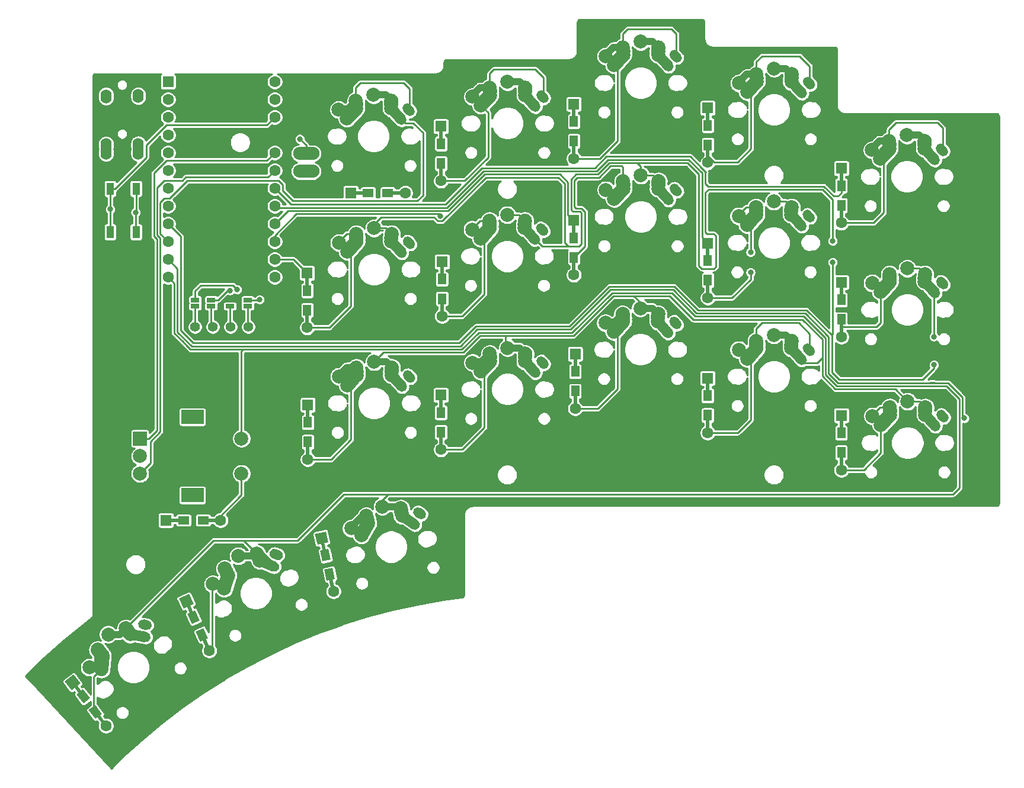
<source format=gbr>
%TF.GenerationSoftware,KiCad,Pcbnew,(5.1.7)-1*%
%TF.CreationDate,2021-07-12T16:27:11+05:30*%
%TF.ProjectId,Pteron36v0,50746572-6f6e-4333-9676-302e6b696361,rev?*%
%TF.SameCoordinates,Original*%
%TF.FileFunction,Copper,L1,Top*%
%TF.FilePolarity,Positive*%
%FSLAX46Y46*%
G04 Gerber Fmt 4.6, Leading zero omitted, Abs format (unit mm)*
G04 Created by KiCad (PCBNEW (5.1.7)-1) date 2021-07-12 16:27:11*
%MOMM*%
%LPD*%
G01*
G04 APERTURE LIST*
%TA.AperFunction,ComponentPad*%
%ADD10C,2.000000*%
%TD*%
%TA.AperFunction,ComponentPad*%
%ADD11C,1.600000*%
%TD*%
%TA.AperFunction,ComponentPad*%
%ADD12R,1.600000X1.600000*%
%TD*%
%TA.AperFunction,ComponentPad*%
%ADD13O,1.600000X2.000000*%
%TD*%
%TA.AperFunction,ComponentPad*%
%ADD14R,2.000000X2.000000*%
%TD*%
%TA.AperFunction,ComponentPad*%
%ADD15R,3.200000X2.000000*%
%TD*%
%TA.AperFunction,SMDPad,CuDef*%
%ADD16R,2.900000X0.500000*%
%TD*%
%TA.AperFunction,SMDPad,CuDef*%
%ADD17R,1.600000X1.200000*%
%TD*%
%TA.AperFunction,SMDPad,CuDef*%
%ADD18O,3.759200X1.879600*%
%TD*%
%TA.AperFunction,SMDPad,CuDef*%
%ADD19R,1.100000X1.800000*%
%TD*%
%TA.AperFunction,SMDPad,CuDef*%
%ADD20R,0.500000X2.900000*%
%TD*%
%TA.AperFunction,SMDPad,CuDef*%
%ADD21R,1.200000X1.600000*%
%TD*%
%TA.AperFunction,ComponentPad*%
%ADD22C,0.100000*%
%TD*%
%TA.AperFunction,SMDPad,CuDef*%
%ADD23C,0.100000*%
%TD*%
%TA.AperFunction,SMDPad,CuDef*%
%ADD24R,1.270000X0.635000*%
%TD*%
%TA.AperFunction,ComponentPad*%
%ADD25C,1.397000*%
%TD*%
%TA.AperFunction,ViaPad*%
%ADD26C,0.800000*%
%TD*%
%TA.AperFunction,Conductor*%
%ADD27C,0.250000*%
%TD*%
%TA.AperFunction,Conductor*%
%ADD28C,1.000000*%
%TD*%
%TA.AperFunction,Conductor*%
%ADD29C,0.254000*%
%TD*%
%TA.AperFunction,Conductor*%
%ADD30C,0.100000*%
%TD*%
G04 APERTURE END LIST*
%TO.P,SW28,2*%
%TO.N,Net-(D28-Pad2)*%
%TA.AperFunction,ComponentPad*%
G36*
G01*
X125982177Y-91578589D02*
X126382877Y-92025175D01*
G75*
G02*
X126329342Y-93013676I-521018J-467483D01*
G01*
X126329342Y-93013676D01*
G75*
G02*
X125340841Y-92960141I-467483J521018D01*
G01*
X124940141Y-92513555D01*
G75*
G02*
X124993676Y-91525054I521018J467483D01*
G01*
X124993676Y-91525054D01*
G75*
G02*
X125982177Y-91578589I467483J-521018D01*
G01*
G37*
%TD.AperFunction*%
D10*
X115661509Y-92269365D03*
%TO.P,SW28,1*%
%TO.N,/Row3*%
X120661509Y-90169365D03*
%TA.AperFunction,SMDPad,CuDef*%
G36*
G01*
X123552789Y-91382409D02*
X125196697Y-93214573D01*
G75*
G02*
X125139337Y-94273681I-558234J-500874D01*
G01*
X125139337Y-94273681D01*
G75*
G02*
X124080229Y-94216321I-500874J558234D01*
G01*
X122436321Y-92384157D01*
G75*
G02*
X122493681Y-91325049I558234J500874D01*
G01*
X122493681Y-91325049D01*
G75*
G02*
X123552789Y-91382409I500874J-558234D01*
G01*
G37*
%TD.AperFunction*%
%TO.P,SW28,2*%
%TO.N,Net-(D28-Pad2)*%
%TA.AperFunction,SMDPad,CuDef*%
G36*
G01*
X119118796Y-90919628D02*
X119159350Y-91499590D01*
G75*
G02*
X118231542Y-92566910I-997564J-69756D01*
G01*
X118231542Y-92566910D01*
G75*
G02*
X117164222Y-91639102I-69756J997564D01*
G01*
X117123668Y-91059140D01*
G75*
G02*
X118051476Y-89991820I997564J69756D01*
G01*
X118051476Y-89991820D01*
G75*
G02*
X119118796Y-90919628I69756J-997564D01*
G01*
G37*
%TD.AperFunction*%
%TA.AperFunction,SMDPad,CuDef*%
G36*
G01*
X118905816Y-92737194D02*
X117595826Y-94197202D01*
G75*
G02*
X116183681Y-94273681I-744312J667833D01*
G01*
X116183681Y-94273681D01*
G75*
G02*
X116107202Y-92861536I667833J744312D01*
G01*
X117417192Y-91401528D01*
G75*
G02*
X118829337Y-91325049I744312J-667833D01*
G01*
X118829337Y-91325049D01*
G75*
G02*
X118905816Y-92737194I-667833J-744312D01*
G01*
G37*
%TD.AperFunction*%
X118121509Y-90989365D03*
X118161509Y-91569365D03*
%TO.P,SW28,1*%
%TO.N,/Row3*%
%TA.AperFunction,ComponentPad*%
G36*
G01*
X123803677Y-92785053D02*
X123803677Y-92785053D01*
G75*
G02*
X124862785Y-92842413I500874J-558234D01*
G01*
X125196701Y-93214569D01*
G75*
G02*
X125139341Y-94273677I-558234J-500874D01*
G01*
X125139341Y-94273677D01*
G75*
G02*
X124080233Y-94216317I-500874J558234D01*
G01*
X123746317Y-93844161D01*
G75*
G02*
X123803677Y-92785053I558234J500874D01*
G01*
G37*
%TD.AperFunction*%
X123161509Y-92069365D03*
%TO.P,SW28,2*%
%TO.N,Net-(D28-Pad2)*%
X116851509Y-93529365D03*
X118161509Y-92069365D03*
%TO.P,SW28,1*%
%TO.N,/Row3*%
X123201509Y-90989365D03*
X123161509Y-91569365D03*
%TA.AperFunction,SMDPad,CuDef*%
G36*
G01*
X122164054Y-91501366D02*
X122203596Y-90921334D01*
G75*
G02*
X123269295Y-89991665I997684J-68015D01*
G01*
X123269295Y-89991665D01*
G75*
G02*
X124198964Y-91057364I-68015J-997684D01*
G01*
X124159422Y-91637396D01*
G75*
G02*
X123093723Y-92567065I-997684J68015D01*
G01*
X123093723Y-92567065D01*
G75*
G02*
X122164054Y-91501366I68015J997684D01*
G01*
G37*
%TD.AperFunction*%
%TD*%
%TO.P,SW27,2*%
%TO.N,Net-(D27-Pad2)*%
%TA.AperFunction,ComponentPad*%
G36*
G01*
X125962798Y-72453139D02*
X126363498Y-72899725D01*
G75*
G02*
X126309963Y-73888226I-521018J-467483D01*
G01*
X126309963Y-73888226D01*
G75*
G02*
X125321462Y-73834691I-467483J521018D01*
G01*
X124920762Y-73388105D01*
G75*
G02*
X124974297Y-72399604I521018J467483D01*
G01*
X124974297Y-72399604D01*
G75*
G02*
X125962798Y-72453139I467483J-521018D01*
G01*
G37*
%TD.AperFunction*%
X115642130Y-73143915D03*
%TO.P,SW27,1*%
%TO.N,/Row2*%
X120642130Y-71043915D03*
%TA.AperFunction,SMDPad,CuDef*%
G36*
G01*
X123533410Y-72256959D02*
X125177318Y-74089123D01*
G75*
G02*
X125119958Y-75148231I-558234J-500874D01*
G01*
X125119958Y-75148231D01*
G75*
G02*
X124060850Y-75090871I-500874J558234D01*
G01*
X122416942Y-73258707D01*
G75*
G02*
X122474302Y-72199599I558234J500874D01*
G01*
X122474302Y-72199599D01*
G75*
G02*
X123533410Y-72256959I500874J-558234D01*
G01*
G37*
%TD.AperFunction*%
%TO.P,SW27,2*%
%TO.N,Net-(D27-Pad2)*%
%TA.AperFunction,SMDPad,CuDef*%
G36*
G01*
X119099417Y-71794178D02*
X119139971Y-72374140D01*
G75*
G02*
X118212163Y-73441460I-997564J-69756D01*
G01*
X118212163Y-73441460D01*
G75*
G02*
X117144843Y-72513652I-69756J997564D01*
G01*
X117104289Y-71933690D01*
G75*
G02*
X118032097Y-70866370I997564J69756D01*
G01*
X118032097Y-70866370D01*
G75*
G02*
X119099417Y-71794178I69756J-997564D01*
G01*
G37*
%TD.AperFunction*%
%TA.AperFunction,SMDPad,CuDef*%
G36*
G01*
X118886437Y-73611744D02*
X117576447Y-75071752D01*
G75*
G02*
X116164302Y-75148231I-744312J667833D01*
G01*
X116164302Y-75148231D01*
G75*
G02*
X116087823Y-73736086I667833J744312D01*
G01*
X117397813Y-72276078D01*
G75*
G02*
X118809958Y-72199599I744312J-667833D01*
G01*
X118809958Y-72199599D01*
G75*
G02*
X118886437Y-73611744I-667833J-744312D01*
G01*
G37*
%TD.AperFunction*%
X118102130Y-71863915D03*
X118142130Y-72443915D03*
%TO.P,SW27,1*%
%TO.N,/Row2*%
%TA.AperFunction,ComponentPad*%
G36*
G01*
X123784298Y-73659603D02*
X123784298Y-73659603D01*
G75*
G02*
X124843406Y-73716963I500874J-558234D01*
G01*
X125177322Y-74089119D01*
G75*
G02*
X125119962Y-75148227I-558234J-500874D01*
G01*
X125119962Y-75148227D01*
G75*
G02*
X124060854Y-75090867I-500874J558234D01*
G01*
X123726938Y-74718711D01*
G75*
G02*
X123784298Y-73659603I558234J500874D01*
G01*
G37*
%TD.AperFunction*%
X123142130Y-72943915D03*
%TO.P,SW27,2*%
%TO.N,Net-(D27-Pad2)*%
X116832130Y-74403915D03*
X118142130Y-72943915D03*
%TO.P,SW27,1*%
%TO.N,/Row2*%
X123182130Y-71863915D03*
X123142130Y-72443915D03*
%TA.AperFunction,SMDPad,CuDef*%
G36*
G01*
X122144675Y-72375916D02*
X122184217Y-71795884D01*
G75*
G02*
X123249916Y-70866215I997684J-68015D01*
G01*
X123249916Y-70866215D01*
G75*
G02*
X124179585Y-71931914I-68015J-997684D01*
G01*
X124140043Y-72511946D01*
G75*
G02*
X123074344Y-73441615I-997684J68015D01*
G01*
X123074344Y-73441615D01*
G75*
G02*
X122144675Y-72375916I68015J997684D01*
G01*
G37*
%TD.AperFunction*%
%TD*%
%TO.P,SW26,2*%
%TO.N,Net-(D26-Pad2)*%
%TA.AperFunction,ComponentPad*%
G36*
G01*
X125919154Y-53418244D02*
X126319854Y-53864830D01*
G75*
G02*
X126266319Y-54853331I-521018J-467483D01*
G01*
X126266319Y-54853331D01*
G75*
G02*
X125277818Y-54799796I-467483J521018D01*
G01*
X124877118Y-54353210D01*
G75*
G02*
X124930653Y-53364709I521018J467483D01*
G01*
X124930653Y-53364709D01*
G75*
G02*
X125919154Y-53418244I467483J-521018D01*
G01*
G37*
%TD.AperFunction*%
X115598486Y-54109020D03*
%TO.P,SW26,1*%
%TO.N,/Row1*%
X120598486Y-52009020D03*
%TA.AperFunction,SMDPad,CuDef*%
G36*
G01*
X123489766Y-53222064D02*
X125133674Y-55054228D01*
G75*
G02*
X125076314Y-56113336I-558234J-500874D01*
G01*
X125076314Y-56113336D01*
G75*
G02*
X124017206Y-56055976I-500874J558234D01*
G01*
X122373298Y-54223812D01*
G75*
G02*
X122430658Y-53164704I558234J500874D01*
G01*
X122430658Y-53164704D01*
G75*
G02*
X123489766Y-53222064I500874J-558234D01*
G01*
G37*
%TD.AperFunction*%
%TO.P,SW26,2*%
%TO.N,Net-(D26-Pad2)*%
%TA.AperFunction,SMDPad,CuDef*%
G36*
G01*
X119055773Y-52759283D02*
X119096327Y-53339245D01*
G75*
G02*
X118168519Y-54406565I-997564J-69756D01*
G01*
X118168519Y-54406565D01*
G75*
G02*
X117101199Y-53478757I-69756J997564D01*
G01*
X117060645Y-52898795D01*
G75*
G02*
X117988453Y-51831475I997564J69756D01*
G01*
X117988453Y-51831475D01*
G75*
G02*
X119055773Y-52759283I69756J-997564D01*
G01*
G37*
%TD.AperFunction*%
%TA.AperFunction,SMDPad,CuDef*%
G36*
G01*
X118842793Y-54576849D02*
X117532803Y-56036857D01*
G75*
G02*
X116120658Y-56113336I-744312J667833D01*
G01*
X116120658Y-56113336D01*
G75*
G02*
X116044179Y-54701191I667833J744312D01*
G01*
X117354169Y-53241183D01*
G75*
G02*
X118766314Y-53164704I744312J-667833D01*
G01*
X118766314Y-53164704D01*
G75*
G02*
X118842793Y-54576849I-667833J-744312D01*
G01*
G37*
%TD.AperFunction*%
X118058486Y-52829020D03*
X118098486Y-53409020D03*
%TO.P,SW26,1*%
%TO.N,/Row1*%
%TA.AperFunction,ComponentPad*%
G36*
G01*
X123740654Y-54624708D02*
X123740654Y-54624708D01*
G75*
G02*
X124799762Y-54682068I500874J-558234D01*
G01*
X125133678Y-55054224D01*
G75*
G02*
X125076318Y-56113332I-558234J-500874D01*
G01*
X125076318Y-56113332D01*
G75*
G02*
X124017210Y-56055972I-500874J558234D01*
G01*
X123683294Y-55683816D01*
G75*
G02*
X123740654Y-54624708I558234J500874D01*
G01*
G37*
%TD.AperFunction*%
X123098486Y-53909020D03*
%TO.P,SW26,2*%
%TO.N,Net-(D26-Pad2)*%
X116788486Y-55369020D03*
X118098486Y-53909020D03*
%TO.P,SW26,1*%
%TO.N,/Row1*%
X123138486Y-52829020D03*
X123098486Y-53409020D03*
%TA.AperFunction,SMDPad,CuDef*%
G36*
G01*
X122101031Y-53341021D02*
X122140573Y-52760989D01*
G75*
G02*
X123206272Y-51831320I997684J-68015D01*
G01*
X123206272Y-51831320D01*
G75*
G02*
X124135941Y-52897019I-68015J-997684D01*
G01*
X124096399Y-53477051D01*
G75*
G02*
X123030700Y-54406720I-997684J68015D01*
G01*
X123030700Y-54406720D01*
G75*
G02*
X122101031Y-53341021I68015J997684D01*
G01*
G37*
%TD.AperFunction*%
%TD*%
%TO.P,SW24,2*%
%TO.N,Net-(D24-Pad2)*%
%TA.AperFunction,ComponentPad*%
G36*
G01*
X145049581Y-89602514D02*
X145450281Y-90049100D01*
G75*
G02*
X145396746Y-91037601I-521018J-467483D01*
G01*
X145396746Y-91037601D01*
G75*
G02*
X144408245Y-90984066I-467483J521018D01*
G01*
X144007545Y-90537480D01*
G75*
G02*
X144061080Y-89548979I521018J467483D01*
G01*
X144061080Y-89548979D01*
G75*
G02*
X145049581Y-89602514I467483J-521018D01*
G01*
G37*
%TD.AperFunction*%
X134728913Y-90293290D03*
%TO.P,SW24,1*%
%TO.N,/Row3*%
X139728913Y-88193290D03*
%TA.AperFunction,SMDPad,CuDef*%
G36*
G01*
X142620193Y-89406334D02*
X144264101Y-91238498D01*
G75*
G02*
X144206741Y-92297606I-558234J-500874D01*
G01*
X144206741Y-92297606D01*
G75*
G02*
X143147633Y-92240246I-500874J558234D01*
G01*
X141503725Y-90408082D01*
G75*
G02*
X141561085Y-89348974I558234J500874D01*
G01*
X141561085Y-89348974D01*
G75*
G02*
X142620193Y-89406334I500874J-558234D01*
G01*
G37*
%TD.AperFunction*%
%TO.P,SW24,2*%
%TO.N,Net-(D24-Pad2)*%
%TA.AperFunction,SMDPad,CuDef*%
G36*
G01*
X138186200Y-88943553D02*
X138226754Y-89523515D01*
G75*
G02*
X137298946Y-90590835I-997564J-69756D01*
G01*
X137298946Y-90590835D01*
G75*
G02*
X136231626Y-89663027I-69756J997564D01*
G01*
X136191072Y-89083065D01*
G75*
G02*
X137118880Y-88015745I997564J69756D01*
G01*
X137118880Y-88015745D01*
G75*
G02*
X138186200Y-88943553I69756J-997564D01*
G01*
G37*
%TD.AperFunction*%
%TA.AperFunction,SMDPad,CuDef*%
G36*
G01*
X137973220Y-90761119D02*
X136663230Y-92221127D01*
G75*
G02*
X135251085Y-92297606I-744312J667833D01*
G01*
X135251085Y-92297606D01*
G75*
G02*
X135174606Y-90885461I667833J744312D01*
G01*
X136484596Y-89425453D01*
G75*
G02*
X137896741Y-89348974I744312J-667833D01*
G01*
X137896741Y-89348974D01*
G75*
G02*
X137973220Y-90761119I-667833J-744312D01*
G01*
G37*
%TD.AperFunction*%
X137188913Y-89013290D03*
X137228913Y-89593290D03*
%TO.P,SW24,1*%
%TO.N,/Row3*%
%TA.AperFunction,ComponentPad*%
G36*
G01*
X142871081Y-90808978D02*
X142871081Y-90808978D01*
G75*
G02*
X143930189Y-90866338I500874J-558234D01*
G01*
X144264105Y-91238494D01*
G75*
G02*
X144206745Y-92297602I-558234J-500874D01*
G01*
X144206745Y-92297602D01*
G75*
G02*
X143147637Y-92240242I-500874J558234D01*
G01*
X142813721Y-91868086D01*
G75*
G02*
X142871081Y-90808978I558234J500874D01*
G01*
G37*
%TD.AperFunction*%
X142228913Y-90093290D03*
%TO.P,SW24,2*%
%TO.N,Net-(D24-Pad2)*%
X135918913Y-91553290D03*
X137228913Y-90093290D03*
%TO.P,SW24,1*%
%TO.N,/Row3*%
X142268913Y-89013290D03*
X142228913Y-89593290D03*
%TA.AperFunction,SMDPad,CuDef*%
G36*
G01*
X141231458Y-89525291D02*
X141271000Y-88945259D01*
G75*
G02*
X142336699Y-88015590I997684J-68015D01*
G01*
X142336699Y-88015590D01*
G75*
G02*
X143266368Y-89081289I-68015J-997684D01*
G01*
X143226826Y-89661321D01*
G75*
G02*
X142161127Y-90590990I-997684J68015D01*
G01*
X142161127Y-90590990D01*
G75*
G02*
X141231458Y-89525291I68015J997684D01*
G01*
G37*
%TD.AperFunction*%
%TD*%
%TO.P,SW23,2*%
%TO.N,Net-(D23-Pad2)*%
%TA.AperFunction,ComponentPad*%
G36*
G01*
X145005937Y-70567618D02*
X145406637Y-71014204D01*
G75*
G02*
X145353102Y-72002705I-521018J-467483D01*
G01*
X145353102Y-72002705D01*
G75*
G02*
X144364601Y-71949170I-467483J521018D01*
G01*
X143963901Y-71502584D01*
G75*
G02*
X144017436Y-70514083I521018J467483D01*
G01*
X144017436Y-70514083D01*
G75*
G02*
X145005937Y-70567618I467483J-521018D01*
G01*
G37*
%TD.AperFunction*%
X134685269Y-71258394D03*
%TO.P,SW23,1*%
%TO.N,/Row2*%
X139685269Y-69158394D03*
%TA.AperFunction,SMDPad,CuDef*%
G36*
G01*
X142576549Y-70371438D02*
X144220457Y-72203602D01*
G75*
G02*
X144163097Y-73262710I-558234J-500874D01*
G01*
X144163097Y-73262710D01*
G75*
G02*
X143103989Y-73205350I-500874J558234D01*
G01*
X141460081Y-71373186D01*
G75*
G02*
X141517441Y-70314078I558234J500874D01*
G01*
X141517441Y-70314078D01*
G75*
G02*
X142576549Y-70371438I500874J-558234D01*
G01*
G37*
%TD.AperFunction*%
%TO.P,SW23,2*%
%TO.N,Net-(D23-Pad2)*%
%TA.AperFunction,SMDPad,CuDef*%
G36*
G01*
X138142556Y-69908657D02*
X138183110Y-70488619D01*
G75*
G02*
X137255302Y-71555939I-997564J-69756D01*
G01*
X137255302Y-71555939D01*
G75*
G02*
X136187982Y-70628131I-69756J997564D01*
G01*
X136147428Y-70048169D01*
G75*
G02*
X137075236Y-68980849I997564J69756D01*
G01*
X137075236Y-68980849D01*
G75*
G02*
X138142556Y-69908657I69756J-997564D01*
G01*
G37*
%TD.AperFunction*%
%TA.AperFunction,SMDPad,CuDef*%
G36*
G01*
X137929576Y-71726223D02*
X136619586Y-73186231D01*
G75*
G02*
X135207441Y-73262710I-744312J667833D01*
G01*
X135207441Y-73262710D01*
G75*
G02*
X135130962Y-71850565I667833J744312D01*
G01*
X136440952Y-70390557D01*
G75*
G02*
X137853097Y-70314078I744312J-667833D01*
G01*
X137853097Y-70314078D01*
G75*
G02*
X137929576Y-71726223I-667833J-744312D01*
G01*
G37*
%TD.AperFunction*%
X137145269Y-69978394D03*
X137185269Y-70558394D03*
%TO.P,SW23,1*%
%TO.N,/Row2*%
%TA.AperFunction,ComponentPad*%
G36*
G01*
X142827437Y-71774082D02*
X142827437Y-71774082D01*
G75*
G02*
X143886545Y-71831442I500874J-558234D01*
G01*
X144220461Y-72203598D01*
G75*
G02*
X144163101Y-73262706I-558234J-500874D01*
G01*
X144163101Y-73262706D01*
G75*
G02*
X143103993Y-73205346I-500874J558234D01*
G01*
X142770077Y-72833190D01*
G75*
G02*
X142827437Y-71774082I558234J500874D01*
G01*
G37*
%TD.AperFunction*%
X142185269Y-71058394D03*
%TO.P,SW23,2*%
%TO.N,Net-(D23-Pad2)*%
X135875269Y-72518394D03*
X137185269Y-71058394D03*
%TO.P,SW23,1*%
%TO.N,/Row2*%
X142225269Y-69978394D03*
X142185269Y-70558394D03*
%TA.AperFunction,SMDPad,CuDef*%
G36*
G01*
X141187814Y-70490395D02*
X141227356Y-69910363D01*
G75*
G02*
X142293055Y-68980694I997684J-68015D01*
G01*
X142293055Y-68980694D01*
G75*
G02*
X143222724Y-70046393I-68015J-997684D01*
G01*
X143183182Y-70626425D01*
G75*
G02*
X142117483Y-71556094I-997684J68015D01*
G01*
X142117483Y-71556094D01*
G75*
G02*
X141187814Y-70490395I68015J997684D01*
G01*
G37*
%TD.AperFunction*%
%TD*%
%TO.P,SW22,2*%
%TO.N,Net-(D22-Pad2)*%
%TA.AperFunction,ComponentPad*%
G36*
G01*
X145052849Y-51556993D02*
X145453549Y-52003579D01*
G75*
G02*
X145400014Y-52992080I-521018J-467483D01*
G01*
X145400014Y-52992080D01*
G75*
G02*
X144411513Y-52938545I-467483J521018D01*
G01*
X144010813Y-52491959D01*
G75*
G02*
X144064348Y-51503458I521018J467483D01*
G01*
X144064348Y-51503458D01*
G75*
G02*
X145052849Y-51556993I467483J-521018D01*
G01*
G37*
%TD.AperFunction*%
X134732181Y-52247769D03*
%TO.P,SW22,1*%
%TO.N,/Row1*%
X139732181Y-50147769D03*
%TA.AperFunction,SMDPad,CuDef*%
G36*
G01*
X142623461Y-51360813D02*
X144267369Y-53192977D01*
G75*
G02*
X144210009Y-54252085I-558234J-500874D01*
G01*
X144210009Y-54252085D01*
G75*
G02*
X143150901Y-54194725I-500874J558234D01*
G01*
X141506993Y-52362561D01*
G75*
G02*
X141564353Y-51303453I558234J500874D01*
G01*
X141564353Y-51303453D01*
G75*
G02*
X142623461Y-51360813I500874J-558234D01*
G01*
G37*
%TD.AperFunction*%
%TO.P,SW22,2*%
%TO.N,Net-(D22-Pad2)*%
%TA.AperFunction,SMDPad,CuDef*%
G36*
G01*
X138189468Y-50898032D02*
X138230022Y-51477994D01*
G75*
G02*
X137302214Y-52545314I-997564J-69756D01*
G01*
X137302214Y-52545314D01*
G75*
G02*
X136234894Y-51617506I-69756J997564D01*
G01*
X136194340Y-51037544D01*
G75*
G02*
X137122148Y-49970224I997564J69756D01*
G01*
X137122148Y-49970224D01*
G75*
G02*
X138189468Y-50898032I69756J-997564D01*
G01*
G37*
%TD.AperFunction*%
%TA.AperFunction,SMDPad,CuDef*%
G36*
G01*
X137976488Y-52715598D02*
X136666498Y-54175606D01*
G75*
G02*
X135254353Y-54252085I-744312J667833D01*
G01*
X135254353Y-54252085D01*
G75*
G02*
X135177874Y-52839940I667833J744312D01*
G01*
X136487864Y-51379932D01*
G75*
G02*
X137900009Y-51303453I744312J-667833D01*
G01*
X137900009Y-51303453D01*
G75*
G02*
X137976488Y-52715598I-667833J-744312D01*
G01*
G37*
%TD.AperFunction*%
X137192181Y-50967769D03*
X137232181Y-51547769D03*
%TO.P,SW22,1*%
%TO.N,/Row1*%
%TA.AperFunction,ComponentPad*%
G36*
G01*
X142874349Y-52763457D02*
X142874349Y-52763457D01*
G75*
G02*
X143933457Y-52820817I500874J-558234D01*
G01*
X144267373Y-53192973D01*
G75*
G02*
X144210013Y-54252081I-558234J-500874D01*
G01*
X144210013Y-54252081D01*
G75*
G02*
X143150905Y-54194721I-500874J558234D01*
G01*
X142816989Y-53822565D01*
G75*
G02*
X142874349Y-52763457I558234J500874D01*
G01*
G37*
%TD.AperFunction*%
X142232181Y-52047769D03*
%TO.P,SW22,2*%
%TO.N,Net-(D22-Pad2)*%
X135922181Y-53507769D03*
X137232181Y-52047769D03*
%TO.P,SW22,1*%
%TO.N,/Row1*%
X142272181Y-50967769D03*
X142232181Y-51547769D03*
%TA.AperFunction,SMDPad,CuDef*%
G36*
G01*
X141234726Y-51479770D02*
X141274268Y-50899738D01*
G75*
G02*
X142339967Y-49970069I997684J-68015D01*
G01*
X142339967Y-49970069D01*
G75*
G02*
X143269636Y-51035768I-68015J-997684D01*
G01*
X143230094Y-51615800D01*
G75*
G02*
X142164395Y-52545469I-997684J68015D01*
G01*
X142164395Y-52545469D01*
G75*
G02*
X141234726Y-51479770I68015J997684D01*
G01*
G37*
%TD.AperFunction*%
%TD*%
%TO.P,SW20,2*%
%TO.N,Net-(D20-Pad2)*%
%TA.AperFunction,ComponentPad*%
G36*
G01*
X87766067Y-127030389D02*
X88355829Y-127140759D01*
G75*
G02*
X88915118Y-127957580I-128766J-688055D01*
G01*
X88915118Y-127957580D01*
G75*
G02*
X88098297Y-128516869I-688055J128766D01*
G01*
X87508535Y-128406499D01*
G75*
G02*
X86949246Y-127589678I128766J688055D01*
G01*
X86949246Y-127589678D01*
G75*
G02*
X87766067Y-127030389I688055J-128766D01*
G01*
G37*
%TD.AperFunction*%
X79998649Y-133861243D03*
%TO.P,SW20,1*%
%TO.N,/Row4*%
X82687017Y-129151394D03*
%TA.AperFunction,SMDPad,CuDef*%
G36*
G01*
X85719278Y-128353666D02*
X88138828Y-128806472D01*
G75*
G02*
X88738066Y-129681638I-137964J-737202D01*
G01*
X88738066Y-129681638D01*
G75*
G02*
X87862900Y-130280876I-737202J137964D01*
G01*
X85443350Y-129828070D01*
G75*
G02*
X84844112Y-128952904I137964J737202D01*
G01*
X84844112Y-128952904D01*
G75*
G02*
X85719278Y-128353666I737202J-137964D01*
G01*
G37*
%TD.AperFunction*%
%TO.P,SW20,2*%
%TO.N,Net-(D20-Pad2)*%
%TA.AperFunction,SMDPad,CuDef*%
G36*
G01*
X81919831Y-130685762D02*
X82305063Y-131121188D01*
G75*
G02*
X82218727Y-132532764I-748956J-662620D01*
G01*
X82218727Y-132532764D01*
G75*
G02*
X80807151Y-132446428I-662620J748956D01*
G01*
X80421919Y-132011002D01*
G75*
G02*
X80508255Y-130599426I748956J662620D01*
G01*
X80508255Y-130599426D01*
G75*
G02*
X81919831Y-130685762I662620J-748956D01*
G01*
G37*
%TD.AperFunction*%
%TA.AperFunction,SMDPad,CuDef*%
G36*
G01*
X82857326Y-132257388D02*
X82706838Y-134213162D01*
G75*
G02*
X81633066Y-135133496I-997053J76719D01*
G01*
X81633066Y-135133496D01*
G75*
G02*
X80712732Y-134059724I76719J997053D01*
G01*
X80863220Y-132103950D01*
G75*
G02*
X81936992Y-131183616I997053J-76719D01*
G01*
X81936992Y-131183616D01*
G75*
G02*
X82857326Y-132257388I-76719J-997053D01*
G01*
G37*
%TD.AperFunction*%
X81171083Y-131348198D03*
X81555899Y-131783993D03*
%TO.P,SW20,1*%
%TO.N,/Row4*%
%TA.AperFunction,ComponentPad*%
G36*
G01*
X86772195Y-129313728D02*
X86772195Y-129313728D01*
G75*
G02*
X87647361Y-128714490I737202J-137964D01*
G01*
X88138829Y-128806466D01*
G75*
G02*
X88738067Y-129681632I-137964J-737202D01*
G01*
X88738067Y-129681632D01*
G75*
G02*
X87862901Y-130280870I-737202J137964D01*
G01*
X87371433Y-130188894D01*
G75*
G02*
X86772195Y-129313728I137964J737202D01*
G01*
G37*
%TD.AperFunction*%
X85827047Y-129136862D03*
%TO.P,SW20,2*%
%TO.N,Net-(D20-Pad2)*%
X81709779Y-134136443D03*
X81860280Y-132180669D03*
%TO.P,SW20,1*%
%TO.N,/Row4*%
X85201318Y-128255690D03*
X85522666Y-128740185D03*
%TA.AperFunction,SMDPad,CuDef*%
G36*
G01*
X84689936Y-129293451D02*
X84368206Y-128809209D01*
G75*
G02*
X84647735Y-127422896I832921J553392D01*
G01*
X84647735Y-127422896D01*
G75*
G02*
X86034048Y-127702425I553392J-832921D01*
G01*
X86355778Y-128186667D01*
G75*
G02*
X86076249Y-129572980I-832921J-553392D01*
G01*
X86076249Y-129572980D01*
G75*
G02*
X84689936Y-129293451I-553392J832921D01*
G01*
G37*
%TD.AperFunction*%
%TD*%
%TO.P,SW19,2*%
%TO.N,Net-(D19-Pad2)*%
%TA.AperFunction,ComponentPad*%
G36*
G01*
X164042914Y-83918420D02*
X164443614Y-84365006D01*
G75*
G02*
X164390079Y-85353507I-521018J-467483D01*
G01*
X164390079Y-85353507D01*
G75*
G02*
X163401578Y-85299972I-467483J521018D01*
G01*
X163000878Y-84853386D01*
G75*
G02*
X163054413Y-83864885I521018J467483D01*
G01*
X163054413Y-83864885D01*
G75*
G02*
X164042914Y-83918420I467483J-521018D01*
G01*
G37*
%TD.AperFunction*%
X153722246Y-84609196D03*
%TO.P,SW19,1*%
%TO.N,/Row3*%
X158722246Y-82509196D03*
%TA.AperFunction,SMDPad,CuDef*%
G36*
G01*
X161613526Y-83722240D02*
X163257434Y-85554404D01*
G75*
G02*
X163200074Y-86613512I-558234J-500874D01*
G01*
X163200074Y-86613512D01*
G75*
G02*
X162140966Y-86556152I-500874J558234D01*
G01*
X160497058Y-84723988D01*
G75*
G02*
X160554418Y-83664880I558234J500874D01*
G01*
X160554418Y-83664880D01*
G75*
G02*
X161613526Y-83722240I500874J-558234D01*
G01*
G37*
%TD.AperFunction*%
%TO.P,SW19,2*%
%TO.N,Net-(D19-Pad2)*%
%TA.AperFunction,SMDPad,CuDef*%
G36*
G01*
X157179533Y-83259459D02*
X157220087Y-83839421D01*
G75*
G02*
X156292279Y-84906741I-997564J-69756D01*
G01*
X156292279Y-84906741D01*
G75*
G02*
X155224959Y-83978933I-69756J997564D01*
G01*
X155184405Y-83398971D01*
G75*
G02*
X156112213Y-82331651I997564J69756D01*
G01*
X156112213Y-82331651D01*
G75*
G02*
X157179533Y-83259459I69756J-997564D01*
G01*
G37*
%TD.AperFunction*%
%TA.AperFunction,SMDPad,CuDef*%
G36*
G01*
X156966553Y-85077025D02*
X155656563Y-86537033D01*
G75*
G02*
X154244418Y-86613512I-744312J667833D01*
G01*
X154244418Y-86613512D01*
G75*
G02*
X154167939Y-85201367I667833J744312D01*
G01*
X155477929Y-83741359D01*
G75*
G02*
X156890074Y-83664880I744312J-667833D01*
G01*
X156890074Y-83664880D01*
G75*
G02*
X156966553Y-85077025I-667833J-744312D01*
G01*
G37*
%TD.AperFunction*%
X156182246Y-83329196D03*
X156222246Y-83909196D03*
%TO.P,SW19,1*%
%TO.N,/Row3*%
%TA.AperFunction,ComponentPad*%
G36*
G01*
X161864414Y-85124884D02*
X161864414Y-85124884D01*
G75*
G02*
X162923522Y-85182244I500874J-558234D01*
G01*
X163257438Y-85554400D01*
G75*
G02*
X163200078Y-86613508I-558234J-500874D01*
G01*
X163200078Y-86613508D01*
G75*
G02*
X162140970Y-86556148I-500874J558234D01*
G01*
X161807054Y-86183992D01*
G75*
G02*
X161864414Y-85124884I558234J500874D01*
G01*
G37*
%TD.AperFunction*%
X161222246Y-84409196D03*
%TO.P,SW19,2*%
%TO.N,Net-(D19-Pad2)*%
X154912246Y-85869196D03*
X156222246Y-84409196D03*
%TO.P,SW19,1*%
%TO.N,/Row3*%
X161262246Y-83329196D03*
X161222246Y-83909196D03*
%TA.AperFunction,SMDPad,CuDef*%
G36*
G01*
X160224791Y-83841197D02*
X160264333Y-83261165D01*
G75*
G02*
X161330032Y-82331496I997684J-68015D01*
G01*
X161330032Y-82331496D01*
G75*
G02*
X162259701Y-83397195I-68015J-997684D01*
G01*
X162220159Y-83977227D01*
G75*
G02*
X161154460Y-84906896I-997684J68015D01*
G01*
X161154460Y-84906896D01*
G75*
G02*
X160224791Y-83841197I68015J997684D01*
G01*
G37*
%TD.AperFunction*%
%TD*%
%TO.P,SW18,2*%
%TO.N,Net-(D18-Pad2)*%
%TA.AperFunction,ComponentPad*%
G36*
G01*
X164089830Y-64907791D02*
X164490530Y-65354377D01*
G75*
G02*
X164436995Y-66342878I-521018J-467483D01*
G01*
X164436995Y-66342878D01*
G75*
G02*
X163448494Y-66289343I-467483J521018D01*
G01*
X163047794Y-65842757D01*
G75*
G02*
X163101329Y-64854256I521018J467483D01*
G01*
X163101329Y-64854256D01*
G75*
G02*
X164089830Y-64907791I467483J-521018D01*
G01*
G37*
%TD.AperFunction*%
X153769162Y-65598567D03*
%TO.P,SW18,1*%
%TO.N,/Row2*%
X158769162Y-63498567D03*
%TA.AperFunction,SMDPad,CuDef*%
G36*
G01*
X161660442Y-64711611D02*
X163304350Y-66543775D01*
G75*
G02*
X163246990Y-67602883I-558234J-500874D01*
G01*
X163246990Y-67602883D01*
G75*
G02*
X162187882Y-67545523I-500874J558234D01*
G01*
X160543974Y-65713359D01*
G75*
G02*
X160601334Y-64654251I558234J500874D01*
G01*
X160601334Y-64654251D01*
G75*
G02*
X161660442Y-64711611I500874J-558234D01*
G01*
G37*
%TD.AperFunction*%
%TO.P,SW18,2*%
%TO.N,Net-(D18-Pad2)*%
%TA.AperFunction,SMDPad,CuDef*%
G36*
G01*
X157226449Y-64248830D02*
X157267003Y-64828792D01*
G75*
G02*
X156339195Y-65896112I-997564J-69756D01*
G01*
X156339195Y-65896112D01*
G75*
G02*
X155271875Y-64968304I-69756J997564D01*
G01*
X155231321Y-64388342D01*
G75*
G02*
X156159129Y-63321022I997564J69756D01*
G01*
X156159129Y-63321022D01*
G75*
G02*
X157226449Y-64248830I69756J-997564D01*
G01*
G37*
%TD.AperFunction*%
%TA.AperFunction,SMDPad,CuDef*%
G36*
G01*
X157013469Y-66066396D02*
X155703479Y-67526404D01*
G75*
G02*
X154291334Y-67602883I-744312J667833D01*
G01*
X154291334Y-67602883D01*
G75*
G02*
X154214855Y-66190738I667833J744312D01*
G01*
X155524845Y-64730730D01*
G75*
G02*
X156936990Y-64654251I744312J-667833D01*
G01*
X156936990Y-64654251D01*
G75*
G02*
X157013469Y-66066396I-667833J-744312D01*
G01*
G37*
%TD.AperFunction*%
X156229162Y-64318567D03*
X156269162Y-64898567D03*
%TO.P,SW18,1*%
%TO.N,/Row2*%
%TA.AperFunction,ComponentPad*%
G36*
G01*
X161911330Y-66114255D02*
X161911330Y-66114255D01*
G75*
G02*
X162970438Y-66171615I500874J-558234D01*
G01*
X163304354Y-66543771D01*
G75*
G02*
X163246994Y-67602879I-558234J-500874D01*
G01*
X163246994Y-67602879D01*
G75*
G02*
X162187886Y-67545519I-500874J558234D01*
G01*
X161853970Y-67173363D01*
G75*
G02*
X161911330Y-66114255I558234J500874D01*
G01*
G37*
%TD.AperFunction*%
X161269162Y-65398567D03*
%TO.P,SW18,2*%
%TO.N,Net-(D18-Pad2)*%
X154959162Y-66858567D03*
X156269162Y-65398567D03*
%TO.P,SW18,1*%
%TO.N,/Row2*%
X161309162Y-64318567D03*
X161269162Y-64898567D03*
%TA.AperFunction,SMDPad,CuDef*%
G36*
G01*
X160271707Y-64830568D02*
X160311249Y-64250536D01*
G75*
G02*
X161376948Y-63320867I997684J-68015D01*
G01*
X161376948Y-63320867D01*
G75*
G02*
X162306617Y-64386566I-68015J-997684D01*
G01*
X162267075Y-64966598D01*
G75*
G02*
X161201376Y-65896267I-997684J68015D01*
G01*
X161201376Y-65896267D01*
G75*
G02*
X160271707Y-64830568I68015J997684D01*
G01*
G37*
%TD.AperFunction*%
%TD*%
%TO.P,SW17,2*%
%TO.N,Net-(D17-Pad2)*%
%TA.AperFunction,ComponentPad*%
G36*
G01*
X164070447Y-45782340D02*
X164471147Y-46228926D01*
G75*
G02*
X164417612Y-47217427I-521018J-467483D01*
G01*
X164417612Y-47217427D01*
G75*
G02*
X163429111Y-47163892I-467483J521018D01*
G01*
X163028411Y-46717306D01*
G75*
G02*
X163081946Y-45728805I521018J467483D01*
G01*
X163081946Y-45728805D01*
G75*
G02*
X164070447Y-45782340I467483J-521018D01*
G01*
G37*
%TD.AperFunction*%
X153749779Y-46473116D03*
%TO.P,SW17,1*%
%TO.N,/Row1*%
X158749779Y-44373116D03*
%TA.AperFunction,SMDPad,CuDef*%
G36*
G01*
X161641059Y-45586160D02*
X163284967Y-47418324D01*
G75*
G02*
X163227607Y-48477432I-558234J-500874D01*
G01*
X163227607Y-48477432D01*
G75*
G02*
X162168499Y-48420072I-500874J558234D01*
G01*
X160524591Y-46587908D01*
G75*
G02*
X160581951Y-45528800I558234J500874D01*
G01*
X160581951Y-45528800D01*
G75*
G02*
X161641059Y-45586160I500874J-558234D01*
G01*
G37*
%TD.AperFunction*%
%TO.P,SW17,2*%
%TO.N,Net-(D17-Pad2)*%
%TA.AperFunction,SMDPad,CuDef*%
G36*
G01*
X157207066Y-45123379D02*
X157247620Y-45703341D01*
G75*
G02*
X156319812Y-46770661I-997564J-69756D01*
G01*
X156319812Y-46770661D01*
G75*
G02*
X155252492Y-45842853I-69756J997564D01*
G01*
X155211938Y-45262891D01*
G75*
G02*
X156139746Y-44195571I997564J69756D01*
G01*
X156139746Y-44195571D01*
G75*
G02*
X157207066Y-45123379I69756J-997564D01*
G01*
G37*
%TD.AperFunction*%
%TA.AperFunction,SMDPad,CuDef*%
G36*
G01*
X156994086Y-46940945D02*
X155684096Y-48400953D01*
G75*
G02*
X154271951Y-48477432I-744312J667833D01*
G01*
X154271951Y-48477432D01*
G75*
G02*
X154195472Y-47065287I667833J744312D01*
G01*
X155505462Y-45605279D01*
G75*
G02*
X156917607Y-45528800I744312J-667833D01*
G01*
X156917607Y-45528800D01*
G75*
G02*
X156994086Y-46940945I-667833J-744312D01*
G01*
G37*
%TD.AperFunction*%
X156209779Y-45193116D03*
X156249779Y-45773116D03*
%TO.P,SW17,1*%
%TO.N,/Row1*%
%TA.AperFunction,ComponentPad*%
G36*
G01*
X161891947Y-46988804D02*
X161891947Y-46988804D01*
G75*
G02*
X162951055Y-47046164I500874J-558234D01*
G01*
X163284971Y-47418320D01*
G75*
G02*
X163227611Y-48477428I-558234J-500874D01*
G01*
X163227611Y-48477428D01*
G75*
G02*
X162168503Y-48420068I-500874J558234D01*
G01*
X161834587Y-48047912D01*
G75*
G02*
X161891947Y-46988804I558234J500874D01*
G01*
G37*
%TD.AperFunction*%
X161249779Y-46273116D03*
%TO.P,SW17,2*%
%TO.N,Net-(D17-Pad2)*%
X154939779Y-47733116D03*
X156249779Y-46273116D03*
%TO.P,SW17,1*%
%TO.N,/Row1*%
X161289779Y-45193116D03*
X161249779Y-45773116D03*
%TA.AperFunction,SMDPad,CuDef*%
G36*
G01*
X160252324Y-45705117D02*
X160291866Y-45125085D01*
G75*
G02*
X161357565Y-44195416I997684J-68015D01*
G01*
X161357565Y-44195416D01*
G75*
G02*
X162287234Y-45261115I-68015J-997684D01*
G01*
X162247692Y-45841147D01*
G75*
G02*
X161181993Y-46770816I-997684J68015D01*
G01*
X161181993Y-46770816D01*
G75*
G02*
X160252324Y-45705117I68015J997684D01*
G01*
G37*
%TD.AperFunction*%
%TD*%
%TO.P,SW15,2*%
%TO.N,Net-(D15-Pad2)*%
%TA.AperFunction,ComponentPad*%
G36*
G01*
X106686375Y-116960223D02*
X107238267Y-117195625D01*
G75*
G02*
X107607506Y-118114136I-274636J-643875D01*
G01*
X107607506Y-118114136D01*
G75*
G02*
X106688995Y-118483375I-643875J274636D01*
G01*
X106137103Y-118247973D01*
G75*
G02*
X105767864Y-117329462I274636J643875D01*
G01*
X105767864Y-117329462D01*
G75*
G02*
X106686375Y-116960223I643875J-274636D01*
G01*
G37*
%TD.AperFunction*%
X97624607Y-121947982D03*
%TO.P,SW15,1*%
%TO.N,/Row4*%
X101268647Y-117931644D03*
%TA.AperFunction,SMDPad,CuDef*%
G36*
G01*
X104401691Y-117809127D02*
X106665883Y-118774887D01*
G75*
G02*
X107061496Y-119759006I-294253J-689866D01*
G01*
X107061496Y-119759006D01*
G75*
G02*
X106077377Y-120154619I-689866J294253D01*
G01*
X103813185Y-119188859D01*
G75*
G02*
X103417572Y-118204740I294253J689866D01*
G01*
X103417572Y-118204740D01*
G75*
G02*
X104401691Y-117809127I689866J-294253D01*
G01*
G37*
%TD.AperFunction*%
%TO.P,SW15,2*%
%TO.N,Net-(D15-Pad2)*%
%TA.AperFunction,SMDPad,CuDef*%
G36*
G01*
X100187549Y-119263592D02*
X100469407Y-119772076D01*
G75*
G02*
X100079597Y-121131506I-874620J-484810D01*
G01*
X100079597Y-121131506D01*
G75*
G02*
X98720167Y-120741696I-484810J874620D01*
G01*
X98438309Y-120233212D01*
G75*
G02*
X98828119Y-118873782I874620J484810D01*
G01*
X98828119Y-118873782D01*
G75*
G02*
X100187549Y-119263592I484810J-874620D01*
G01*
G37*
%TD.AperFunction*%
%TA.AperFunction,SMDPad,CuDef*%
G36*
G01*
X100762660Y-121000874D02*
X100192432Y-122877718D01*
G75*
G02*
X98944916Y-123543830I-956814J290702D01*
G01*
X98944916Y-123543830D01*
G75*
G02*
X98278804Y-122296314I290702J956814D01*
G01*
X98849032Y-120419470D01*
G75*
G02*
X100096548Y-119753358I956814J-290702D01*
G01*
X100096548Y-119753358D01*
G75*
G02*
X100762660Y-121000874I-290702J-956814D01*
G01*
G37*
%TD.AperFunction*%
X99313172Y-119748267D03*
X99594543Y-120257021D03*
%TO.P,SW15,1*%
%TO.N,/Row4*%
%TA.AperFunction,ComponentPad*%
G36*
G01*
X105221856Y-118974326D02*
X105221856Y-118974326D01*
G75*
G02*
X106205975Y-118578713I689866J-294253D01*
G01*
X106665885Y-118774881D01*
G75*
G02*
X107061498Y-119759000I-294253J-689866D01*
G01*
X107061498Y-119759000D01*
G75*
G02*
X106077379Y-120154613I-689866J294253D01*
G01*
X105617469Y-119958445D01*
G75*
G02*
X105221856Y-118974326I294253J689866D01*
G01*
G37*
%TD.AperFunction*%
X104337391Y-118597083D03*
%TO.P,SW15,2*%
%TO.N,Net-(D15-Pad2)*%
X99235612Y-122587014D03*
X99805852Y-120710175D03*
%TO.P,SW15,1*%
%TO.N,/Row4*%
X103917216Y-117601366D03*
X104126082Y-118143929D03*
%TA.AperFunction,SMDPad,CuDef*%
G36*
G01*
X103193342Y-118503844D02*
X102984048Y-117961446D01*
G75*
G02*
X103557005Y-116668495I932954J359997D01*
G01*
X103557005Y-116668495D01*
G75*
G02*
X104849956Y-117241452I359997J-932954D01*
G01*
X105059250Y-117783850D01*
G75*
G02*
X104486293Y-119076801I-932954J-359997D01*
G01*
X104486293Y-119076801D01*
G75*
G02*
X103193342Y-118503844I-359997J932954D01*
G01*
G37*
%TD.AperFunction*%
%TD*%
%TO.P,SW14,2*%
%TO.N,Net-(D14-Pad2)*%
%TA.AperFunction,ComponentPad*%
G36*
G01*
X183103346Y-87763901D02*
X183504046Y-88210487D01*
G75*
G02*
X183450511Y-89198988I-521018J-467483D01*
G01*
X183450511Y-89198988D01*
G75*
G02*
X182462010Y-89145453I-467483J521018D01*
G01*
X182061310Y-88698867D01*
G75*
G02*
X182114845Y-87710366I521018J467483D01*
G01*
X182114845Y-87710366D01*
G75*
G02*
X183103346Y-87763901I467483J-521018D01*
G01*
G37*
%TD.AperFunction*%
X172782678Y-88454677D03*
%TO.P,SW14,1*%
%TO.N,/Row3*%
X177782678Y-86354677D03*
%TA.AperFunction,SMDPad,CuDef*%
G36*
G01*
X180673958Y-87567721D02*
X182317866Y-89399885D01*
G75*
G02*
X182260506Y-90458993I-558234J-500874D01*
G01*
X182260506Y-90458993D01*
G75*
G02*
X181201398Y-90401633I-500874J558234D01*
G01*
X179557490Y-88569469D01*
G75*
G02*
X179614850Y-87510361I558234J500874D01*
G01*
X179614850Y-87510361D01*
G75*
G02*
X180673958Y-87567721I500874J-558234D01*
G01*
G37*
%TD.AperFunction*%
%TO.P,SW14,2*%
%TO.N,Net-(D14-Pad2)*%
%TA.AperFunction,SMDPad,CuDef*%
G36*
G01*
X176239965Y-87104940D02*
X176280519Y-87684902D01*
G75*
G02*
X175352711Y-88752222I-997564J-69756D01*
G01*
X175352711Y-88752222D01*
G75*
G02*
X174285391Y-87824414I-69756J997564D01*
G01*
X174244837Y-87244452D01*
G75*
G02*
X175172645Y-86177132I997564J69756D01*
G01*
X175172645Y-86177132D01*
G75*
G02*
X176239965Y-87104940I69756J-997564D01*
G01*
G37*
%TD.AperFunction*%
%TA.AperFunction,SMDPad,CuDef*%
G36*
G01*
X176026985Y-88922506D02*
X174716995Y-90382514D01*
G75*
G02*
X173304850Y-90458993I-744312J667833D01*
G01*
X173304850Y-90458993D01*
G75*
G02*
X173228371Y-89046848I667833J744312D01*
G01*
X174538361Y-87586840D01*
G75*
G02*
X175950506Y-87510361I744312J-667833D01*
G01*
X175950506Y-87510361D01*
G75*
G02*
X176026985Y-88922506I-667833J-744312D01*
G01*
G37*
%TD.AperFunction*%
X175242678Y-87174677D03*
X175282678Y-87754677D03*
%TO.P,SW14,1*%
%TO.N,/Row3*%
%TA.AperFunction,ComponentPad*%
G36*
G01*
X180924846Y-88970365D02*
X180924846Y-88970365D01*
G75*
G02*
X181983954Y-89027725I500874J-558234D01*
G01*
X182317870Y-89399881D01*
G75*
G02*
X182260510Y-90458989I-558234J-500874D01*
G01*
X182260510Y-90458989D01*
G75*
G02*
X181201402Y-90401629I-500874J558234D01*
G01*
X180867486Y-90029473D01*
G75*
G02*
X180924846Y-88970365I558234J500874D01*
G01*
G37*
%TD.AperFunction*%
X180282678Y-88254677D03*
%TO.P,SW14,2*%
%TO.N,Net-(D14-Pad2)*%
X173972678Y-89714677D03*
X175282678Y-88254677D03*
%TO.P,SW14,1*%
%TO.N,/Row3*%
X180322678Y-87174677D03*
X180282678Y-87754677D03*
%TA.AperFunction,SMDPad,CuDef*%
G36*
G01*
X179285223Y-87686678D02*
X179324765Y-87106646D01*
G75*
G02*
X180390464Y-86176977I997684J-68015D01*
G01*
X180390464Y-86176977D01*
G75*
G02*
X181320133Y-87242676I-68015J-997684D01*
G01*
X181280591Y-87822708D01*
G75*
G02*
X180214892Y-88752377I-997684J68015D01*
G01*
X180214892Y-88752377D01*
G75*
G02*
X179285223Y-87686678I68015J997684D01*
G01*
G37*
%TD.AperFunction*%
%TD*%
%TO.P,SW13,2*%
%TO.N,Net-(D13-Pad2)*%
%TA.AperFunction,ComponentPad*%
G36*
G01*
X183083973Y-68638456D02*
X183484673Y-69085042D01*
G75*
G02*
X183431138Y-70073543I-521018J-467483D01*
G01*
X183431138Y-70073543D01*
G75*
G02*
X182442637Y-70020008I-467483J521018D01*
G01*
X182041937Y-69573422D01*
G75*
G02*
X182095472Y-68584921I521018J467483D01*
G01*
X182095472Y-68584921D01*
G75*
G02*
X183083973Y-68638456I467483J-521018D01*
G01*
G37*
%TD.AperFunction*%
X172763305Y-69329232D03*
%TO.P,SW13,1*%
%TO.N,/Row2*%
X177763305Y-67229232D03*
%TA.AperFunction,SMDPad,CuDef*%
G36*
G01*
X180654585Y-68442276D02*
X182298493Y-70274440D01*
G75*
G02*
X182241133Y-71333548I-558234J-500874D01*
G01*
X182241133Y-71333548D01*
G75*
G02*
X181182025Y-71276188I-500874J558234D01*
G01*
X179538117Y-69444024D01*
G75*
G02*
X179595477Y-68384916I558234J500874D01*
G01*
X179595477Y-68384916D01*
G75*
G02*
X180654585Y-68442276I500874J-558234D01*
G01*
G37*
%TD.AperFunction*%
%TO.P,SW13,2*%
%TO.N,Net-(D13-Pad2)*%
%TA.AperFunction,SMDPad,CuDef*%
G36*
G01*
X176220592Y-67979495D02*
X176261146Y-68559457D01*
G75*
G02*
X175333338Y-69626777I-997564J-69756D01*
G01*
X175333338Y-69626777D01*
G75*
G02*
X174266018Y-68698969I-69756J997564D01*
G01*
X174225464Y-68119007D01*
G75*
G02*
X175153272Y-67051687I997564J69756D01*
G01*
X175153272Y-67051687D01*
G75*
G02*
X176220592Y-67979495I69756J-997564D01*
G01*
G37*
%TD.AperFunction*%
%TA.AperFunction,SMDPad,CuDef*%
G36*
G01*
X176007612Y-69797061D02*
X174697622Y-71257069D01*
G75*
G02*
X173285477Y-71333548I-744312J667833D01*
G01*
X173285477Y-71333548D01*
G75*
G02*
X173208998Y-69921403I667833J744312D01*
G01*
X174518988Y-68461395D01*
G75*
G02*
X175931133Y-68384916I744312J-667833D01*
G01*
X175931133Y-68384916D01*
G75*
G02*
X176007612Y-69797061I-667833J-744312D01*
G01*
G37*
%TD.AperFunction*%
X175223305Y-68049232D03*
X175263305Y-68629232D03*
%TO.P,SW13,1*%
%TO.N,/Row2*%
%TA.AperFunction,ComponentPad*%
G36*
G01*
X180905473Y-69844920D02*
X180905473Y-69844920D01*
G75*
G02*
X181964581Y-69902280I500874J-558234D01*
G01*
X182298497Y-70274436D01*
G75*
G02*
X182241137Y-71333544I-558234J-500874D01*
G01*
X182241137Y-71333544D01*
G75*
G02*
X181182029Y-71276184I-500874J558234D01*
G01*
X180848113Y-70904028D01*
G75*
G02*
X180905473Y-69844920I558234J500874D01*
G01*
G37*
%TD.AperFunction*%
X180263305Y-69129232D03*
%TO.P,SW13,2*%
%TO.N,Net-(D13-Pad2)*%
X173953305Y-70589232D03*
X175263305Y-69129232D03*
%TO.P,SW13,1*%
%TO.N,/Row2*%
X180303305Y-68049232D03*
X180263305Y-68629232D03*
%TA.AperFunction,SMDPad,CuDef*%
G36*
G01*
X179265850Y-68561233D02*
X179305392Y-67981201D01*
G75*
G02*
X180371091Y-67051532I997684J-68015D01*
G01*
X180371091Y-67051532D01*
G75*
G02*
X181300760Y-68117231I-68015J-997684D01*
G01*
X181261218Y-68697263D01*
G75*
G02*
X180195519Y-69626932I-997684J68015D01*
G01*
X180195519Y-69626932D01*
G75*
G02*
X179265850Y-68561233I68015J997684D01*
G01*
G37*
%TD.AperFunction*%
%TD*%
%TO.P,SW12,2*%
%TO.N,Net-(D12-Pad2)*%
%TA.AperFunction,ComponentPad*%
G36*
G01*
X183130883Y-49627829D02*
X183531583Y-50074415D01*
G75*
G02*
X183478048Y-51062916I-521018J-467483D01*
G01*
X183478048Y-51062916D01*
G75*
G02*
X182489547Y-51009381I-467483J521018D01*
G01*
X182088847Y-50562795D01*
G75*
G02*
X182142382Y-49574294I521018J467483D01*
G01*
X182142382Y-49574294D01*
G75*
G02*
X183130883Y-49627829I467483J-521018D01*
G01*
G37*
%TD.AperFunction*%
X172810215Y-50318605D03*
%TO.P,SW12,1*%
%TO.N,/Row1*%
X177810215Y-48218605D03*
%TA.AperFunction,SMDPad,CuDef*%
G36*
G01*
X180701495Y-49431649D02*
X182345403Y-51263813D01*
G75*
G02*
X182288043Y-52322921I-558234J-500874D01*
G01*
X182288043Y-52322921D01*
G75*
G02*
X181228935Y-52265561I-500874J558234D01*
G01*
X179585027Y-50433397D01*
G75*
G02*
X179642387Y-49374289I558234J500874D01*
G01*
X179642387Y-49374289D01*
G75*
G02*
X180701495Y-49431649I500874J-558234D01*
G01*
G37*
%TD.AperFunction*%
%TO.P,SW12,2*%
%TO.N,Net-(D12-Pad2)*%
%TA.AperFunction,SMDPad,CuDef*%
G36*
G01*
X176267502Y-48968868D02*
X176308056Y-49548830D01*
G75*
G02*
X175380248Y-50616150I-997564J-69756D01*
G01*
X175380248Y-50616150D01*
G75*
G02*
X174312928Y-49688342I-69756J997564D01*
G01*
X174272374Y-49108380D01*
G75*
G02*
X175200182Y-48041060I997564J69756D01*
G01*
X175200182Y-48041060D01*
G75*
G02*
X176267502Y-48968868I69756J-997564D01*
G01*
G37*
%TD.AperFunction*%
%TA.AperFunction,SMDPad,CuDef*%
G36*
G01*
X176054522Y-50786434D02*
X174744532Y-52246442D01*
G75*
G02*
X173332387Y-52322921I-744312J667833D01*
G01*
X173332387Y-52322921D01*
G75*
G02*
X173255908Y-50910776I667833J744312D01*
G01*
X174565898Y-49450768D01*
G75*
G02*
X175978043Y-49374289I744312J-667833D01*
G01*
X175978043Y-49374289D01*
G75*
G02*
X176054522Y-50786434I-667833J-744312D01*
G01*
G37*
%TD.AperFunction*%
X175270215Y-49038605D03*
X175310215Y-49618605D03*
%TO.P,SW12,1*%
%TO.N,/Row1*%
%TA.AperFunction,ComponentPad*%
G36*
G01*
X180952383Y-50834293D02*
X180952383Y-50834293D01*
G75*
G02*
X182011491Y-50891653I500874J-558234D01*
G01*
X182345407Y-51263809D01*
G75*
G02*
X182288047Y-52322917I-558234J-500874D01*
G01*
X182288047Y-52322917D01*
G75*
G02*
X181228939Y-52265557I-500874J558234D01*
G01*
X180895023Y-51893401D01*
G75*
G02*
X180952383Y-50834293I558234J500874D01*
G01*
G37*
%TD.AperFunction*%
X180310215Y-50118605D03*
%TO.P,SW12,2*%
%TO.N,Net-(D12-Pad2)*%
X174000215Y-51578605D03*
X175310215Y-50118605D03*
%TO.P,SW12,1*%
%TO.N,/Row1*%
X180350215Y-49038605D03*
X180310215Y-49618605D03*
%TA.AperFunction,SMDPad,CuDef*%
G36*
G01*
X179312760Y-49550606D02*
X179352302Y-48970574D01*
G75*
G02*
X180418001Y-48040905I997684J-68015D01*
G01*
X180418001Y-48040905D01*
G75*
G02*
X181347670Y-49106604I-68015J-997684D01*
G01*
X181308128Y-49686636D01*
G75*
G02*
X180242429Y-50616305I-997684J68015D01*
G01*
X180242429Y-50616305D01*
G75*
G02*
X179312760Y-49550606I68015J997684D01*
G01*
G37*
%TD.AperFunction*%
%TD*%
%TO.P,SW10,2*%
%TO.N,Net-(D10-Pad2)*%
%TA.AperFunction,ComponentPad*%
G36*
G01*
X127335450Y-111086990D02*
X127823310Y-111436264D01*
G75*
G02*
X127984995Y-112412921I-407486J-569171D01*
G01*
X127984995Y-112412921D01*
G75*
G02*
X127008338Y-112574606I-569171J407486D01*
G01*
X126520478Y-112225332D01*
G75*
G02*
X126358793Y-111248675I407486J569171D01*
G01*
X126358793Y-111248675D01*
G75*
G02*
X127335450Y-111086990I569171J-407486D01*
G01*
G37*
%TD.AperFunction*%
X117408933Y-113995194D03*
%TO.P,SW10,1*%
%TO.N,/Row4*%
X121835890Y-110862775D03*
%TA.AperFunction,SMDPad,CuDef*%
G36*
G01*
X124921185Y-111421276D02*
X126922679Y-112854204D01*
G75*
G02*
X127095913Y-113900622I-436592J-609826D01*
G01*
X127095913Y-113900622D01*
G75*
G02*
X126049495Y-114073856I-609826J436592D01*
G01*
X124048001Y-112640928D01*
G75*
G02*
X123874767Y-111594510I436592J609826D01*
G01*
X123874767Y-111594510D01*
G75*
G02*
X124921185Y-111421276I609826J-436592D01*
G01*
G37*
%TD.AperFunction*%
%TO.P,SW10,2*%
%TO.N,Net-(D10-Pad2)*%
%TA.AperFunction,SMDPad,CuDef*%
G36*
G01*
X120492132Y-111929158D02*
X120657252Y-112486594D01*
G75*
G02*
X119982447Y-113729429I-958820J-284015D01*
G01*
X119982447Y-113729429D01*
G75*
G02*
X118739612Y-113054624I-284015J958820D01*
G01*
X118574492Y-112497188D01*
G75*
G02*
X119249297Y-111254353I958820J284015D01*
G01*
X119249297Y-111254353D01*
G75*
G02*
X120492132Y-111929158I284015J-958820D01*
G01*
G37*
%TD.AperFunction*%
%TA.AperFunction,SMDPad,CuDef*%
G36*
G01*
X120677595Y-113749737D02*
X119714659Y-115458671D01*
G75*
G02*
X118352541Y-115838981I-871214J490904D01*
G01*
X118352541Y-115838981D01*
G75*
G02*
X117972231Y-114476863I490904J871214D01*
G01*
X118935167Y-112767929D01*
G75*
G02*
X120297285Y-112387619I871214J-490904D01*
G01*
X120297285Y-112387619D01*
G75*
G02*
X120677595Y-113749737I-490904J-871214D01*
G01*
G37*
%TD.AperFunction*%
X119533579Y-112213094D03*
X119698166Y-112770688D03*
%TO.P,SW10,1*%
%TO.N,/Row4*%
%TA.AperFunction,ComponentPad*%
G36*
G01*
X125469714Y-112736371D02*
X125469714Y-112736371D01*
G75*
G02*
X126516132Y-112563137I609826J-436592D01*
G01*
X126922682Y-112854199D01*
G75*
G02*
X127095916Y-113900617I-436592J-609826D01*
G01*
X127095916Y-113900617D01*
G75*
G02*
X126049498Y-114073851I-609826J436592D01*
G01*
X125642948Y-113782789D01*
G75*
G02*
X125469714Y-112736371I436592J609826D01*
G01*
G37*
%TD.AperFunction*%
X124687866Y-112176638D03*
%TO.P,SW10,2*%
%TO.N,Net-(D10-Pad2)*%
X118843440Y-114967764D03*
X119806386Y-113258836D03*
%TO.P,SW10,1*%
%TO.N,/Row4*%
X124493163Y-111113581D03*
X124579646Y-111688490D03*
%TA.AperFunction,SMDPad,CuDef*%
G36*
G01*
X123591116Y-111837991D02*
X123504180Y-111263149D01*
G75*
G02*
X124343401Y-110124858I988756J149535D01*
G01*
X124343401Y-110124858D01*
G75*
G02*
X125481692Y-110964079I149535J-988756D01*
G01*
X125568628Y-111538921D01*
G75*
G02*
X124729407Y-112677212I-988756J-149535D01*
G01*
X124729407Y-112677212D01*
G75*
G02*
X123591116Y-111837991I-149535J988756D01*
G01*
G37*
%TD.AperFunction*%
%TD*%
%TO.P,SW9,2*%
%TO.N,Net-(D9-Pad2)*%
%TA.AperFunction,ComponentPad*%
G36*
G01*
X202205345Y-97249846D02*
X202606045Y-97696432D01*
G75*
G02*
X202552510Y-98684933I-521018J-467483D01*
G01*
X202552510Y-98684933D01*
G75*
G02*
X201564009Y-98631398I-467483J521018D01*
G01*
X201163309Y-98184812D01*
G75*
G02*
X201216844Y-97196311I521018J467483D01*
G01*
X201216844Y-97196311D01*
G75*
G02*
X202205345Y-97249846I467483J-521018D01*
G01*
G37*
%TD.AperFunction*%
X191884677Y-97940622D03*
%TO.P,SW9,1*%
%TO.N,/Row3*%
X196884677Y-95840622D03*
%TA.AperFunction,SMDPad,CuDef*%
G36*
G01*
X199775957Y-97053666D02*
X201419865Y-98885830D01*
G75*
G02*
X201362505Y-99944938I-558234J-500874D01*
G01*
X201362505Y-99944938D01*
G75*
G02*
X200303397Y-99887578I-500874J558234D01*
G01*
X198659489Y-98055414D01*
G75*
G02*
X198716849Y-96996306I558234J500874D01*
G01*
X198716849Y-96996306D01*
G75*
G02*
X199775957Y-97053666I500874J-558234D01*
G01*
G37*
%TD.AperFunction*%
%TO.P,SW9,2*%
%TO.N,Net-(D9-Pad2)*%
%TA.AperFunction,SMDPad,CuDef*%
G36*
G01*
X195341964Y-96590885D02*
X195382518Y-97170847D01*
G75*
G02*
X194454710Y-98238167I-997564J-69756D01*
G01*
X194454710Y-98238167D01*
G75*
G02*
X193387390Y-97310359I-69756J997564D01*
G01*
X193346836Y-96730397D01*
G75*
G02*
X194274644Y-95663077I997564J69756D01*
G01*
X194274644Y-95663077D01*
G75*
G02*
X195341964Y-96590885I69756J-997564D01*
G01*
G37*
%TD.AperFunction*%
%TA.AperFunction,SMDPad,CuDef*%
G36*
G01*
X195128984Y-98408451D02*
X193818994Y-99868459D01*
G75*
G02*
X192406849Y-99944938I-744312J667833D01*
G01*
X192406849Y-99944938D01*
G75*
G02*
X192330370Y-98532793I667833J744312D01*
G01*
X193640360Y-97072785D01*
G75*
G02*
X195052505Y-96996306I744312J-667833D01*
G01*
X195052505Y-96996306D01*
G75*
G02*
X195128984Y-98408451I-667833J-744312D01*
G01*
G37*
%TD.AperFunction*%
X194344677Y-96660622D03*
X194384677Y-97240622D03*
%TO.P,SW9,1*%
%TO.N,/Row3*%
%TA.AperFunction,ComponentPad*%
G36*
G01*
X200026845Y-98456310D02*
X200026845Y-98456310D01*
G75*
G02*
X201085953Y-98513670I500874J-558234D01*
G01*
X201419869Y-98885826D01*
G75*
G02*
X201362509Y-99944934I-558234J-500874D01*
G01*
X201362509Y-99944934D01*
G75*
G02*
X200303401Y-99887574I-500874J558234D01*
G01*
X199969485Y-99515418D01*
G75*
G02*
X200026845Y-98456310I558234J500874D01*
G01*
G37*
%TD.AperFunction*%
X199384677Y-97740622D03*
%TO.P,SW9,2*%
%TO.N,Net-(D9-Pad2)*%
X193074677Y-99200622D03*
X194384677Y-97740622D03*
%TO.P,SW9,1*%
%TO.N,/Row3*%
X199424677Y-96660622D03*
X199384677Y-97240622D03*
%TA.AperFunction,SMDPad,CuDef*%
G36*
G01*
X198387222Y-97172623D02*
X198426764Y-96592591D01*
G75*
G02*
X199492463Y-95662922I997684J-68015D01*
G01*
X199492463Y-95662922D01*
G75*
G02*
X200422132Y-96728621I-68015J-997684D01*
G01*
X200382590Y-97308653D01*
G75*
G02*
X199316891Y-98238322I-997684J68015D01*
G01*
X199316891Y-98238322D01*
G75*
G02*
X198387222Y-97172623I68015J997684D01*
G01*
G37*
%TD.AperFunction*%
%TD*%
%TO.P,SW8,2*%
%TO.N,Net-(D8-Pad2)*%
%TA.AperFunction,ComponentPad*%
G36*
G01*
X202161703Y-78214946D02*
X202562403Y-78661532D01*
G75*
G02*
X202508868Y-79650033I-521018J-467483D01*
G01*
X202508868Y-79650033D01*
G75*
G02*
X201520367Y-79596498I-467483J521018D01*
G01*
X201119667Y-79149912D01*
G75*
G02*
X201173202Y-78161411I521018J467483D01*
G01*
X201173202Y-78161411D01*
G75*
G02*
X202161703Y-78214946I467483J-521018D01*
G01*
G37*
%TD.AperFunction*%
X191841035Y-78905722D03*
%TO.P,SW8,1*%
%TO.N,/Row2*%
X196841035Y-76805722D03*
%TA.AperFunction,SMDPad,CuDef*%
G36*
G01*
X199732315Y-78018766D02*
X201376223Y-79850930D01*
G75*
G02*
X201318863Y-80910038I-558234J-500874D01*
G01*
X201318863Y-80910038D01*
G75*
G02*
X200259755Y-80852678I-500874J558234D01*
G01*
X198615847Y-79020514D01*
G75*
G02*
X198673207Y-77961406I558234J500874D01*
G01*
X198673207Y-77961406D01*
G75*
G02*
X199732315Y-78018766I500874J-558234D01*
G01*
G37*
%TD.AperFunction*%
%TO.P,SW8,2*%
%TO.N,Net-(D8-Pad2)*%
%TA.AperFunction,SMDPad,CuDef*%
G36*
G01*
X195298322Y-77555985D02*
X195338876Y-78135947D01*
G75*
G02*
X194411068Y-79203267I-997564J-69756D01*
G01*
X194411068Y-79203267D01*
G75*
G02*
X193343748Y-78275459I-69756J997564D01*
G01*
X193303194Y-77695497D01*
G75*
G02*
X194231002Y-76628177I997564J69756D01*
G01*
X194231002Y-76628177D01*
G75*
G02*
X195298322Y-77555985I69756J-997564D01*
G01*
G37*
%TD.AperFunction*%
%TA.AperFunction,SMDPad,CuDef*%
G36*
G01*
X195085342Y-79373551D02*
X193775352Y-80833559D01*
G75*
G02*
X192363207Y-80910038I-744312J667833D01*
G01*
X192363207Y-80910038D01*
G75*
G02*
X192286728Y-79497893I667833J744312D01*
G01*
X193596718Y-78037885D01*
G75*
G02*
X195008863Y-77961406I744312J-667833D01*
G01*
X195008863Y-77961406D01*
G75*
G02*
X195085342Y-79373551I-667833J-744312D01*
G01*
G37*
%TD.AperFunction*%
X194301035Y-77625722D03*
X194341035Y-78205722D03*
%TO.P,SW8,1*%
%TO.N,/Row2*%
%TA.AperFunction,ComponentPad*%
G36*
G01*
X199983203Y-79421410D02*
X199983203Y-79421410D01*
G75*
G02*
X201042311Y-79478770I500874J-558234D01*
G01*
X201376227Y-79850926D01*
G75*
G02*
X201318867Y-80910034I-558234J-500874D01*
G01*
X201318867Y-80910034D01*
G75*
G02*
X200259759Y-80852674I-500874J558234D01*
G01*
X199925843Y-80480518D01*
G75*
G02*
X199983203Y-79421410I558234J500874D01*
G01*
G37*
%TD.AperFunction*%
X199341035Y-78705722D03*
%TO.P,SW8,2*%
%TO.N,Net-(D8-Pad2)*%
X193031035Y-80165722D03*
X194341035Y-78705722D03*
%TO.P,SW8,1*%
%TO.N,/Row2*%
X199381035Y-77625722D03*
X199341035Y-78205722D03*
%TA.AperFunction,SMDPad,CuDef*%
G36*
G01*
X198343580Y-78137723D02*
X198383122Y-77557691D01*
G75*
G02*
X199448821Y-76628022I997684J-68015D01*
G01*
X199448821Y-76628022D01*
G75*
G02*
X200378490Y-77693721I-68015J-997684D01*
G01*
X200338948Y-78273753D01*
G75*
G02*
X199273249Y-79203422I-997684J68015D01*
G01*
X199273249Y-79203422D01*
G75*
G02*
X198343580Y-78137723I68015J997684D01*
G01*
G37*
%TD.AperFunction*%
%TD*%
%TO.P,SW7,2*%
%TO.N,Net-(D7-Pad2)*%
%TA.AperFunction,ComponentPad*%
G36*
G01*
X202118055Y-59180044D02*
X202518755Y-59626630D01*
G75*
G02*
X202465220Y-60615131I-521018J-467483D01*
G01*
X202465220Y-60615131D01*
G75*
G02*
X201476719Y-60561596I-467483J521018D01*
G01*
X201076019Y-60115010D01*
G75*
G02*
X201129554Y-59126509I521018J467483D01*
G01*
X201129554Y-59126509D01*
G75*
G02*
X202118055Y-59180044I467483J-521018D01*
G01*
G37*
%TD.AperFunction*%
X191797387Y-59870820D03*
%TO.P,SW7,1*%
%TO.N,/Row1*%
X196797387Y-57770820D03*
%TA.AperFunction,SMDPad,CuDef*%
G36*
G01*
X199688667Y-58983864D02*
X201332575Y-60816028D01*
G75*
G02*
X201275215Y-61875136I-558234J-500874D01*
G01*
X201275215Y-61875136D01*
G75*
G02*
X200216107Y-61817776I-500874J558234D01*
G01*
X198572199Y-59985612D01*
G75*
G02*
X198629559Y-58926504I558234J500874D01*
G01*
X198629559Y-58926504D01*
G75*
G02*
X199688667Y-58983864I500874J-558234D01*
G01*
G37*
%TD.AperFunction*%
%TO.P,SW7,2*%
%TO.N,Net-(D7-Pad2)*%
%TA.AperFunction,SMDPad,CuDef*%
G36*
G01*
X195254674Y-58521083D02*
X195295228Y-59101045D01*
G75*
G02*
X194367420Y-60168365I-997564J-69756D01*
G01*
X194367420Y-60168365D01*
G75*
G02*
X193300100Y-59240557I-69756J997564D01*
G01*
X193259546Y-58660595D01*
G75*
G02*
X194187354Y-57593275I997564J69756D01*
G01*
X194187354Y-57593275D01*
G75*
G02*
X195254674Y-58521083I69756J-997564D01*
G01*
G37*
%TD.AperFunction*%
%TA.AperFunction,SMDPad,CuDef*%
G36*
G01*
X195041694Y-60338649D02*
X193731704Y-61798657D01*
G75*
G02*
X192319559Y-61875136I-744312J667833D01*
G01*
X192319559Y-61875136D01*
G75*
G02*
X192243080Y-60462991I667833J744312D01*
G01*
X193553070Y-59002983D01*
G75*
G02*
X194965215Y-58926504I744312J-667833D01*
G01*
X194965215Y-58926504D01*
G75*
G02*
X195041694Y-60338649I-667833J-744312D01*
G01*
G37*
%TD.AperFunction*%
X194257387Y-58590820D03*
X194297387Y-59170820D03*
%TO.P,SW7,1*%
%TO.N,/Row1*%
%TA.AperFunction,ComponentPad*%
G36*
G01*
X199939555Y-60386508D02*
X199939555Y-60386508D01*
G75*
G02*
X200998663Y-60443868I500874J-558234D01*
G01*
X201332579Y-60816024D01*
G75*
G02*
X201275219Y-61875132I-558234J-500874D01*
G01*
X201275219Y-61875132D01*
G75*
G02*
X200216111Y-61817772I-500874J558234D01*
G01*
X199882195Y-61445616D01*
G75*
G02*
X199939555Y-60386508I558234J500874D01*
G01*
G37*
%TD.AperFunction*%
X199297387Y-59670820D03*
%TO.P,SW7,2*%
%TO.N,Net-(D7-Pad2)*%
X192987387Y-61130820D03*
X194297387Y-59670820D03*
%TO.P,SW7,1*%
%TO.N,/Row1*%
X199337387Y-58590820D03*
X199297387Y-59170820D03*
%TA.AperFunction,SMDPad,CuDef*%
G36*
G01*
X198299932Y-59102821D02*
X198339474Y-58522789D01*
G75*
G02*
X199405173Y-57593120I997684J-68015D01*
G01*
X199405173Y-57593120D01*
G75*
G02*
X200334842Y-58658819I-68015J-997684D01*
G01*
X200295300Y-59238851D01*
G75*
G02*
X199229601Y-60168520I-997684J68015D01*
G01*
X199229601Y-60168520D01*
G75*
G02*
X198299932Y-59102821I68015J997684D01*
G01*
G37*
%TD.AperFunction*%
%TD*%
D11*
%TO.P,U1,24*%
%TO.N,N/C*%
X106468454Y-50109031D03*
%TO.P,U1,23*%
%TO.N,GND*%
X106468454Y-52649031D03*
%TO.P,U1,22*%
%TO.N,Net-(RST1-Pad1)*%
X106468454Y-55189031D03*
%TO.P,U1,21*%
%TO.N,VCC*%
X106468454Y-57729031D03*
%TO.P,U1,20*%
%TO.N,/RotA*%
X106468454Y-60269031D03*
%TO.P,U1,19*%
%TO.N,/RotB*%
X106468454Y-62809031D03*
%TO.P,U1,18*%
%TO.N,/Col1*%
X106468454Y-65349031D03*
%TO.P,U1,17*%
%TO.N,/Col2*%
X106468454Y-67889031D03*
%TO.P,U1,16*%
%TO.N,/Col3*%
X106468454Y-70429031D03*
%TO.P,U1,15*%
%TO.N,/Col4*%
X106468454Y-72969031D03*
%TO.P,U1,14*%
%TO.N,/Col5*%
X106468454Y-75509031D03*
%TO.P,U1,13*%
%TO.N,/PWM*%
X106468454Y-78049031D03*
%TO.P,U1,12*%
%TO.N,/Row4*%
X91228454Y-78049031D03*
%TO.P,U1,11*%
%TO.N,/Row3*%
X91228454Y-75509031D03*
%TO.P,U1,10*%
%TO.N,/Row1*%
X91228454Y-72969031D03*
%TO.P,U1,9*%
%TO.N,/Row2*%
X91228454Y-70429031D03*
%TO.P,U1,8*%
%TO.N,N/C*%
X91228454Y-67889031D03*
%TO.P,U1,7*%
X91228454Y-65349031D03*
%TO.P,U1,6*%
%TO.N,SCL*%
X91228454Y-62809031D03*
%TO.P,U1,5*%
%TO.N,SDA*%
X91228454Y-60269031D03*
%TO.P,U1,4*%
%TO.N,GND*%
X91228454Y-57729031D03*
%TO.P,U1,3*%
X91228454Y-55189031D03*
%TO.P,U1,2*%
%TO.N,N/C*%
X91228454Y-52649031D03*
D12*
%TO.P,U1,1*%
%TO.N,/Serial*%
X91228454Y-50109031D03*
%TD*%
D13*
%TO.P,J2,3*%
%TO.N,VCC*%
X82375254Y-55189330D03*
%TO.P,J2,4*%
%TO.N,/Serial*%
X82375254Y-52189330D03*
%TO.P,J2,2*%
%TO.N,GND*%
X82375254Y-59189330D03*
%TO.P,J2,1*%
X86975254Y-60289330D03*
%TD*%
D14*
%TO.P,RE1,A*%
%TO.N,/RotA*%
X87215254Y-101150330D03*
D10*
%TO.P,RE1,C*%
%TO.N,GND*%
X87215254Y-103650330D03*
%TO.P,RE1,B*%
%TO.N,/RotB*%
X87215254Y-106150330D03*
D15*
%TO.P,RE1,MP*%
%TO.N,N/C*%
X94715254Y-98050330D03*
X94715254Y-109250330D03*
D10*
%TO.P,RE1,S2*%
%TO.N,/Row4*%
X101715254Y-101150330D03*
%TO.P,RE1,S1*%
%TO.N,Net-(D_RE1-Pad2)*%
X101715254Y-106150330D03*
%TD*%
D16*
%TO.P,D_RE1,1*%
%TO.N,/Col5*%
X92335254Y-112834330D03*
%TO.P,D_RE1,2*%
%TO.N,Net-(D_RE1-Pad2)*%
X97335254Y-112834330D03*
D12*
%TO.P,D_RE1,1*%
%TO.N,/Col5*%
X90935254Y-112834330D03*
D11*
%TO.P,D_RE1,2*%
%TO.N,Net-(D_RE1-Pad2)*%
X98735254Y-112834330D03*
D17*
X96235254Y-112834330D03*
%TO.P,D_RE1,1*%
%TO.N,/Col5*%
X93435254Y-112834330D03*
%TD*%
D18*
%TO.P,PWM_PAD2,3*%
%TO.N,VCC*%
X110964255Y-65463330D03*
%TO.P,PWM_PAD2,2*%
%TO.N,/PWM*%
X110964255Y-62923330D03*
%TO.P,PWM_PAD2,1*%
%TO.N,GND*%
X110964255Y-60383330D03*
%TD*%
D19*
%TO.P,RST1,2*%
%TO.N,GND*%
X86652255Y-65411330D03*
X86652255Y-71611330D03*
%TO.P,RST1,1*%
%TO.N,Net-(RST1-Pad1)*%
X82952255Y-65411330D03*
X82952255Y-71611330D03*
%TD*%
D13*
%TO.P,J1,3*%
%TO.N,VCC*%
X86975255Y-55153330D03*
%TO.P,J1,4*%
%TO.N,/Serial*%
X86975255Y-52153330D03*
%TO.P,J1,2*%
%TO.N,GND*%
X86975255Y-59153330D03*
%TO.P,J1,1*%
X82375255Y-60253330D03*
%TD*%
D20*
%TO.P,D8,1*%
%TO.N,/Col1*%
X187427675Y-80205722D03*
%TO.P,D8,2*%
%TO.N,Net-(D8-Pad2)*%
X187427675Y-85205722D03*
D12*
%TO.P,D8,1*%
%TO.N,/Col1*%
X187427675Y-78805722D03*
D11*
%TO.P,D8,2*%
%TO.N,Net-(D8-Pad2)*%
X187427675Y-86605722D03*
D21*
X187427675Y-84105722D03*
%TO.P,D8,1*%
%TO.N,/Col1*%
X187427675Y-81305722D03*
%TD*%
D20*
%TO.P,D28,1*%
%TO.N,/Col5*%
X111199500Y-97730970D03*
%TO.P,D28,2*%
%TO.N,Net-(D28-Pad2)*%
X111199500Y-102730970D03*
D12*
%TO.P,D28,1*%
%TO.N,/Col5*%
X111199500Y-96330970D03*
D11*
%TO.P,D28,2*%
%TO.N,Net-(D28-Pad2)*%
X111199500Y-104130970D03*
D21*
X111199500Y-101630970D03*
%TO.P,D28,1*%
%TO.N,/Col5*%
X111199500Y-98830970D03*
%TD*%
D20*
%TO.P,D27,1*%
%TO.N,/Col5*%
X111107333Y-78877191D03*
%TO.P,D27,2*%
%TO.N,Net-(D27-Pad2)*%
X111107333Y-83877191D03*
D12*
%TO.P,D27,1*%
%TO.N,/Col5*%
X111107333Y-77477191D03*
D11*
%TO.P,D27,2*%
%TO.N,Net-(D27-Pad2)*%
X111107333Y-85277191D03*
D21*
X111107333Y-82777191D03*
%TO.P,D27,1*%
%TO.N,/Col5*%
X111107333Y-79977191D03*
%TD*%
D16*
%TO.P,D26,1*%
%TO.N,/Col5*%
X118725855Y-66022130D03*
%TO.P,D26,2*%
%TO.N,Net-(D26-Pad2)*%
X123725855Y-66022130D03*
D12*
%TO.P,D26,1*%
%TO.N,/Col5*%
X117325855Y-66022130D03*
D11*
%TO.P,D26,2*%
%TO.N,Net-(D26-Pad2)*%
X125125855Y-66022130D03*
D17*
X122625855Y-66022130D03*
%TO.P,D26,1*%
%TO.N,/Col5*%
X119825855Y-66022130D03*
%TD*%
D20*
%TO.P,D24,1*%
%TO.N,/Col4*%
X130211863Y-96322492D03*
%TO.P,D24,2*%
%TO.N,Net-(D24-Pad2)*%
X130211863Y-101322492D03*
D12*
%TO.P,D24,1*%
%TO.N,/Col4*%
X130211863Y-94922492D03*
D11*
%TO.P,D24,2*%
%TO.N,Net-(D24-Pad2)*%
X130211863Y-102722492D03*
D21*
X130211863Y-100222492D03*
%TO.P,D24,1*%
%TO.N,/Col4*%
X130211863Y-97422492D03*
%TD*%
D20*
%TO.P,D23,1*%
%TO.N,/Col4*%
X130373603Y-77245570D03*
%TO.P,D23,2*%
%TO.N,Net-(D23-Pad2)*%
X130373603Y-82245570D03*
D12*
%TO.P,D23,1*%
%TO.N,/Col4*%
X130373603Y-75845570D03*
D11*
%TO.P,D23,2*%
%TO.N,Net-(D23-Pad2)*%
X130373603Y-83645570D03*
D21*
X130373603Y-81145570D03*
%TO.P,D23,1*%
%TO.N,/Col4*%
X130373603Y-78345570D03*
%TD*%
D20*
%TO.P,D22,1*%
%TO.N,/Col4*%
X130221646Y-57890485D03*
%TO.P,D22,2*%
%TO.N,Net-(D22-Pad2)*%
X130221646Y-62890485D03*
D12*
%TO.P,D22,1*%
%TO.N,/Col4*%
X130221646Y-56490485D03*
D11*
%TO.P,D22,2*%
%TO.N,Net-(D22-Pad2)*%
X130221646Y-64290485D03*
D21*
X130221646Y-61790485D03*
%TO.P,D22,1*%
%TO.N,/Col4*%
X130221646Y-58990485D03*
%TD*%
%TA.AperFunction,ComponentPad*%
D22*
%TO.P,D20,1*%
%TO.N,/Col3*%
G36*
X78723777Y-136176927D02*
G01*
X77454411Y-137150945D01*
X76480393Y-135881579D01*
X77749759Y-134907561D01*
X78723777Y-136176927D01*
G37*
%TD.AperFunction*%
D11*
%TO.P,D20,2*%
%TO.N,Net-(D20-Pad2)*%
X82350425Y-142217409D03*
%TA.AperFunction,SMDPad,CuDef*%
D23*
%TO.P,D20,1*%
%TO.N,/Col3*%
G36*
X79535393Y-138138120D02*
G01*
X79138717Y-138442501D01*
X77373309Y-136141776D01*
X77769985Y-135837395D01*
X79535393Y-138138120D01*
G37*
%TD.AperFunction*%
%TA.AperFunction,SMDPad,CuDef*%
G36*
X80087010Y-138282062D02*
G01*
X79134986Y-139012576D01*
X78160968Y-137743210D01*
X79112992Y-137012696D01*
X80087010Y-138282062D01*
G37*
%TD.AperFunction*%
%TA.AperFunction,SMDPad,CuDef*%
%TO.P,D20,2*%
%TO.N,Net-(D20-Pad2)*%
G36*
X81791542Y-140503452D02*
G01*
X80839518Y-141233966D01*
X79865500Y-139964600D01*
X80817524Y-139234086D01*
X81791542Y-140503452D01*
G37*
%TD.AperFunction*%
%TA.AperFunction,SMDPad,CuDef*%
G36*
X82579201Y-142104886D02*
G01*
X82182525Y-142409267D01*
X80417117Y-140108542D01*
X80813793Y-139804161D01*
X82579201Y-142104886D01*
G37*
%TD.AperFunction*%
%TD*%
D20*
%TO.P,D19,1*%
%TO.N,/Col3*%
X149396657Y-90450318D03*
%TO.P,D19,2*%
%TO.N,Net-(D19-Pad2)*%
X149396657Y-95450318D03*
D12*
%TO.P,D19,1*%
%TO.N,/Col3*%
X149396657Y-89050318D03*
D11*
%TO.P,D19,2*%
%TO.N,Net-(D19-Pad2)*%
X149396657Y-96850318D03*
D21*
X149396657Y-94350318D03*
%TO.P,D19,1*%
%TO.N,/Col3*%
X149396657Y-91550318D03*
%TD*%
D20*
%TO.P,D18,1*%
%TO.N,/Col3*%
X149191255Y-71345330D03*
%TO.P,D18,2*%
%TO.N,Net-(D18-Pad2)*%
X149191255Y-76345330D03*
D12*
%TO.P,D18,1*%
%TO.N,/Col3*%
X149191255Y-69945330D03*
D11*
%TO.P,D18,2*%
%TO.N,Net-(D18-Pad2)*%
X149191255Y-77745330D03*
D21*
X149191255Y-75245330D03*
%TO.P,D18,1*%
%TO.N,/Col3*%
X149191255Y-72445330D03*
%TD*%
D20*
%TO.P,D17,1*%
%TO.N,/Col3*%
X149191254Y-54708330D03*
%TO.P,D17,2*%
%TO.N,Net-(D17-Pad2)*%
X149191254Y-59708330D03*
D12*
%TO.P,D17,1*%
%TO.N,/Col3*%
X149191254Y-53308330D03*
D11*
%TO.P,D17,2*%
%TO.N,Net-(D17-Pad2)*%
X149191254Y-61108330D03*
D21*
X149191254Y-58608330D03*
%TO.P,D17,1*%
%TO.N,/Col3*%
X149191254Y-55808330D03*
%TD*%
%TA.AperFunction,ComponentPad*%
D22*
%TO.P,D15,1*%
%TO.N,/Col2*%
G36*
X94885184Y-124799682D02*
G01*
X93435091Y-125475871D01*
X92758902Y-124025778D01*
X94208995Y-123349589D01*
X94885184Y-124799682D01*
G37*
%TD.AperFunction*%
D11*
%TO.P,D15,2*%
%TO.N,Net-(D15-Pad2)*%
X97118465Y-131481930D03*
%TA.AperFunction,SMDPad,CuDef*%
D23*
%TO.P,D15,1*%
%TO.N,/Col2*%
G36*
X95253081Y-126890053D02*
G01*
X94799928Y-127101362D01*
X93574335Y-124473069D01*
X94027488Y-124261760D01*
X95253081Y-126890053D01*
G37*
%TD.AperFunction*%
%TA.AperFunction,SMDPad,CuDef*%
G36*
X95760467Y-127149974D02*
G01*
X94672898Y-127657116D01*
X93996709Y-126207024D01*
X95084278Y-125699882D01*
X95760467Y-127149974D01*
G37*
%TD.AperFunction*%
%TA.AperFunction,SMDPad,CuDef*%
%TO.P,D15,2*%
%TO.N,Net-(D15-Pad2)*%
G36*
X96943799Y-129687636D02*
G01*
X95856230Y-130194778D01*
X95180041Y-128744686D01*
X96267610Y-128237544D01*
X96943799Y-129687636D01*
G37*
%TD.AperFunction*%
%TA.AperFunction,SMDPad,CuDef*%
G36*
X97366173Y-131421591D02*
G01*
X96913020Y-131632900D01*
X95687427Y-129004607D01*
X96140580Y-128793298D01*
X97366173Y-131421591D01*
G37*
%TD.AperFunction*%
%TD*%
D20*
%TO.P,D14,1*%
%TO.N,/Col2*%
X168320664Y-93916290D03*
%TO.P,D14,2*%
%TO.N,Net-(D14-Pad2)*%
X168320664Y-98916290D03*
D12*
%TO.P,D14,1*%
%TO.N,/Col2*%
X168320664Y-92516290D03*
D11*
%TO.P,D14,2*%
%TO.N,Net-(D14-Pad2)*%
X168320664Y-100316290D03*
D21*
X168320664Y-97816290D03*
%TO.P,D14,1*%
%TO.N,/Col2*%
X168320664Y-95016290D03*
%TD*%
D20*
%TO.P,D13,1*%
%TO.N,/Col2*%
X168349819Y-74609728D03*
%TO.P,D13,2*%
%TO.N,Net-(D13-Pad2)*%
X168349819Y-79609728D03*
D12*
%TO.P,D13,1*%
%TO.N,/Col2*%
X168349819Y-73209728D03*
D11*
%TO.P,D13,2*%
%TO.N,Net-(D13-Pad2)*%
X168349819Y-81009728D03*
D21*
X168349819Y-78509728D03*
%TO.P,D13,1*%
%TO.N,/Col2*%
X168349819Y-75709728D03*
%TD*%
D20*
%TO.P,D12,1*%
%TO.N,/Col2*%
X168349818Y-55267130D03*
%TO.P,D12,2*%
%TO.N,Net-(D12-Pad2)*%
X168349818Y-60267130D03*
D12*
%TO.P,D12,1*%
%TO.N,/Col2*%
X168349818Y-53867130D03*
D11*
%TO.P,D12,2*%
%TO.N,Net-(D12-Pad2)*%
X168349818Y-61667130D03*
D21*
X168349818Y-59167130D03*
%TO.P,D12,1*%
%TO.N,/Col2*%
X168349818Y-56367130D03*
%TD*%
%TA.AperFunction,ComponentPad*%
D22*
%TO.P,D10,1*%
%TO.N,/Col1*%
G36*
X114122328Y-115984660D02*
G01*
X112560255Y-116330963D01*
X112213952Y-114768890D01*
X113776025Y-114422587D01*
X114122328Y-115984660D01*
G37*
%TD.AperFunction*%
D11*
%TO.P,D10,2*%
%TO.N,Net-(D10-Pad2)*%
X114856368Y-122991883D03*
%TA.AperFunction,SMDPad,CuDef*%
D23*
%TO.P,D10,1*%
%TO.N,/Col1*%
G36*
X114029066Y-118105108D02*
G01*
X113540918Y-118213328D01*
X112913244Y-115382070D01*
X113401392Y-115273850D01*
X114029066Y-118105108D01*
G37*
%TD.AperFunction*%
%TA.AperFunction,SMDPad,CuDef*%
G36*
X114468168Y-118468688D02*
G01*
X113296613Y-118728416D01*
X112950310Y-117166342D01*
X114121865Y-116906614D01*
X114468168Y-118468688D01*
G37*
%TD.AperFunction*%
%TA.AperFunction,SMDPad,CuDef*%
%TO.P,D10,2*%
%TO.N,Net-(D10-Pad2)*%
G36*
X115074198Y-121202316D02*
G01*
X113902643Y-121462044D01*
X113556340Y-119899970D01*
X114727895Y-119640242D01*
X115074198Y-121202316D01*
G37*
%TD.AperFunction*%
%TA.AperFunction,SMDPad,CuDef*%
G36*
X115111264Y-122986588D02*
G01*
X114623116Y-123094808D01*
X113995442Y-120263550D01*
X114483590Y-120155330D01*
X115111264Y-122986588D01*
G37*
%TD.AperFunction*%
%TD*%
D20*
%TO.P,D9,1*%
%TO.N,/Col1*%
X187427675Y-99240622D03*
%TO.P,D9,2*%
%TO.N,Net-(D9-Pad2)*%
X187427675Y-104240622D03*
D12*
%TO.P,D9,1*%
%TO.N,/Col1*%
X187427675Y-97840622D03*
D11*
%TO.P,D9,2*%
%TO.N,Net-(D9-Pad2)*%
X187427675Y-105640622D03*
D21*
X187427675Y-103140622D03*
%TO.P,D9,1*%
%TO.N,/Col1*%
X187427675Y-100340622D03*
%TD*%
D20*
%TO.P,D7,1*%
%TO.N,/Col1*%
X187427675Y-63901302D03*
%TO.P,D7,2*%
%TO.N,Net-(D7-Pad2)*%
X187427675Y-68901302D03*
D12*
%TO.P,D7,1*%
%TO.N,/Col1*%
X187427675Y-62501302D03*
D11*
%TO.P,D7,2*%
%TO.N,Net-(D7-Pad2)*%
X187427675Y-70301302D03*
D21*
X187427675Y-67801302D03*
%TO.P,D7,1*%
%TO.N,/Col1*%
X187427675Y-65001302D03*
%TD*%
D24*
%TO.P,JP4,2*%
%TO.N,Net-(J3-Pad4)*%
X95114655Y-82219711D03*
%TO.P,JP4,1*%
%TO.N,SDA*%
X95114655Y-81320551D03*
%TD*%
%TO.P,JP3,2*%
%TO.N,Net-(J3-Pad3)*%
X97400655Y-82219711D03*
%TO.P,JP3,1*%
%TO.N,SCL*%
X97400655Y-81320551D03*
%TD*%
%TO.P,JP2,2*%
%TO.N,Net-(J3-Pad2)*%
X100067654Y-82219711D03*
%TO.P,JP2,1*%
%TO.N,VCC*%
X100067654Y-81320551D03*
%TD*%
%TO.P,JP1,2*%
%TO.N,Net-(J3-Pad1)*%
X102607654Y-82219710D03*
%TO.P,JP1,1*%
%TO.N,GND*%
X102607654Y-81320550D03*
%TD*%
D25*
%TO.P,J3,4*%
%TO.N,Net-(J3-Pad4)*%
X95089254Y-85148330D03*
%TO.P,J3,3*%
%TO.N,Net-(J3-Pad3)*%
X97629254Y-85148330D03*
%TO.P,J3,2*%
%TO.N,Net-(J3-Pad2)*%
X100169254Y-85148330D03*
%TO.P,J3,1*%
%TO.N,Net-(J3-Pad1)*%
X102709254Y-85148330D03*
%TD*%
D26*
%TO.N,Net-(D13-Pad2)*%
X174461304Y-74508679D03*
X174461304Y-77404281D03*
%TO.N,/Col4*%
X130115854Y-69293884D03*
%TO.N,/Row2*%
X200651035Y-90609949D03*
X200651035Y-86571349D03*
X186199055Y-75928130D03*
X186199054Y-72880130D03*
%TO.N,/Row3*%
X205008854Y-98242029D03*
%TO.N,VCC*%
X97409117Y-80051393D03*
X113682055Y-64726731D03*
%TO.N,GND*%
X86580254Y-68790729D03*
X104309454Y-81287530D03*
X110049854Y-58300530D03*
%TO.N,SCL*%
X100067654Y-79966729D03*
%TO.N,SDA*%
X101105245Y-79818141D03*
%TO.N,/PWM*%
X110964254Y-62923331D03*
%TO.N,Net-(RST1-Pad1)*%
X82952254Y-68354729D03*
%TD*%
D27*
%TO.N,/Col1*%
X152240664Y-62440730D02*
X136086265Y-62440731D01*
X108788289Y-67668864D02*
X106468455Y-65349031D01*
X130858129Y-67668864D02*
X108788289Y-67668864D01*
X153877284Y-60804110D02*
X152240664Y-62440730D01*
X165821796Y-60804110D02*
X153877284Y-60804110D01*
X136086265Y-62440731D02*
X130858129Y-67668864D01*
X187427675Y-62501302D02*
X186929449Y-62999531D01*
X168017216Y-63045767D02*
X167972874Y-63090110D01*
X168017216Y-62999530D02*
X168017216Y-63045767D01*
X168017216Y-62999530D02*
X167468835Y-62451149D01*
X167468835Y-62451149D02*
X165821796Y-60804110D01*
X186961054Y-66479329D02*
X187427675Y-66012709D01*
X168400845Y-65064120D02*
X184912256Y-65064122D01*
X186327464Y-66479329D02*
X186961054Y-66479329D01*
X167972874Y-64636150D02*
X168400845Y-65064120D01*
X187427675Y-66012709D02*
X187427675Y-65001303D01*
X184912256Y-65064122D02*
X186327464Y-66479329D01*
X167972874Y-62955188D02*
X167972874Y-64636150D01*
X167468835Y-62451149D02*
X167972874Y-62955188D01*
%TO.N,Net-(D7-Pad2)*%
X192987388Y-61130820D02*
X192479388Y-60622820D01*
X193495388Y-59352821D02*
X193495388Y-68834997D01*
X192029081Y-70301303D02*
X187427675Y-70301304D01*
X193495388Y-68834997D02*
X192029081Y-70301303D01*
X194257387Y-58590820D02*
X194257387Y-56947797D01*
X194257387Y-56947797D02*
X195216054Y-55989130D01*
X195216054Y-55989130D02*
X201159654Y-55989131D01*
X201897388Y-56726864D02*
X201897387Y-59770820D01*
X201159654Y-55989131D02*
X201897388Y-56726864D01*
D28*
X192877387Y-58590820D02*
X191697387Y-59770820D01*
X194257387Y-58590820D02*
X192877387Y-58590820D01*
X194257387Y-59860820D02*
X192987387Y-61130820D01*
X194257387Y-58590820D02*
X194257387Y-59860820D01*
D27*
%TO.N,Net-(D8-Pad2)*%
X193031035Y-80165721D02*
X193031035Y-84590149D01*
X192415463Y-85205721D02*
X187427675Y-85205721D01*
X193031035Y-84590149D02*
X192415463Y-85205721D01*
X193121035Y-78805722D02*
X194301035Y-77625722D01*
X191741035Y-78805722D02*
X193121035Y-78805722D01*
X194301035Y-78895722D02*
X193031035Y-80165722D01*
X194301035Y-77625722D02*
X194301035Y-78895722D01*
%TO.N,Net-(D9-Pad2)*%
X193074678Y-99200622D02*
X193074678Y-103190107D01*
X190624163Y-105640621D02*
X187427675Y-105640622D01*
X193074678Y-103190107D02*
X190624163Y-105640621D01*
X192964677Y-96660622D02*
X191784677Y-97840622D01*
X194344677Y-96660622D02*
X192964677Y-96660622D01*
X193074677Y-97930622D02*
X194344677Y-96660622D01*
X193074677Y-99200622D02*
X193074677Y-97930622D01*
%TO.N,Net-(D10-Pad2)*%
X118954567Y-113121958D02*
X118954567Y-115338244D01*
D28*
X118995775Y-112213094D02*
X117289660Y-113919209D01*
X119533579Y-112213094D02*
X118995775Y-112213094D01*
X119533579Y-114277625D02*
X118843440Y-114967764D01*
X119533579Y-112213094D02*
X119533579Y-114277625D01*
D27*
%TO.N,/Col2*%
X167522864Y-72382774D02*
X168349818Y-73209728D01*
X167522864Y-63141589D02*
X167522864Y-72382774D01*
X165635397Y-61254121D02*
X167522864Y-63141589D01*
X154086264Y-61254120D02*
X165635397Y-61254121D01*
X152449644Y-62890740D02*
X154086264Y-61254120D01*
X131044530Y-68118875D02*
X136272665Y-62890740D01*
X106698300Y-68118875D02*
X131044530Y-68118875D01*
X136272665Y-62890740D02*
X152449644Y-62890740D01*
X106468455Y-67889030D02*
X106698300Y-68118875D01*
%TO.N,Net-(D12-Pad2)*%
X174508214Y-49800605D02*
X174508214Y-59704370D01*
X172596254Y-61616330D02*
X169257255Y-61616331D01*
X174508214Y-59704370D02*
X172596254Y-61616330D01*
X175270214Y-49038604D02*
X175270214Y-47258370D01*
X175270214Y-47258370D02*
X176089854Y-46438730D01*
X176089854Y-46438730D02*
X181474654Y-46438731D01*
X182910214Y-47874291D02*
X182910214Y-50218604D01*
X181474654Y-46438731D02*
X182910214Y-47874291D01*
X168317455Y-60676529D02*
X169257255Y-61616331D01*
X168317455Y-60267130D02*
X168317455Y-60676529D01*
D28*
X173890215Y-49038605D02*
X172710215Y-50218605D01*
X175270215Y-49038605D02*
X173890215Y-49038605D01*
X175270215Y-50308605D02*
X174000215Y-51578605D01*
X175270215Y-49038605D02*
X175270215Y-50308605D01*
D27*
%TO.N,Net-(D13-Pad2)*%
X174461304Y-68811232D02*
X174461304Y-74508679D01*
X171821056Y-81009728D02*
X168349819Y-81009727D01*
X174461304Y-78369479D02*
X171821056Y-81009728D01*
X174461304Y-68811232D02*
X175223305Y-68049232D01*
X174461304Y-77404281D02*
X174461304Y-78369479D01*
X173843305Y-68049232D02*
X172663305Y-69229232D01*
X175223305Y-68049232D02*
X173843305Y-68049232D01*
X175223305Y-69319232D02*
X173953305Y-70589232D01*
X175223305Y-68049232D02*
X175223305Y-69319232D01*
%TO.N,Net-(D14-Pad2)*%
X174480679Y-87936679D02*
X174480679Y-98466907D01*
X172631295Y-100316289D02*
X168320664Y-100316290D01*
X174480679Y-98466907D02*
X172631295Y-100316289D01*
X175242679Y-87174678D02*
X175242678Y-85462106D01*
X175242678Y-85462106D02*
X176140654Y-84564130D01*
X181322254Y-84589531D02*
X182882679Y-86149954D01*
X181322254Y-84564131D02*
X181322254Y-84589531D01*
X182882679Y-86149954D02*
X182882679Y-88354678D01*
X176140654Y-84564130D02*
X181322254Y-84564131D01*
X172682678Y-88424677D02*
X173972678Y-89714677D01*
X172682678Y-88354677D02*
X172682678Y-88424677D01*
X173972678Y-88444677D02*
X175242678Y-87174677D01*
X173972678Y-89714677D02*
X173972678Y-88444677D01*
%TO.N,Net-(D15-Pad2)*%
X97491714Y-131108681D02*
X97118465Y-131481930D01*
X97491714Y-121899613D02*
X97491714Y-131108681D01*
D28*
X98548211Y-121899613D02*
X99235612Y-122587014D01*
X97491714Y-121899613D02*
X98548211Y-121899613D01*
X99313172Y-122509454D02*
X99235612Y-122587014D01*
X99313172Y-119748267D02*
X99313172Y-122509454D01*
D27*
%TO.N,/Col3*%
X148371265Y-69125340D02*
X149191255Y-69945330D01*
X148371265Y-64514931D02*
X148371265Y-69125340D01*
X147197085Y-63340752D02*
X148371265Y-64514931D01*
X108328599Y-68568886D02*
X131230929Y-68568885D01*
X136459065Y-63340750D02*
X147197085Y-63340752D01*
X131230929Y-68568885D02*
X136459065Y-63340750D01*
X106468455Y-70429031D02*
X108328599Y-68568886D01*
%TO.N,Net-(D17-Pad2)*%
X155447779Y-45955117D02*
X155447779Y-58597207D01*
X152936654Y-61108330D02*
X149191254Y-61108330D01*
X155447779Y-58597207D02*
X152936654Y-61108330D01*
X156209778Y-45193117D02*
X156209779Y-43281006D01*
X156209779Y-43281006D02*
X156912855Y-42577931D01*
X156912855Y-42577931D02*
X163135855Y-42577931D01*
X163849779Y-43291854D02*
X163849779Y-46373118D01*
X163135855Y-42577931D02*
X163849779Y-43291854D01*
D28*
X154829779Y-45193116D02*
X153649779Y-46373116D01*
X156209779Y-45193116D02*
X154829779Y-45193116D01*
X156209779Y-46463116D02*
X154939779Y-47733116D01*
X156209779Y-45193116D02*
X156209779Y-46463116D01*
D27*
%TO.N,Net-(D18-Pad2)*%
X155467163Y-65080567D02*
X156229163Y-64318568D01*
X156229162Y-62366638D02*
X156016664Y-62154140D01*
X156229163Y-64318568D02*
X156229162Y-62366638D01*
X154459064Y-62154140D02*
X152822445Y-63790759D01*
X156016664Y-62154140D02*
X154459064Y-62154140D01*
X152822445Y-63790759D02*
X149722236Y-63790758D01*
X149722236Y-63790758D02*
X149271284Y-64241710D01*
X149271284Y-67981760D02*
X149528644Y-68239120D01*
X149271284Y-64241710D02*
X149271284Y-67981760D01*
X149528644Y-68239120D02*
X150306458Y-68239122D01*
X150306458Y-68239122D02*
X150766265Y-68698929D01*
X150766265Y-73670319D02*
X149191254Y-75245331D01*
X150766265Y-68698929D02*
X150766265Y-73670319D01*
X155049162Y-65498567D02*
X156229162Y-64318567D01*
X153669162Y-65498567D02*
X155049162Y-65498567D01*
X156229162Y-65588567D02*
X154959162Y-66858567D01*
X156229162Y-64318567D02*
X156229162Y-65588567D01*
%TO.N,Net-(D19-Pad2)*%
X155420246Y-84091195D02*
X155420245Y-94057739D01*
X152627667Y-96850318D02*
X149396658Y-96850318D01*
X155420245Y-94057739D02*
X152627667Y-96850318D01*
D28*
X155002246Y-84509196D02*
X156182246Y-83329196D01*
X153622246Y-84509196D02*
X155002246Y-84509196D01*
X155002246Y-85779196D02*
X154912246Y-85869196D01*
X155002246Y-84509196D02*
X155002246Y-85779196D01*
D27*
%TO.N,Net-(D20-Pad2)*%
X80640265Y-140045770D02*
X80828520Y-140234025D01*
X80640265Y-135205958D02*
X80640265Y-140045770D01*
X81709780Y-134136443D02*
X80640265Y-135205958D01*
X81030425Y-132416609D02*
X80398968Y-131322893D01*
D28*
X81416120Y-133842784D02*
X81709779Y-134136443D01*
X79858437Y-133842784D02*
X81416120Y-133842784D01*
X81171083Y-133597747D02*
X81709779Y-134136443D01*
X81171083Y-131348198D02*
X81171083Y-133597747D01*
D27*
%TO.N,/Col4*%
X106468455Y-72094033D02*
X106468455Y-72969030D01*
X109543591Y-69018895D02*
X106468455Y-72094033D01*
X129840865Y-69018895D02*
X130115854Y-69293884D01*
X126330819Y-69018895D02*
X129840865Y-69018895D01*
X126457819Y-69018895D02*
X126330819Y-69018895D01*
X126330819Y-69018895D02*
X109543591Y-69018895D01*
%TO.N,Net-(D22-Pad2)*%
X130221646Y-64290485D02*
X133600100Y-64290485D01*
X133600100Y-64290485D02*
X136948455Y-60942130D01*
X136948455Y-54534042D02*
X135922180Y-53507769D01*
X136948455Y-60942130D02*
X136948455Y-54534042D01*
X144832181Y-49496456D02*
X144832180Y-52147768D01*
X143704855Y-48369130D02*
X144832181Y-49496456D01*
X137761255Y-48369131D02*
X143704855Y-48369130D01*
X137192180Y-48938204D02*
X137761255Y-48369131D01*
X137192180Y-50967768D02*
X137192180Y-48938204D01*
D28*
X135812181Y-50967769D02*
X134632181Y-52147769D01*
X137192181Y-50967769D02*
X135812181Y-50967769D01*
X137192181Y-52237769D02*
X135922181Y-53507769D01*
X137192181Y-50967769D02*
X137192181Y-52237769D01*
D27*
%TO.N,Net-(D23-Pad2)*%
X136383270Y-70740394D02*
X136383270Y-80481115D01*
X133218814Y-83645569D02*
X130373603Y-83645570D01*
X136383270Y-80481115D02*
X133218814Y-83645569D01*
X135765269Y-69978394D02*
X134585269Y-71158394D01*
X137145269Y-69978394D02*
X135765269Y-69978394D01*
X137145269Y-71248394D02*
X135875269Y-72518394D01*
X137145269Y-69978394D02*
X137145269Y-71248394D01*
%TO.N,Net-(D24-Pad2)*%
X136426913Y-89775290D02*
X136426913Y-99563671D01*
X133268093Y-102722492D02*
X130211863Y-102722492D01*
X136426913Y-99563671D02*
X133268093Y-102722492D01*
X136426913Y-89775290D02*
X137188914Y-89013291D01*
D28*
X136008913Y-90193290D02*
X137188913Y-89013290D01*
X134628913Y-90193290D02*
X136008913Y-90193290D01*
X135918913Y-90283290D02*
X136008913Y-90193290D01*
X135918913Y-91553290D02*
X135918913Y-90283290D01*
D27*
%TO.N,/Col5*%
X90935254Y-112834330D02*
X90935254Y-113330730D01*
X109139172Y-75509030D02*
X111107333Y-77477191D01*
X106468455Y-75509031D02*
X109139172Y-75509030D01*
%TO.N,Net-(D26-Pad2)*%
X118058486Y-50919832D02*
X118729588Y-50248729D01*
X118058487Y-52829020D02*
X118058486Y-50919832D01*
X118729588Y-50248729D02*
X124858055Y-50248730D01*
X125698486Y-51089162D02*
X125698487Y-54009020D01*
X124858055Y-50248730D02*
X125698486Y-51089162D01*
D28*
X115498486Y-54009020D02*
X116878486Y-54009020D01*
X118058486Y-52829020D02*
X116878486Y-54009020D01*
X116878486Y-55279020D02*
X116788486Y-55369020D01*
X116878486Y-54009020D02*
X116878486Y-55279020D01*
D27*
%TO.N,Net-(D27-Pad2)*%
X117340129Y-72625915D02*
X117340130Y-82201455D01*
X114264394Y-85277192D02*
X111107333Y-85277191D01*
X117340130Y-82201455D02*
X114264394Y-85277192D01*
X116722130Y-71863915D02*
X115542130Y-73043915D01*
X118102130Y-71863915D02*
X116722130Y-71863915D01*
X115542130Y-73113915D02*
X116832130Y-74403915D01*
X115542130Y-73043915D02*
X115542130Y-73113915D01*
%TO.N,Net-(D28-Pad2)*%
X117359508Y-91751365D02*
X117359508Y-101282875D01*
X114511414Y-104130970D02*
X111199499Y-104130970D01*
X117359508Y-101282875D02*
X114511414Y-104130970D01*
D28*
X116741509Y-90989365D02*
X115561509Y-92169365D01*
X118121509Y-90989365D02*
X116741509Y-90989365D01*
X116851509Y-92259365D02*
X118121509Y-90989365D01*
X116851509Y-93529365D02*
X116851509Y-92259365D01*
D27*
%TO.N,/Row1*%
X90103454Y-71844029D02*
X91228455Y-72969030D01*
X90103454Y-67349029D02*
X90103454Y-71844029D01*
X123900486Y-54861020D02*
X124327047Y-55287581D01*
X107593456Y-64809030D02*
X107008455Y-64224029D01*
X127652055Y-57436931D02*
X127652055Y-66352331D01*
X127652055Y-66352331D02*
X126857254Y-67147131D01*
X107593456Y-65673932D02*
X107593456Y-64809030D01*
X90688454Y-66764029D02*
X90103454Y-67349029D01*
X126857254Y-67147131D02*
X109066655Y-67147130D01*
X107008455Y-64224029D02*
X93991755Y-64224029D01*
X109066655Y-67147130D02*
X107593456Y-65673932D01*
X93991755Y-64224029D02*
X91451755Y-66764028D01*
X91451755Y-66764028D02*
X90688454Y-66764029D01*
D28*
X122318486Y-52009020D02*
X123138486Y-52829020D01*
X120598486Y-52009020D02*
X122318486Y-52009020D01*
X123138486Y-54099020D02*
X124408486Y-55369020D01*
X123138486Y-52829020D02*
X123138486Y-54099020D01*
X141452181Y-50147769D02*
X142272181Y-50967769D01*
X139732181Y-50147769D02*
X141452181Y-50147769D01*
X142272181Y-52237769D02*
X143542181Y-53507769D01*
X142272181Y-50967769D02*
X142272181Y-52237769D01*
X160469779Y-44373116D02*
X161289779Y-45193116D01*
X158749779Y-44373116D02*
X160469779Y-44373116D01*
X161289779Y-46463116D02*
X162559779Y-47733116D01*
X161289779Y-45193116D02*
X161289779Y-46463116D01*
X179530215Y-48218605D02*
X180350215Y-49038605D01*
X177810215Y-48218605D02*
X179530215Y-48218605D01*
X180350215Y-50308605D02*
X181620215Y-51578605D01*
X180350215Y-49038605D02*
X180350215Y-50308605D01*
X198517387Y-57770820D02*
X199337387Y-58590820D01*
X196797387Y-57770820D02*
X198517387Y-57770820D01*
X199337387Y-59860820D02*
X200607387Y-61130820D01*
X199337387Y-58590820D02*
X199337387Y-59860820D01*
D27*
X123753486Y-54639020D02*
X125164466Y-56050000D01*
X126265124Y-56050000D02*
X127652055Y-57436931D01*
X125164466Y-56050000D02*
X126265124Y-56050000D01*
%TO.N,/Row2*%
X123791255Y-74048791D02*
X123944130Y-73895916D01*
X187113454Y-92717530D02*
X199026055Y-92717531D01*
X186072055Y-91676131D02*
X187113454Y-92717530D01*
X186072055Y-86392931D02*
X186072055Y-91676131D01*
X199026055Y-92717531D02*
X200651035Y-91092549D01*
X200651035Y-91092549D02*
X200651035Y-90609949D01*
X120954130Y-71355915D02*
X120642130Y-71043915D01*
X121912129Y-71355914D02*
X120954130Y-71355915D01*
X143576708Y-72436955D02*
X143495269Y-72518394D01*
X147921255Y-71457731D02*
X147921255Y-71612780D01*
X169485854Y-72930930D02*
X169485855Y-72194330D01*
X200651035Y-86571349D02*
X200651036Y-80165720D01*
X186199054Y-86265930D02*
X186072055Y-86392931D01*
X186199055Y-75928130D02*
X186199054Y-86265930D01*
X93031854Y-72232431D02*
X91228455Y-70429031D01*
X93031854Y-84310131D02*
X93031854Y-72232431D01*
X93024664Y-84317320D02*
X93031854Y-84310131D01*
X93024664Y-85699940D02*
X93024664Y-84317320D01*
X169209819Y-76834728D02*
X169485854Y-76558694D01*
X167489818Y-76834729D02*
X169209819Y-76834728D01*
X167072854Y-63327989D02*
X167072855Y-76417766D01*
X165448996Y-61704130D02*
X167072854Y-63327989D01*
X152636045Y-63340749D02*
X154272664Y-61704130D01*
X169485854Y-76558694D02*
X169485854Y-72930930D01*
X148821275Y-68446150D02*
X148821275Y-64055310D01*
X147921255Y-73160333D02*
X148428453Y-73667529D01*
X150283454Y-73338133D02*
X150283454Y-71038132D01*
X149954056Y-73667531D02*
X150283454Y-73338133D01*
X167072855Y-76417766D02*
X167489818Y-76834729D01*
X150283454Y-71038132D02*
X150316255Y-71005331D01*
X150316255Y-71005331D02*
X150316255Y-68885330D01*
X147921255Y-71457731D02*
X147921255Y-73160333D01*
X150316255Y-68885330D02*
X150120057Y-68689130D01*
X150120057Y-68689130D02*
X149064255Y-68689130D01*
X149064255Y-68689130D02*
X148821275Y-68446150D01*
X148428453Y-73667529D02*
X149954056Y-73667531D01*
X148821275Y-64055310D02*
X149535835Y-63340750D01*
X149535835Y-63340750D02*
X152636045Y-63340749D01*
X158769163Y-62214238D02*
X158259054Y-61704130D01*
X158769162Y-63498567D02*
X158769163Y-62214238D01*
X158259054Y-61704130D02*
X165448996Y-61704130D01*
X154272664Y-61704130D02*
X158259054Y-61704130D01*
X93463655Y-86138930D02*
X93024664Y-85699940D01*
X186199055Y-66987330D02*
X186199054Y-71737130D01*
X168444456Y-65514130D02*
X184725854Y-65514131D01*
X167972874Y-65985710D02*
X168444456Y-65514130D01*
X167972875Y-71621150D02*
X167972874Y-65985710D01*
X168190455Y-71838731D02*
X167972875Y-71621150D01*
X169163822Y-71838730D02*
X168190455Y-71838731D01*
X186199054Y-71737130D02*
X186199054Y-72880130D01*
X184725854Y-65514131D02*
X186199055Y-66987330D01*
X169485854Y-72160762D02*
X169163822Y-71838730D01*
X169485854Y-72930930D02*
X169485854Y-72160762D01*
X147921255Y-64701331D02*
X147921255Y-71457731D01*
X147010685Y-63790760D02*
X147921255Y-64701331D01*
X136645465Y-63790760D02*
X147010685Y-63790760D01*
X129767853Y-70018885D02*
X130417339Y-70018887D01*
X130417339Y-70018887D02*
X136645465Y-63790760D01*
X121690679Y-69468905D02*
X129217872Y-69468904D01*
X129217872Y-69468904D02*
X129767853Y-70018885D01*
X120642129Y-70517455D02*
X121690679Y-69468905D01*
X120642130Y-71043915D02*
X120642129Y-70517455D01*
X166920454Y-82760730D02*
X182439854Y-82760729D01*
X154275085Y-79404100D02*
X163563825Y-79404100D01*
X182439854Y-82760729D02*
X186072055Y-86392931D01*
X148585483Y-85093701D02*
X154275085Y-79404100D01*
X132833254Y-87481300D02*
X135220852Y-85093704D01*
X94806024Y-87481300D02*
X132833254Y-87481300D01*
X163563825Y-79404100D02*
X166920454Y-82760730D01*
X135220852Y-85093704D02*
X148585483Y-85093701D01*
X94124055Y-86773930D02*
X94124054Y-86799330D01*
X93050064Y-85699940D02*
X94124055Y-86773930D01*
X94124054Y-86799330D02*
X94806024Y-87481300D01*
X93024664Y-85699940D02*
X93050064Y-85699940D01*
X122362130Y-71043915D02*
X123182130Y-71863915D01*
X120642130Y-71043915D02*
X122362130Y-71043915D01*
X123182130Y-73133915D02*
X124452130Y-74403915D01*
X123182130Y-71863915D02*
X123182130Y-73133915D01*
X141405269Y-69158394D02*
X142225269Y-69978394D01*
X139685269Y-69158394D02*
X141405269Y-69158394D01*
X142225269Y-71248394D02*
X143495269Y-72518394D01*
X142225269Y-69978394D02*
X142225269Y-71248394D01*
X160489162Y-63498567D02*
X161309162Y-64318567D01*
X158769162Y-63498567D02*
X160489162Y-63498567D01*
X161309162Y-65588567D02*
X162579162Y-66858567D01*
X161309162Y-64318567D02*
X161309162Y-65588567D01*
X179483305Y-67229232D02*
X180303305Y-68049232D01*
X177763305Y-67229232D02*
X179483305Y-67229232D01*
X180303305Y-69319232D02*
X181573305Y-70589232D01*
X180303305Y-68049232D02*
X180303305Y-69319232D01*
X198561035Y-76805722D02*
X199381035Y-77625722D01*
X196841035Y-76805722D02*
X198561035Y-76805722D01*
X199381035Y-78895722D02*
X200651035Y-80165722D01*
X199381035Y-77625722D02*
X199381035Y-78895722D01*
X144719404Y-73667529D02*
X148428453Y-73667529D01*
X142840269Y-71788394D02*
X144719404Y-73667529D01*
%TO.N,/Row3*%
X200092855Y-93149331D02*
X200729264Y-93149330D01*
X200613238Y-99119181D02*
X200186677Y-98692621D01*
X200074644Y-93167540D02*
X200092855Y-93149331D01*
X198906244Y-93167540D02*
X200074644Y-93167540D01*
X195111617Y-94067560D02*
X196884677Y-95840621D01*
X186554255Y-94067560D02*
X195111617Y-94067560D01*
X184722027Y-92235334D02*
X186554255Y-94067560D01*
X181084678Y-89206678D02*
X182182530Y-90304530D01*
X184014654Y-90304530D02*
X184722026Y-89597158D01*
X182182530Y-90304530D02*
X184014654Y-90304530D01*
X184722026Y-89597158D02*
X184722027Y-92235334D01*
X184722026Y-86952132D02*
X184722026Y-89597158D01*
X181884015Y-84114120D02*
X184722026Y-86952132D01*
X175995444Y-84114119D02*
X181884015Y-84114120D01*
X166239894Y-84110761D02*
X175992085Y-84110761D01*
X175992085Y-84110761D02*
X175995444Y-84114119D01*
X162883264Y-80754130D02*
X166239894Y-84110761D01*
X158722245Y-82509196D02*
X158722246Y-81725321D01*
X157751054Y-80754130D02*
X162883264Y-80754130D01*
X158722246Y-81725321D02*
X157751054Y-80754130D01*
X155697884Y-80754130D02*
X157751054Y-80754130D01*
X139412254Y-86443730D02*
X139412254Y-87876631D01*
X139412254Y-87876631D02*
X139728913Y-88193290D01*
X120973509Y-90481365D02*
X120661509Y-90169365D01*
X121931509Y-90481365D02*
X120973509Y-90481365D01*
X201700243Y-93167541D02*
X202651065Y-93167541D01*
X198906244Y-93167540D02*
X201700243Y-93167541D01*
X201700243Y-93167541D02*
X201992075Y-93167541D01*
X204563255Y-95103721D02*
X204733864Y-95274330D01*
X204563255Y-95079730D02*
X204563255Y-95103721D01*
X202651065Y-93167541D02*
X204563255Y-95079730D01*
X204733864Y-97967040D02*
X205008854Y-98242029D01*
X204733864Y-95274330D02*
X204733864Y-97967040D01*
X136719855Y-86443731D02*
X139412254Y-86443730D01*
X135780054Y-86443730D02*
X136719855Y-86443731D01*
X133392454Y-88831331D02*
X135780054Y-86443730D01*
X121999543Y-88831331D02*
X133392454Y-88831331D01*
X120661509Y-90169365D02*
X121999543Y-88831331D01*
X92574655Y-76855230D02*
X91228455Y-75509031D01*
X92574655Y-85886340D02*
X92574655Y-76855230D01*
X94619624Y-87931310D02*
X92574655Y-85886340D01*
X136705474Y-85543710D02*
X136705473Y-85543712D01*
X186927054Y-93167540D02*
X185622045Y-91862531D01*
X185622045Y-91862531D02*
X185622045Y-86579331D01*
X135407253Y-85543712D02*
X133019654Y-87931310D01*
X185622045Y-86579331D02*
X182253455Y-83210740D01*
X182253455Y-83210740D02*
X166734054Y-83210739D01*
X166734054Y-83210739D02*
X163377425Y-79854111D01*
X163377425Y-79854111D02*
X154461484Y-79854110D01*
X198906244Y-93167540D02*
X186927054Y-93167540D01*
X154461484Y-79854110D02*
X148771884Y-85543710D01*
X148771884Y-85543710D02*
X136705474Y-85543710D01*
X133019654Y-87931310D02*
X94619624Y-87931310D01*
X136705473Y-85543712D02*
X135407253Y-85543712D01*
X148175254Y-86443730D02*
X149144685Y-86443730D01*
X147692655Y-86443730D02*
X149144685Y-86443730D01*
X139412254Y-86443730D02*
X147692655Y-86443730D01*
X147692655Y-86443730D02*
X148175254Y-86443730D01*
X154834284Y-80754130D02*
X155697884Y-80754130D01*
X149144685Y-86443730D02*
X154834284Y-80754130D01*
X199424677Y-97930622D02*
X200694677Y-99200622D01*
X199424677Y-96660622D02*
X199424677Y-97930622D01*
X198604677Y-95840622D02*
X199424677Y-96660622D01*
X196884677Y-95840622D02*
X198604677Y-95840622D01*
D28*
X179502678Y-86354677D02*
X180322678Y-87174677D01*
X177782678Y-86354677D02*
X179502678Y-86354677D01*
X180322678Y-88444677D02*
X181592678Y-89714677D01*
X180322678Y-87174677D02*
X180322678Y-88444677D01*
X160442246Y-82509196D02*
X161262246Y-83329196D01*
X158722246Y-82509196D02*
X160442246Y-82509196D01*
X161262246Y-84599196D02*
X162532246Y-85869196D01*
X161262246Y-83329196D02*
X161262246Y-84599196D01*
X141448913Y-88193290D02*
X142268913Y-89013290D01*
X139728913Y-88193290D02*
X141448913Y-88193290D01*
X142268913Y-90283290D02*
X143538913Y-91553290D01*
X142268913Y-89013290D02*
X142268913Y-90283290D01*
X123201509Y-92259365D02*
X124471509Y-93529365D01*
X123201509Y-90989365D02*
X123201509Y-92259365D01*
X122381509Y-90169365D02*
X123201509Y-90989365D01*
X120661509Y-90169365D02*
X122381509Y-90169365D01*
D27*
%TO.N,/Row4*%
X91228455Y-78049030D02*
X92124644Y-78945220D01*
X92124644Y-84902930D02*
X92124647Y-84902933D01*
X92124647Y-86072743D02*
X93354114Y-87302209D01*
X92124644Y-78945220D02*
X92124644Y-84902930D01*
X92124647Y-84902933D02*
X92124647Y-86072743D01*
X101715254Y-101150331D02*
X101715255Y-88624730D01*
X93976025Y-87924120D02*
X93354114Y-87302209D01*
X101958665Y-88381320D02*
X101715255Y-88624730D01*
X94433224Y-88381321D02*
X93976025Y-87924120D01*
X101958665Y-88381320D02*
X94433224Y-88381321D01*
X127135454Y-88381321D02*
X101958665Y-88381320D01*
X135593654Y-85993722D02*
X133206055Y-88381321D01*
X148958284Y-85993720D02*
X135593654Y-85993722D01*
X204283854Y-95460730D02*
X202440674Y-93617550D01*
X202440674Y-93617550D02*
X186740654Y-93617549D01*
X185172036Y-92048931D02*
X185172036Y-86765732D01*
X186740654Y-93617549D02*
X185172036Y-92048931D01*
X185172036Y-86765732D02*
X182067055Y-83660750D01*
X182067055Y-83660750D02*
X166547654Y-83660749D01*
X133206055Y-88381321D02*
X127135454Y-88381321D01*
X166547654Y-83660749D02*
X163191024Y-80304121D01*
X163191024Y-80304121D02*
X154647884Y-80304120D01*
X154647884Y-80304120D02*
X148958284Y-85993720D01*
X121835890Y-110862775D02*
X121835890Y-109939110D01*
X121835890Y-109939110D02*
X122656600Y-109118400D01*
X203377800Y-109118400D02*
X204283854Y-108212346D01*
X122656600Y-109118400D02*
X203377800Y-109118400D01*
X204283854Y-108212346D02*
X204283854Y-95460730D01*
X97734608Y-115722400D02*
X85201318Y-128255690D01*
X116332000Y-109118400D02*
X109728000Y-115722400D01*
X122656600Y-109118400D02*
X116332000Y-109118400D01*
X102038250Y-115722400D02*
X103917216Y-117601366D01*
X101981000Y-115722400D02*
X102038250Y-115722400D01*
X109728000Y-115722400D02*
X101981000Y-115722400D01*
X101981000Y-115722400D02*
X97734608Y-115722400D01*
D28*
X84305614Y-129151394D02*
X85201318Y-128255690D01*
X82687017Y-129151394D02*
X84305614Y-129151394D01*
X86443308Y-129497680D02*
X87755131Y-129497680D01*
X85201318Y-128255690D02*
X86443308Y-129497680D01*
X103586938Y-117931644D02*
X103917216Y-117601366D01*
X101268647Y-117931644D02*
X103586938Y-117931644D01*
X104376380Y-117601366D02*
X106141677Y-119366663D01*
X103917216Y-117601366D02*
X104376380Y-117601366D01*
X124242357Y-110862775D02*
X124493163Y-111113581D01*
X121835890Y-110862775D02*
X124242357Y-110862775D01*
X124493163Y-111528842D02*
X126282815Y-113318494D01*
X124493163Y-111113581D02*
X124493163Y-111528842D01*
D27*
%TO.N,GND*%
X86652254Y-68718730D02*
X86580254Y-68790729D01*
X86652254Y-65411329D02*
X86652254Y-68718730D01*
X86580254Y-71539330D02*
X86652254Y-71611330D01*
X86580254Y-68790729D02*
X86580254Y-71539330D01*
X104276435Y-81320551D02*
X104309454Y-81287530D01*
X102607654Y-81320550D02*
X104276435Y-81320551D01*
X110964255Y-59214930D02*
X110049854Y-58300530D01*
X110964255Y-60383330D02*
X110964255Y-59214930D01*
%TO.N,Net-(J3-Pad4)*%
X95114655Y-85122931D02*
X95089255Y-85148331D01*
X95114655Y-82219710D02*
X95114655Y-85122931D01*
%TO.N,Net-(J3-Pad3)*%
X97400655Y-84919731D02*
X97629254Y-85148330D01*
X97400655Y-82219710D02*
X97400655Y-84919731D01*
%TO.N,Net-(J3-Pad2)*%
X100067654Y-85046729D02*
X100169255Y-85148331D01*
X100067654Y-82219710D02*
X100067654Y-85046729D01*
%TO.N,Net-(J3-Pad1)*%
X102607655Y-85046730D02*
X102709254Y-85148330D01*
X102607655Y-82219710D02*
X102607655Y-85046730D01*
%TO.N,SCL*%
X97400655Y-81320551D02*
X98358234Y-81320550D01*
X99712055Y-79966730D02*
X100067654Y-79966729D01*
X98358234Y-81320550D02*
X99712055Y-79966730D01*
%TO.N,SDA*%
X95114655Y-80017530D02*
X95114655Y-81320551D01*
X95890455Y-79241730D02*
X95114655Y-80017530D01*
X100528834Y-79241730D02*
X95890455Y-79241730D01*
X101105245Y-79818141D02*
X100528834Y-79241730D01*
%TO.N,Net-(RST1-Pad1)*%
X82952254Y-65411329D02*
X82952254Y-68354729D01*
X82952254Y-68354729D02*
X82952254Y-71611330D01*
X83644258Y-65411330D02*
X82952254Y-65411329D01*
X88100265Y-60955325D02*
X83644258Y-65411330D01*
X88100265Y-59192219D02*
X88100265Y-60955325D01*
X90978451Y-56314031D02*
X88100265Y-59192219D01*
X105343453Y-56314031D02*
X90978451Y-56314031D01*
X106468454Y-55189030D02*
X105343453Y-56314031D01*
%TO.N,Net-(D_RE1-Pad2)*%
X97335255Y-112834331D02*
X98735254Y-112834330D01*
X97335255Y-112834331D02*
X98086454Y-112834331D01*
X101715254Y-109205531D02*
X101715254Y-106150331D01*
X98086454Y-112834331D02*
X101715254Y-109205531D01*
%TO.N,/RotA*%
X88465254Y-101150330D02*
X87215254Y-101150330D01*
X89653444Y-99962142D02*
X88465254Y-101150330D01*
X89653444Y-72676720D02*
X89653444Y-99962142D01*
X89203435Y-63169047D02*
X89203435Y-72226711D01*
X89203435Y-72226711D02*
X89653444Y-72676720D01*
X90973153Y-61399330D02*
X89203435Y-63169047D01*
X105338154Y-61399329D02*
X90973153Y-61399330D01*
X106468454Y-60269030D02*
X105338154Y-61399329D01*
%TO.N,/RotB*%
X88648455Y-104717130D02*
X87215254Y-106150330D01*
X90103454Y-72480440D02*
X90103452Y-100148542D01*
X88688455Y-104677130D02*
X88648455Y-104717130D01*
X89653444Y-72030430D02*
X90103454Y-72480440D01*
X89653444Y-65259040D02*
X89653444Y-72030430D01*
X90688454Y-64224030D02*
X89653444Y-65259040D01*
X88688455Y-101563540D02*
X88688455Y-104677130D01*
X93305956Y-64224030D02*
X90688454Y-64224030D01*
X93755965Y-63774019D02*
X93305956Y-64224030D01*
X90103452Y-100148542D02*
X88688455Y-101563540D01*
X105503465Y-63774019D02*
X93755965Y-63774019D01*
X106468455Y-62809030D02*
X105503465Y-63774019D01*
%TD*%
D29*
%TO.N,VCC*%
X167548021Y-41240019D02*
X167614174Y-41259991D01*
X167675181Y-41292430D01*
X167728733Y-41336106D01*
X167772778Y-41389347D01*
X167805642Y-41450127D01*
X167826076Y-41516140D01*
X167835254Y-41603467D01*
X167835256Y-44020271D01*
X167836978Y-44037752D01*
X167836945Y-44042446D01*
X167837498Y-44048088D01*
X167853043Y-44195990D01*
X167860445Y-44232049D01*
X167867338Y-44268183D01*
X167868976Y-44273610D01*
X167912953Y-44415675D01*
X167927239Y-44449659D01*
X167940998Y-44483714D01*
X167943655Y-44488711D01*
X167943659Y-44488721D01*
X167943664Y-44488729D01*
X168014392Y-44619537D01*
X168034962Y-44650034D01*
X168055117Y-44680834D01*
X168058696Y-44685222D01*
X168058700Y-44685228D01*
X168058705Y-44685233D01*
X168153495Y-44799815D01*
X168179593Y-44825732D01*
X168205352Y-44852036D01*
X168209720Y-44855650D01*
X168324967Y-44949642D01*
X168355624Y-44970011D01*
X168385979Y-44990795D01*
X168390961Y-44993489D01*
X168390965Y-44993492D01*
X168390969Y-44993494D01*
X168522275Y-45063310D01*
X168556308Y-45077337D01*
X168590119Y-45091828D01*
X168595531Y-45093504D01*
X168595537Y-45093506D01*
X168737904Y-45136488D01*
X168774021Y-45143639D01*
X168809993Y-45151285D01*
X168815622Y-45151877D01*
X168815632Y-45151879D01*
X168815641Y-45151879D01*
X168958996Y-45165935D01*
X168983313Y-45168330D01*
X186382404Y-45168330D01*
X186471022Y-45177019D01*
X186537175Y-45196991D01*
X186598182Y-45229430D01*
X186651734Y-45273106D01*
X186695779Y-45326347D01*
X186728643Y-45387127D01*
X186749077Y-45453140D01*
X186758256Y-45540476D01*
X186758255Y-53545271D01*
X186759978Y-53562762D01*
X186759945Y-53567447D01*
X186760498Y-53573089D01*
X186776043Y-53720991D01*
X186783446Y-53757057D01*
X186790338Y-53793183D01*
X186791976Y-53798610D01*
X186835953Y-53940676D01*
X186850228Y-53974636D01*
X186863998Y-54008716D01*
X186866657Y-54013717D01*
X186866659Y-54013722D01*
X186866662Y-54013726D01*
X186937392Y-54144539D01*
X186957962Y-54175036D01*
X186978117Y-54205836D01*
X186981696Y-54210224D01*
X186981700Y-54210230D01*
X186981705Y-54210235D01*
X187076495Y-54324817D01*
X187102593Y-54350734D01*
X187128352Y-54377038D01*
X187132720Y-54380652D01*
X187247967Y-54474644D01*
X187278661Y-54495037D01*
X187308982Y-54515798D01*
X187313960Y-54518491D01*
X187313965Y-54518494D01*
X187313970Y-54518496D01*
X187445277Y-54588312D01*
X187479323Y-54602345D01*
X187513117Y-54616829D01*
X187518532Y-54618506D01*
X187660901Y-54661489D01*
X187696999Y-54668637D01*
X187732993Y-54676287D01*
X187738627Y-54676880D01*
X187738631Y-54676880D01*
X187886293Y-54691358D01*
X187906313Y-54693330D01*
X204837195Y-54693330D01*
X204837204Y-54693329D01*
X205559313Y-54693331D01*
X205599194Y-54693331D01*
X209559392Y-54693329D01*
X209648020Y-54702019D01*
X209714173Y-54721991D01*
X209775183Y-54754432D01*
X209828731Y-54798104D01*
X209872780Y-54851350D01*
X209905640Y-54912123D01*
X209926075Y-54978139D01*
X209935254Y-55065470D01*
X209935255Y-110401467D01*
X209926565Y-110490096D01*
X209906591Y-110556253D01*
X209874154Y-110617258D01*
X209830479Y-110670808D01*
X209777236Y-110714855D01*
X209716459Y-110747717D01*
X209650445Y-110768151D01*
X209563115Y-110777330D01*
X144726313Y-110777330D01*
X134676314Y-110777332D01*
X134658833Y-110779054D01*
X134654139Y-110779021D01*
X134648497Y-110779574D01*
X134500596Y-110795119D01*
X134464548Y-110802519D01*
X134428405Y-110809413D01*
X134422980Y-110811051D01*
X134422974Y-110811053D01*
X134280913Y-110855028D01*
X134246974Y-110869294D01*
X134212871Y-110883073D01*
X134207865Y-110885734D01*
X134077048Y-110956467D01*
X134046551Y-110977037D01*
X134015751Y-110997192D01*
X134011357Y-111000775D01*
X133896770Y-111095570D01*
X133870834Y-111121687D01*
X133844549Y-111147428D01*
X133840940Y-111151790D01*
X133840936Y-111151794D01*
X133840935Y-111151796D01*
X133746942Y-111267042D01*
X133726561Y-111297718D01*
X133705790Y-111328054D01*
X133703093Y-111333041D01*
X133633275Y-111464350D01*
X133619241Y-111498399D01*
X133604757Y-111532192D01*
X133603080Y-111537608D01*
X133560096Y-111679976D01*
X133552944Y-111716097D01*
X133545299Y-111752067D01*
X133544706Y-111757705D01*
X133530627Y-111901301D01*
X133528254Y-111925389D01*
X133528255Y-122847389D01*
X133528254Y-123482476D01*
X133519565Y-123571095D01*
X133499591Y-123637252D01*
X133467152Y-123698261D01*
X133423480Y-123751808D01*
X133370239Y-123795853D01*
X133309458Y-123828717D01*
X133243446Y-123849151D01*
X133149522Y-123859023D01*
X133134843Y-123860059D01*
X133117245Y-123862076D01*
X130558640Y-124211979D01*
X130551250Y-124213154D01*
X130543763Y-124214295D01*
X126909437Y-124849380D01*
X126909429Y-124849381D01*
X126908330Y-124849598D01*
X126892052Y-124852810D01*
X126892018Y-124852818D01*
X123288934Y-125645807D01*
X123288880Y-125645818D01*
X123271668Y-125650002D01*
X119706526Y-126599420D01*
X119706515Y-126599423D01*
X119689502Y-126604354D01*
X116169157Y-127708381D01*
X116152375Y-127714049D01*
X112683538Y-128970581D01*
X112667019Y-128976976D01*
X109256307Y-130383615D01*
X109256291Y-130383621D01*
X109240067Y-130390730D01*
X105893961Y-131944802D01*
X105893943Y-131944810D01*
X105878045Y-131952620D01*
X102602894Y-133651176D01*
X102587351Y-133659672D01*
X102587337Y-133659681D01*
X99389442Y-135499453D01*
X99389407Y-135499472D01*
X99381829Y-135504055D01*
X99374250Y-135508638D01*
X99374218Y-135508659D01*
X96259621Y-137486167D01*
X96259600Y-137486180D01*
X96253707Y-137490105D01*
X96244857Y-137495998D01*
X96244827Y-137496020D01*
X93219431Y-139607516D01*
X93205130Y-139617968D01*
X93205102Y-139617991D01*
X90274688Y-141859444D01*
X90260857Y-141870509D01*
X90260831Y-141870532D01*
X87430997Y-144237658D01*
X87430974Y-144237676D01*
X87424754Y-144243114D01*
X87417639Y-144249334D01*
X87417615Y-144249357D01*
X84693705Y-146737686D01*
X84688095Y-146743039D01*
X84682641Y-146748182D01*
X83096082Y-148310806D01*
X71590080Y-135906618D01*
X76098370Y-135906618D01*
X76110595Y-135980666D01*
X76137031Y-136050906D01*
X76176663Y-136114639D01*
X77150681Y-137384005D01*
X77201985Y-137438782D01*
X77262989Y-137482497D01*
X77331350Y-137513471D01*
X77404440Y-137530513D01*
X77479450Y-137532968D01*
X77553498Y-137520743D01*
X77623738Y-137494307D01*
X77687471Y-137454675D01*
X77820086Y-137352916D01*
X77903820Y-137462041D01*
X77873131Y-137490784D01*
X77829416Y-137551788D01*
X77798442Y-137620149D01*
X77781400Y-137693239D01*
X77778945Y-137768249D01*
X77791170Y-137842297D01*
X77817606Y-137912537D01*
X77857238Y-137976270D01*
X78831256Y-139245636D01*
X78882560Y-139300413D01*
X78943565Y-139344128D01*
X79011925Y-139375102D01*
X79085015Y-139392144D01*
X79160025Y-139394599D01*
X79234073Y-139382374D01*
X79304313Y-139355937D01*
X79368046Y-139316306D01*
X80134266Y-138728365D01*
X80134266Y-139275805D01*
X79632440Y-139660870D01*
X79577663Y-139712174D01*
X79533948Y-139773178D01*
X79502974Y-139841539D01*
X79485932Y-139914629D01*
X79483477Y-139989639D01*
X79495702Y-140063687D01*
X79522138Y-140133927D01*
X79561770Y-140197660D01*
X80535788Y-141467026D01*
X80587092Y-141521803D01*
X80648097Y-141565518D01*
X80716457Y-141596492D01*
X80789547Y-141613534D01*
X80864557Y-141615989D01*
X80938605Y-141603764D01*
X81008845Y-141577327D01*
X81044554Y-141555122D01*
X81240613Y-141810632D01*
X81214811Y-141872924D01*
X81169425Y-142101091D01*
X81169425Y-142333727D01*
X81214811Y-142561894D01*
X81303837Y-142776822D01*
X81433083Y-142970252D01*
X81597582Y-143134751D01*
X81791012Y-143263997D01*
X82005940Y-143353023D01*
X82234107Y-143398409D01*
X82466743Y-143398409D01*
X82694910Y-143353023D01*
X82909838Y-143263997D01*
X83103268Y-143134751D01*
X83267767Y-142970252D01*
X83397013Y-142776822D01*
X83486039Y-142561894D01*
X83531425Y-142333727D01*
X83531425Y-142101091D01*
X83486039Y-141872924D01*
X83397013Y-141657996D01*
X83267767Y-141464566D01*
X83103268Y-141300067D01*
X82909838Y-141170821D01*
X82694910Y-141081795D01*
X82466743Y-141036409D01*
X82241893Y-141036409D01*
X82048690Y-140784621D01*
X82079379Y-140755878D01*
X82123094Y-140694874D01*
X82154068Y-140626513D01*
X82171110Y-140553423D01*
X82173565Y-140478413D01*
X82161340Y-140404365D01*
X82134904Y-140334125D01*
X82095272Y-140270392D01*
X82076079Y-140245378D01*
X83713203Y-140245378D01*
X83713203Y-140438618D01*
X83750902Y-140628145D01*
X83824852Y-140806676D01*
X83932210Y-140967349D01*
X84068852Y-141103991D01*
X84229525Y-141211349D01*
X84408056Y-141285299D01*
X84597583Y-141322998D01*
X84790823Y-141322998D01*
X84980350Y-141285299D01*
X85158881Y-141211349D01*
X85319554Y-141103991D01*
X85456196Y-140967349D01*
X85563554Y-140806676D01*
X85637504Y-140628145D01*
X85675203Y-140438618D01*
X85675203Y-140245378D01*
X85637504Y-140055851D01*
X85563554Y-139877320D01*
X85456196Y-139716647D01*
X85319554Y-139580005D01*
X85158881Y-139472647D01*
X84980350Y-139398697D01*
X84790823Y-139360998D01*
X84597583Y-139360998D01*
X84408056Y-139398697D01*
X84229525Y-139472647D01*
X84068852Y-139580005D01*
X83932210Y-139716647D01*
X83824852Y-139877320D01*
X83750902Y-140055851D01*
X83713203Y-140245378D01*
X82076079Y-140245378D01*
X81146265Y-139033621D01*
X81146265Y-138147048D01*
X81332169Y-138271265D01*
X81556197Y-138364060D01*
X81794023Y-138411367D01*
X82036509Y-138411367D01*
X82274335Y-138364060D01*
X82498363Y-138271265D01*
X82699983Y-138136547D01*
X82721043Y-138115487D01*
X82855255Y-138059894D01*
X83065064Y-137919705D01*
X83243492Y-137741277D01*
X83383681Y-137531468D01*
X83480246Y-137298341D01*
X83529474Y-137050854D01*
X83529474Y-136798520D01*
X83480246Y-136551033D01*
X83383681Y-136317906D01*
X83243492Y-136108097D01*
X83065064Y-135929669D01*
X82855255Y-135789480D01*
X82622128Y-135692915D01*
X82374641Y-135643687D01*
X82122307Y-135643687D01*
X81874820Y-135692915D01*
X81641693Y-135789480D01*
X81431884Y-135929669D01*
X81253456Y-136108097D01*
X81212456Y-136169459D01*
X81146265Y-136213686D01*
X81146265Y-135415549D01*
X81158164Y-135403650D01*
X81194811Y-135417920D01*
X81306956Y-135464372D01*
X81321578Y-135467281D01*
X81335445Y-135472680D01*
X81454768Y-135493774D01*
X81573762Y-135517443D01*
X81588662Y-135517443D01*
X81603324Y-135520035D01*
X81724532Y-135517443D01*
X81845796Y-135517443D01*
X81860403Y-135514537D01*
X81875294Y-135514219D01*
X81993706Y-135488022D01*
X82112602Y-135464372D01*
X82126357Y-135458675D01*
X82140905Y-135455456D01*
X82251983Y-135406638D01*
X82363928Y-135360269D01*
X82376301Y-135352002D01*
X82389948Y-135346004D01*
X82489393Y-135276436D01*
X82590115Y-135209136D01*
X82600637Y-135198614D01*
X82612852Y-135190069D01*
X82696837Y-135102414D01*
X82782472Y-135016779D01*
X82790734Y-135004414D01*
X82801052Y-134993645D01*
X82866352Y-134891244D01*
X82933605Y-134790592D01*
X82939294Y-134776858D01*
X82947316Y-134764278D01*
X82991395Y-134651075D01*
X83037708Y-134539266D01*
X83040608Y-134524688D01*
X83046022Y-134510783D01*
X83067174Y-134391133D01*
X83090779Y-134272460D01*
X83090779Y-134189572D01*
X83136276Y-133598272D01*
X83903809Y-133598272D01*
X83903809Y-134066086D01*
X83995075Y-134524912D01*
X84174100Y-134957116D01*
X84434004Y-135346089D01*
X84764799Y-135676884D01*
X85153772Y-135936788D01*
X85585976Y-136115813D01*
X86044802Y-136207079D01*
X86512616Y-136207079D01*
X86971442Y-136115813D01*
X87403646Y-135936788D01*
X87792619Y-135676884D01*
X88123414Y-135346089D01*
X88383318Y-134957116D01*
X88562343Y-134524912D01*
X88653609Y-134066086D01*
X88653609Y-133889908D01*
X91995811Y-133889908D01*
X91995811Y-134083148D01*
X92033510Y-134272675D01*
X92107460Y-134451206D01*
X92214818Y-134611879D01*
X92351460Y-134748521D01*
X92512133Y-134855879D01*
X92690664Y-134929829D01*
X92880191Y-134967528D01*
X93073431Y-134967528D01*
X93262958Y-134929829D01*
X93441489Y-134855879D01*
X93602162Y-134748521D01*
X93738804Y-134611879D01*
X93846162Y-134451206D01*
X93920112Y-134272675D01*
X93957811Y-134083148D01*
X93957811Y-133889908D01*
X93920112Y-133700381D01*
X93846162Y-133521850D01*
X93738804Y-133361177D01*
X93602162Y-133224535D01*
X93441489Y-133117177D01*
X93262958Y-133043227D01*
X93073431Y-133005528D01*
X92880191Y-133005528D01*
X92690664Y-133043227D01*
X92512133Y-133117177D01*
X92351460Y-133224535D01*
X92214818Y-133361177D01*
X92107460Y-133521850D01*
X92033510Y-133700381D01*
X91995811Y-133889908D01*
X88653609Y-133889908D01*
X88653609Y-133598272D01*
X88562343Y-133139446D01*
X88383318Y-132707242D01*
X88123414Y-132318269D01*
X87792619Y-131987474D01*
X87403646Y-131727570D01*
X86971442Y-131548545D01*
X86512616Y-131457279D01*
X86044802Y-131457279D01*
X85585976Y-131548545D01*
X85153772Y-131727570D01*
X84764799Y-131987474D01*
X84434004Y-132318269D01*
X84174100Y-132707242D01*
X83995075Y-133139446D01*
X83903809Y-133598272D01*
X83136276Y-133598272D01*
X83230856Y-132369089D01*
X83241280Y-132316686D01*
X83241280Y-132233622D01*
X83242407Y-132218975D01*
X83241280Y-132166267D01*
X83241280Y-132044652D01*
X83238366Y-132030004D01*
X83238049Y-132015160D01*
X83211933Y-131897115D01*
X83188209Y-131777846D01*
X83182494Y-131764048D01*
X83179286Y-131749549D01*
X83130633Y-131638847D01*
X83084106Y-131526520D01*
X83075811Y-131514105D01*
X83069834Y-131500506D01*
X83000512Y-131401412D01*
X82932973Y-131300333D01*
X82922414Y-131289774D01*
X82913899Y-131277602D01*
X82826554Y-131193914D01*
X82791916Y-131159276D01*
X82779725Y-131129844D01*
X82766312Y-131109770D01*
X82754835Y-131084731D01*
X82685794Y-130989267D01*
X82628592Y-130903657D01*
X82565467Y-130840532D01*
X82268520Y-130504893D01*
X82243776Y-130467862D01*
X82234761Y-130458847D01*
X82284194Y-130479323D01*
X82551000Y-130532394D01*
X82823034Y-130532394D01*
X83089840Y-130479323D01*
X83341166Y-130375220D01*
X83567353Y-130224087D01*
X83759046Y-130032394D01*
X84262344Y-130032394D01*
X84305614Y-130036656D01*
X84348884Y-130032394D01*
X84348887Y-130032394D01*
X84478320Y-130019646D01*
X84644389Y-129969269D01*
X84701818Y-129938572D01*
X84754354Y-130017198D01*
X84946711Y-130209555D01*
X85172898Y-130360688D01*
X85424224Y-130464791D01*
X85691030Y-130517862D01*
X85963064Y-130517862D01*
X86229870Y-130464791D01*
X86399344Y-130394592D01*
X87847424Y-130665593D01*
X88013756Y-130680072D01*
X88235209Y-130655721D01*
X88368900Y-130613504D01*
X89027944Y-130613504D01*
X89027944Y-130865838D01*
X89077172Y-131113325D01*
X89173737Y-131346452D01*
X89313926Y-131556261D01*
X89492354Y-131734689D01*
X89702163Y-131874878D01*
X89935290Y-131971443D01*
X90182777Y-132020671D01*
X90435111Y-132020671D01*
X90682598Y-131971443D01*
X90915725Y-131874878D01*
X91125534Y-131734689D01*
X91303962Y-131556261D01*
X91344962Y-131494899D01*
X91426869Y-131440171D01*
X91598332Y-131268708D01*
X91733050Y-131067088D01*
X91825845Y-130843060D01*
X91873152Y-130605234D01*
X91873152Y-130362748D01*
X91825845Y-130124922D01*
X91733050Y-129900894D01*
X91598332Y-129699274D01*
X91426869Y-129527811D01*
X91225249Y-129393093D01*
X91001221Y-129300298D01*
X90763395Y-129252991D01*
X90520909Y-129252991D01*
X90283083Y-129300298D01*
X90059055Y-129393093D01*
X89857435Y-129527811D01*
X89836375Y-129548871D01*
X89702163Y-129604464D01*
X89492354Y-129744653D01*
X89313926Y-129923081D01*
X89173737Y-130132890D01*
X89077172Y-130366017D01*
X89027944Y-130613504D01*
X88368900Y-130613504D01*
X88447655Y-130588635D01*
X88642932Y-130481392D01*
X88813535Y-130338112D01*
X88952907Y-130164303D01*
X89055692Y-129966643D01*
X89117942Y-129752729D01*
X89117942Y-129752727D01*
X89117943Y-129752724D01*
X89137263Y-129530775D01*
X89112912Y-129309324D01*
X89045826Y-129096877D01*
X88938583Y-128901600D01*
X88806245Y-128744025D01*
X88840749Y-128725076D01*
X89003808Y-128588130D01*
X89137019Y-128422004D01*
X89235260Y-128233083D01*
X89294757Y-128028625D01*
X89313223Y-127816489D01*
X89289949Y-127604828D01*
X89225827Y-127401773D01*
X89123325Y-127215129D01*
X88986379Y-127052069D01*
X88820254Y-126918858D01*
X88631332Y-126820618D01*
X88478106Y-126776029D01*
X87783956Y-126646123D01*
X87624977Y-126632285D01*
X87529855Y-126642744D01*
X90130122Y-124042477D01*
X92376423Y-124042477D01*
X92387030Y-124116774D01*
X92411928Y-124187574D01*
X93088117Y-125637667D01*
X93126349Y-125702250D01*
X93176446Y-125758132D01*
X93236482Y-125803168D01*
X93304151Y-125835626D01*
X93376852Y-125854258D01*
X93451790Y-125858350D01*
X93526087Y-125847743D01*
X93596887Y-125822845D01*
X93748383Y-125752201D01*
X93806513Y-125876862D01*
X93770330Y-125898282D01*
X93714448Y-125948379D01*
X93669412Y-126008415D01*
X93636954Y-126076084D01*
X93618322Y-126148785D01*
X93614230Y-126223723D01*
X93624837Y-126298020D01*
X93649735Y-126368820D01*
X94325924Y-127818912D01*
X94364156Y-127883495D01*
X94414253Y-127939378D01*
X94474289Y-127984413D01*
X94541958Y-128016871D01*
X94614659Y-128035503D01*
X94689597Y-128039595D01*
X94763894Y-128028987D01*
X94834695Y-128004090D01*
X95922264Y-127496948D01*
X95986846Y-127458716D01*
X96042728Y-127408619D01*
X96087764Y-127348583D01*
X96120222Y-127280914D01*
X96138854Y-127208213D01*
X96142946Y-127133275D01*
X96132339Y-127058978D01*
X96107441Y-126988178D01*
X95431252Y-125538086D01*
X95393020Y-125473503D01*
X95342923Y-125417620D01*
X95282887Y-125372585D01*
X95215218Y-125340127D01*
X95142517Y-125321495D01*
X95067579Y-125317403D01*
X94993282Y-125328011D01*
X94953614Y-125341960D01*
X94895484Y-125217300D01*
X95046980Y-125146656D01*
X95111563Y-125108424D01*
X95167445Y-125058327D01*
X95212481Y-124998291D01*
X95244939Y-124930622D01*
X95263571Y-124857921D01*
X95267663Y-124782983D01*
X95257056Y-124708686D01*
X95232158Y-124637886D01*
X94555969Y-123187793D01*
X94517737Y-123123210D01*
X94467640Y-123067328D01*
X94407604Y-123022292D01*
X94339935Y-122989834D01*
X94267234Y-122971202D01*
X94192296Y-122967110D01*
X94117999Y-122977717D01*
X94047199Y-123002615D01*
X92597106Y-123678804D01*
X92532523Y-123717036D01*
X92476641Y-123767133D01*
X92431605Y-123827169D01*
X92399147Y-123894838D01*
X92380515Y-123967539D01*
X92376423Y-124042477D01*
X90130122Y-124042477D01*
X97944200Y-116228400D01*
X101828659Y-116228400D01*
X102646122Y-117045864D01*
X102644544Y-117050644D01*
X102340676Y-117050644D01*
X102148983Y-116858951D01*
X101922796Y-116707818D01*
X101671470Y-116603715D01*
X101404664Y-116550644D01*
X101132630Y-116550644D01*
X100865824Y-116603715D01*
X100614498Y-116707818D01*
X100388311Y-116858951D01*
X100195954Y-117051308D01*
X100044821Y-117277495D01*
X99940718Y-117528821D01*
X99887647Y-117795627D01*
X99887647Y-118067661D01*
X99940718Y-118334467D01*
X100039341Y-118572563D01*
X99967321Y-118524441D01*
X99956227Y-118519846D01*
X99948310Y-118514729D01*
X99844991Y-118473770D01*
X99715995Y-118420338D01*
X99704381Y-118418028D01*
X99695424Y-118414477D01*
X99583665Y-118394016D01*
X99449189Y-118367267D01*
X99437561Y-118367267D01*
X99427839Y-118365487D01*
X99311286Y-118367267D01*
X99177155Y-118367267D01*
X99166000Y-118369486D01*
X99155838Y-118369641D01*
X99038672Y-118394813D01*
X98910349Y-118420338D01*
X98900097Y-118424584D01*
X98889873Y-118426781D01*
X98776658Y-118475715D01*
X98659023Y-118524441D01*
X98650047Y-118530439D01*
X98640167Y-118534709D01*
X98535727Y-118606824D01*
X98432836Y-118675574D01*
X98425416Y-118682994D01*
X98416314Y-118689279D01*
X98325500Y-118782910D01*
X98240479Y-118867931D01*
X98234815Y-118876408D01*
X98226917Y-118884551D01*
X98154322Y-118996874D01*
X98089346Y-119094118D01*
X98085550Y-119103283D01*
X98079256Y-119113021D01*
X98028874Y-119240111D01*
X97985243Y-119345444D01*
X97983357Y-119354928D01*
X97979004Y-119365907D01*
X97953923Y-119502901D01*
X97932172Y-119612250D01*
X97932172Y-119621705D01*
X97930014Y-119633492D01*
X97932172Y-119774796D01*
X97932172Y-119884284D01*
X97933983Y-119893389D01*
X97934168Y-119905493D01*
X97964149Y-120045042D01*
X97985243Y-120151090D01*
X97988752Y-120159562D01*
X97991308Y-120171458D01*
X98048248Y-120303197D01*
X98089346Y-120402416D01*
X98131229Y-120465098D01*
X98273657Y-120722044D01*
X98027430Y-120620053D01*
X97760624Y-120566982D01*
X97488590Y-120566982D01*
X97221784Y-120620053D01*
X96970458Y-120724156D01*
X96744271Y-120875289D01*
X96551914Y-121067646D01*
X96400781Y-121293833D01*
X96296678Y-121545159D01*
X96243607Y-121811965D01*
X96243607Y-122083999D01*
X96296678Y-122350805D01*
X96400781Y-122602131D01*
X96551914Y-122828318D01*
X96744271Y-123020675D01*
X96970458Y-123171808D01*
X96985714Y-123178127D01*
X96985715Y-128871640D01*
X96614584Y-128075748D01*
X96576352Y-128011165D01*
X96526255Y-127955282D01*
X96466219Y-127910247D01*
X96398550Y-127877789D01*
X96325849Y-127859157D01*
X96250911Y-127855065D01*
X96176614Y-127865673D01*
X96105813Y-127890570D01*
X95018244Y-128397712D01*
X94953662Y-128435944D01*
X94897780Y-128486041D01*
X94852744Y-128546077D01*
X94820286Y-128613746D01*
X94801654Y-128686447D01*
X94797562Y-128761385D01*
X94808169Y-128835682D01*
X94833067Y-128906482D01*
X95509256Y-130356574D01*
X95547488Y-130421157D01*
X95597585Y-130477040D01*
X95657621Y-130522075D01*
X95725290Y-130554533D01*
X95797991Y-130573165D01*
X95872929Y-130577257D01*
X95947226Y-130566649D01*
X95986894Y-130552700D01*
X96123391Y-130845420D01*
X96071877Y-130922517D01*
X95982851Y-131137445D01*
X95937465Y-131365612D01*
X95937465Y-131598248D01*
X95982851Y-131826415D01*
X96071877Y-132041343D01*
X96201123Y-132234773D01*
X96365622Y-132399272D01*
X96559052Y-132528518D01*
X96773980Y-132617544D01*
X97002147Y-132662930D01*
X97234783Y-132662930D01*
X97462950Y-132617544D01*
X97677878Y-132528518D01*
X97871308Y-132399272D01*
X98035807Y-132234773D01*
X98165053Y-132041343D01*
X98254079Y-131826415D01*
X98299465Y-131598248D01*
X98299465Y-131365612D01*
X98254079Y-131137445D01*
X98165053Y-130922517D01*
X98035807Y-130729087D01*
X97997714Y-130690994D01*
X97997714Y-129194800D01*
X99825165Y-129194800D01*
X99825165Y-129388040D01*
X99862864Y-129577567D01*
X99936814Y-129756098D01*
X100044172Y-129916771D01*
X100180814Y-130053413D01*
X100341487Y-130160771D01*
X100520018Y-130234721D01*
X100709545Y-130272420D01*
X100902785Y-130272420D01*
X101092312Y-130234721D01*
X101270843Y-130160771D01*
X101431516Y-130053413D01*
X101568158Y-129916771D01*
X101675516Y-129756098D01*
X101749466Y-129577567D01*
X101787165Y-129388040D01*
X101787165Y-129194800D01*
X101749466Y-129005273D01*
X101675516Y-128826742D01*
X101568158Y-128666069D01*
X101431516Y-128529427D01*
X101270843Y-128422069D01*
X101092312Y-128348119D01*
X100902785Y-128310420D01*
X100709545Y-128310420D01*
X100520018Y-128348119D01*
X100341487Y-128422069D01*
X100180814Y-128529427D01*
X100044172Y-128666069D01*
X99936814Y-128826742D01*
X99862864Y-129005273D01*
X99825165Y-129194800D01*
X97997714Y-129194800D01*
X97997714Y-126562800D01*
X98194305Y-126694158D01*
X98418333Y-126786953D01*
X98656159Y-126834260D01*
X98898645Y-126834260D01*
X99136471Y-126786953D01*
X99360499Y-126694158D01*
X99365976Y-126690498D01*
X99531705Y-126657533D01*
X99764832Y-126560968D01*
X99974641Y-126420779D01*
X100153069Y-126242351D01*
X100293258Y-126032542D01*
X100389823Y-125799415D01*
X100439051Y-125551928D01*
X100439051Y-125299594D01*
X100389823Y-125052107D01*
X100293258Y-124818980D01*
X100153069Y-124609171D01*
X99974641Y-124430743D01*
X99764832Y-124290554D01*
X99531705Y-124193989D01*
X99284218Y-124144761D01*
X99031884Y-124144761D01*
X98784397Y-124193989D01*
X98551270Y-124290554D01*
X98341461Y-124430743D01*
X98306183Y-124466021D01*
X98194305Y-124512362D01*
X97997714Y-124643720D01*
X97997714Y-123281822D01*
X98027430Y-123275911D01*
X98033362Y-123273454D01*
X98093979Y-123364174D01*
X98162542Y-123466883D01*
X98162738Y-123467079D01*
X98162919Y-123467350D01*
X98265545Y-123569976D01*
X98354815Y-123659324D01*
X98355051Y-123659482D01*
X98355276Y-123659707D01*
X98473837Y-123738927D01*
X98580937Y-123810556D01*
X98581203Y-123810666D01*
X98581463Y-123810840D01*
X98709684Y-123863951D01*
X98832217Y-123914769D01*
X98832510Y-123914827D01*
X98832789Y-123914943D01*
X98965464Y-123941334D01*
X99099000Y-123967956D01*
X99099304Y-123967956D01*
X99099595Y-123968014D01*
X99231587Y-123968014D01*
X99371032Y-123968075D01*
X99371339Y-123968014D01*
X99371629Y-123968014D01*
X99498623Y-123942753D01*
X99637862Y-123915120D01*
X99638155Y-123914999D01*
X99638435Y-123914943D01*
X99757091Y-123865794D01*
X99889232Y-123811126D01*
X99889496Y-123810950D01*
X99889761Y-123810840D01*
X99995901Y-123739920D01*
X100115485Y-123660092D01*
X100115714Y-123659864D01*
X100115948Y-123659707D01*
X100204833Y-123570822D01*
X100307926Y-123467819D01*
X100308108Y-123467547D01*
X100308305Y-123467350D01*
X100377606Y-123363634D01*
X100459158Y-123241697D01*
X100459284Y-123241394D01*
X100459438Y-123241163D01*
X100507412Y-123125345D01*
X100537255Y-123053388D01*
X100537359Y-123053046D01*
X100540711Y-123044953D01*
X101387195Y-123044953D01*
X101387195Y-123512767D01*
X101478461Y-123971593D01*
X101657486Y-124403797D01*
X101917390Y-124792770D01*
X102248185Y-125123565D01*
X102637158Y-125383469D01*
X103069362Y-125562494D01*
X103528188Y-125653760D01*
X103996002Y-125653760D01*
X104454828Y-125562494D01*
X104887032Y-125383469D01*
X105276005Y-125123565D01*
X105606800Y-124792770D01*
X105613551Y-124782665D01*
X109287018Y-124782665D01*
X109287018Y-124975905D01*
X109324717Y-125165432D01*
X109398667Y-125343963D01*
X109506025Y-125504636D01*
X109642667Y-125641278D01*
X109803340Y-125748636D01*
X109981871Y-125822586D01*
X110171398Y-125860285D01*
X110364638Y-125860285D01*
X110554165Y-125822586D01*
X110732696Y-125748636D01*
X110893369Y-125641278D01*
X111030011Y-125504636D01*
X111137369Y-125343963D01*
X111211319Y-125165432D01*
X111249018Y-124975905D01*
X111249018Y-124782665D01*
X111211319Y-124593138D01*
X111137369Y-124414607D01*
X111030011Y-124253934D01*
X110893369Y-124117292D01*
X110732696Y-124009934D01*
X110554165Y-123935984D01*
X110364638Y-123898285D01*
X110171398Y-123898285D01*
X109981871Y-123935984D01*
X109803340Y-124009934D01*
X109642667Y-124117292D01*
X109506025Y-124253934D01*
X109398667Y-124414607D01*
X109324717Y-124593138D01*
X109287018Y-124782665D01*
X105613551Y-124782665D01*
X105866704Y-124403797D01*
X106045729Y-123971593D01*
X106136995Y-123512767D01*
X106136995Y-123044953D01*
X106045729Y-122586127D01*
X105866704Y-122153923D01*
X105606800Y-121764950D01*
X105276005Y-121434155D01*
X104887032Y-121174251D01*
X104480337Y-121005792D01*
X107085139Y-121005792D01*
X107085139Y-121258126D01*
X107134367Y-121505613D01*
X107230932Y-121738740D01*
X107371121Y-121948549D01*
X107549549Y-122126977D01*
X107759358Y-122267166D01*
X107992485Y-122363731D01*
X108239972Y-122412959D01*
X108492306Y-122412959D01*
X108739793Y-122363731D01*
X108972920Y-122267166D01*
X109182729Y-122126977D01*
X109218007Y-122091699D01*
X109329885Y-122045358D01*
X109531505Y-121910640D01*
X109702968Y-121739177D01*
X109837686Y-121537557D01*
X109930481Y-121313529D01*
X109977788Y-121075703D01*
X109977788Y-120833217D01*
X109930481Y-120595391D01*
X109837686Y-120371363D01*
X109702968Y-120169743D01*
X109531505Y-119998280D01*
X109396874Y-119908322D01*
X113173588Y-119908322D01*
X113182572Y-119982832D01*
X113528875Y-121544906D01*
X113552222Y-121616233D01*
X113589036Y-121681634D01*
X113637902Y-121738596D01*
X113696942Y-121784931D01*
X113763886Y-121818857D01*
X113836163Y-121839071D01*
X113910995Y-121844796D01*
X113952741Y-121839763D01*
X114022707Y-122155359D01*
X113939026Y-122239040D01*
X113809780Y-122432470D01*
X113720754Y-122647398D01*
X113675368Y-122875565D01*
X113675368Y-123108201D01*
X113720754Y-123336368D01*
X113809780Y-123551296D01*
X113939026Y-123744726D01*
X114103525Y-123909225D01*
X114296955Y-124038471D01*
X114511883Y-124127497D01*
X114740050Y-124172883D01*
X114972686Y-124172883D01*
X115200853Y-124127497D01*
X115415781Y-124038471D01*
X115609211Y-123909225D01*
X115773710Y-123744726D01*
X115902956Y-123551296D01*
X115991982Y-123336368D01*
X116037368Y-123108201D01*
X116037368Y-122875565D01*
X115991982Y-122647398D01*
X115902956Y-122432470D01*
X115773710Y-122239040D01*
X115609211Y-122074541D01*
X115415781Y-121945295D01*
X115258071Y-121879969D01*
X115230712Y-121756559D01*
X117944665Y-121756559D01*
X117944665Y-121949799D01*
X117982364Y-122139326D01*
X118056314Y-122317857D01*
X118163672Y-122478530D01*
X118300314Y-122615172D01*
X118460987Y-122722530D01*
X118639518Y-122796480D01*
X118829045Y-122834179D01*
X119022285Y-122834179D01*
X119211812Y-122796480D01*
X119390343Y-122722530D01*
X119551016Y-122615172D01*
X119687658Y-122478530D01*
X119795016Y-122317857D01*
X119868966Y-122139326D01*
X119906665Y-121949799D01*
X119906665Y-121756559D01*
X119868966Y-121567032D01*
X119795016Y-121388501D01*
X119687658Y-121227828D01*
X119551016Y-121091186D01*
X119390343Y-120983828D01*
X119211812Y-120909878D01*
X119022285Y-120872179D01*
X118829045Y-120872179D01*
X118639518Y-120909878D01*
X118460987Y-120983828D01*
X118300314Y-121091186D01*
X118163672Y-121227828D01*
X118056314Y-121388501D01*
X117982364Y-121567032D01*
X117944665Y-121756559D01*
X115230712Y-121756559D01*
X115188425Y-121565818D01*
X115228387Y-121552737D01*
X115293788Y-121515923D01*
X115350750Y-121467057D01*
X115397084Y-121408017D01*
X115431011Y-121341073D01*
X115451225Y-121268796D01*
X115456950Y-121193964D01*
X115447966Y-121119454D01*
X115101663Y-119557380D01*
X115081876Y-119496929D01*
X128137196Y-119496929D01*
X128137196Y-119690169D01*
X128174895Y-119879696D01*
X128248845Y-120058227D01*
X128356203Y-120218900D01*
X128492845Y-120355542D01*
X128653518Y-120462900D01*
X128832049Y-120536850D01*
X129021576Y-120574549D01*
X129214816Y-120574549D01*
X129404343Y-120536850D01*
X129582874Y-120462900D01*
X129743547Y-120355542D01*
X129880189Y-120218900D01*
X129987547Y-120058227D01*
X130061497Y-119879696D01*
X130099196Y-119690169D01*
X130099196Y-119496929D01*
X130061497Y-119307402D01*
X129987547Y-119128871D01*
X129880189Y-118968198D01*
X129743547Y-118831556D01*
X129582874Y-118724198D01*
X129404343Y-118650248D01*
X129214816Y-118612549D01*
X129021576Y-118612549D01*
X128832049Y-118650248D01*
X128653518Y-118724198D01*
X128492845Y-118831556D01*
X128356203Y-118968198D01*
X128248845Y-119128871D01*
X128174895Y-119307402D01*
X128137196Y-119496929D01*
X115081876Y-119496929D01*
X115078316Y-119486053D01*
X115041502Y-119420652D01*
X114992636Y-119363690D01*
X114933596Y-119317355D01*
X114866652Y-119283429D01*
X114794375Y-119263215D01*
X114719543Y-119257490D01*
X114645032Y-119266474D01*
X113473477Y-119526202D01*
X113402151Y-119549549D01*
X113336750Y-119586363D01*
X113279788Y-119635229D01*
X113233454Y-119694269D01*
X113199527Y-119761213D01*
X113179313Y-119833490D01*
X113173588Y-119908322D01*
X109396874Y-119908322D01*
X109329885Y-119863562D01*
X109105857Y-119770767D01*
X108868031Y-119723460D01*
X108625545Y-119723460D01*
X108387719Y-119770767D01*
X108163691Y-119863562D01*
X108158214Y-119867222D01*
X107992485Y-119900187D01*
X107759358Y-119996752D01*
X107549549Y-120136941D01*
X107371121Y-120315369D01*
X107230932Y-120525178D01*
X107134367Y-120758305D01*
X107085139Y-121005792D01*
X104480337Y-121005792D01*
X104454828Y-120995226D01*
X103996002Y-120903960D01*
X103528188Y-120903960D01*
X103069362Y-120995226D01*
X102637158Y-121174251D01*
X102248185Y-121434155D01*
X101917390Y-121764950D01*
X101657486Y-122153923D01*
X101478461Y-122586127D01*
X101387195Y-123044953D01*
X100540711Y-123044953D01*
X100563541Y-122989837D01*
X100576771Y-122923326D01*
X101107549Y-121176328D01*
X101133781Y-121112998D01*
X101163434Y-120963923D01*
X101186786Y-120846792D01*
X101186786Y-120846523D01*
X101186852Y-120846192D01*
X101186852Y-120695916D01*
X101186905Y-120574758D01*
X101186852Y-120574491D01*
X101186852Y-120574158D01*
X101157522Y-120426705D01*
X101133949Y-120307929D01*
X101133846Y-120307681D01*
X101133781Y-120307352D01*
X101076551Y-120169186D01*
X101029956Y-120056558D01*
X101029804Y-120056330D01*
X101029678Y-120056026D01*
X100948190Y-119934071D01*
X100934187Y-119913094D01*
X100922472Y-119854198D01*
X100918967Y-119845737D01*
X100916409Y-119833829D01*
X100859434Y-119702012D01*
X100818369Y-119602872D01*
X100776493Y-119540200D01*
X100559980Y-119149600D01*
X100542478Y-119107348D01*
X100614498Y-119155470D01*
X100865824Y-119259573D01*
X101132630Y-119312644D01*
X101404664Y-119312644D01*
X101671470Y-119259573D01*
X101922796Y-119155470D01*
X102148983Y-119004337D01*
X102340676Y-118812644D01*
X102911989Y-118812644D01*
X102931767Y-118842245D01*
X102953989Y-118886380D01*
X102998128Y-118942926D01*
X103009462Y-118999906D01*
X103113565Y-119251232D01*
X103264698Y-119477419D01*
X103457055Y-119669776D01*
X103683242Y-119820909D01*
X103934568Y-119925012D01*
X104201374Y-119978083D01*
X104473408Y-119978083D01*
X104622749Y-119948377D01*
X105979000Y-120526868D01*
X106138255Y-120577005D01*
X106359729Y-120601162D01*
X106581660Y-120581648D01*
X106795520Y-120519212D01*
X106993090Y-120416254D01*
X107166777Y-120276731D01*
X107309908Y-120106004D01*
X107416981Y-119910633D01*
X107483882Y-119698127D01*
X107483882Y-119698126D01*
X107483884Y-119698120D01*
X107508041Y-119476647D01*
X107488527Y-119254717D01*
X107426091Y-119040857D01*
X107330996Y-118858375D01*
X107368781Y-118847344D01*
X107557616Y-118748937D01*
X107723626Y-118615581D01*
X107860428Y-118452401D01*
X107962768Y-118265668D01*
X108026711Y-118062557D01*
X108049801Y-117850875D01*
X108031149Y-117638754D01*
X107971475Y-117434350D01*
X107873068Y-117245515D01*
X107739712Y-117079505D01*
X107576532Y-116942703D01*
X107436590Y-116866007D01*
X106787013Y-116588938D01*
X106634796Y-116541018D01*
X106423114Y-116517928D01*
X106210995Y-116536580D01*
X106006589Y-116596254D01*
X105817754Y-116694661D01*
X105651744Y-116828017D01*
X105514942Y-116991197D01*
X105412602Y-117177930D01*
X105361425Y-117340490D01*
X105255789Y-117234854D01*
X105248727Y-117216552D01*
X105245145Y-117198543D01*
X105195948Y-117079771D01*
X105180987Y-117040999D01*
X105174789Y-117028688D01*
X105141042Y-116947217D01*
X105111531Y-116903050D01*
X105089309Y-116858915D01*
X105038836Y-116794254D01*
X104989909Y-116721030D01*
X104952396Y-116683517D01*
X104921922Y-116644477D01*
X104859664Y-116590785D01*
X104797552Y-116528673D01*
X104753554Y-116499275D01*
X104715916Y-116466815D01*
X104644121Y-116426154D01*
X104571365Y-116377540D01*
X104522668Y-116357369D01*
X104479209Y-116332756D01*
X104400479Y-116306757D01*
X104320039Y-116273437D01*
X104268599Y-116263205D01*
X104220897Y-116247452D01*
X104138128Y-116237253D01*
X104093623Y-116228400D01*
X109703154Y-116228400D01*
X109728000Y-116230847D01*
X109752846Y-116228400D01*
X109752854Y-116228400D01*
X109827193Y-116221078D01*
X109922575Y-116192145D01*
X110010479Y-116145159D01*
X110087527Y-116081927D01*
X110103376Y-116062615D01*
X111388749Y-114777242D01*
X111831200Y-114777242D01*
X111840184Y-114851752D01*
X112186487Y-116413825D01*
X112209834Y-116485152D01*
X112246648Y-116550553D01*
X112295514Y-116607515D01*
X112354554Y-116653849D01*
X112421498Y-116687776D01*
X112493775Y-116707990D01*
X112568607Y-116713715D01*
X112643117Y-116704731D01*
X112806312Y-116668552D01*
X112836083Y-116802840D01*
X112796121Y-116815921D01*
X112730720Y-116852735D01*
X112673758Y-116901601D01*
X112627424Y-116960641D01*
X112593497Y-117027585D01*
X112573283Y-117099862D01*
X112567558Y-117174694D01*
X112576542Y-117249204D01*
X112922845Y-118811278D01*
X112946192Y-118882605D01*
X112983006Y-118948006D01*
X113031872Y-119004968D01*
X113090912Y-119051303D01*
X113157856Y-119085229D01*
X113230133Y-119105443D01*
X113304965Y-119111168D01*
X113379476Y-119102184D01*
X114551031Y-118842456D01*
X114622357Y-118819109D01*
X114687758Y-118782295D01*
X114744720Y-118733429D01*
X114791054Y-118674389D01*
X114824981Y-118607445D01*
X114845195Y-118535168D01*
X114850920Y-118460336D01*
X114841936Y-118385826D01*
X114688140Y-117692096D01*
X116512256Y-117692096D01*
X116512256Y-117934582D01*
X116559563Y-118172408D01*
X116652358Y-118396436D01*
X116787076Y-118598056D01*
X116958539Y-118769519D01*
X117160159Y-118904237D01*
X117384187Y-118997032D01*
X117622013Y-119044339D01*
X117864499Y-119044339D01*
X118070140Y-119003434D01*
X118279467Y-119003434D01*
X118526954Y-118954206D01*
X118760081Y-118857641D01*
X118969890Y-118717452D01*
X119148318Y-118539024D01*
X119288507Y-118329215D01*
X119385072Y-118096088D01*
X119434300Y-117848601D01*
X119434300Y-117596267D01*
X119385072Y-117348780D01*
X119288507Y-117115653D01*
X119148318Y-116905844D01*
X118969890Y-116727416D01*
X118760081Y-116587227D01*
X118526954Y-116490662D01*
X118279467Y-116441434D01*
X118027133Y-116441434D01*
X117779646Y-116490662D01*
X117546519Y-116587227D01*
X117524934Y-116601649D01*
X117384187Y-116629646D01*
X117160159Y-116722441D01*
X116958539Y-116857159D01*
X116787076Y-117028622D01*
X116652358Y-117230242D01*
X116559563Y-117454270D01*
X116512256Y-117692096D01*
X114688140Y-117692096D01*
X114495633Y-116823752D01*
X114472286Y-116752425D01*
X114435472Y-116687024D01*
X114386606Y-116630062D01*
X114327566Y-116583727D01*
X114260622Y-116549801D01*
X114188345Y-116529587D01*
X114113513Y-116523862D01*
X114071767Y-116528895D01*
X114041996Y-116394607D01*
X114067224Y-116389014D01*
X120737984Y-116389014D01*
X120737984Y-116856828D01*
X120829250Y-117315654D01*
X121008275Y-117747858D01*
X121268179Y-118136831D01*
X121598974Y-118467626D01*
X121987947Y-118727530D01*
X122420151Y-118906555D01*
X122878977Y-118997821D01*
X123346791Y-118997821D01*
X123805617Y-118906555D01*
X124237821Y-118727530D01*
X124626794Y-118467626D01*
X124957589Y-118136831D01*
X125217493Y-117747858D01*
X125396518Y-117315654D01*
X125487784Y-116856828D01*
X125487784Y-116389014D01*
X125396518Y-115930188D01*
X125217493Y-115497984D01*
X125150179Y-115397241D01*
X126791468Y-115397241D01*
X126791468Y-115649575D01*
X126840696Y-115897062D01*
X126937261Y-116130189D01*
X127077450Y-116339998D01*
X127255878Y-116518426D01*
X127465687Y-116658615D01*
X127698814Y-116755180D01*
X127946301Y-116804408D01*
X128198635Y-116804408D01*
X128446122Y-116755180D01*
X128679249Y-116658615D01*
X128700834Y-116644193D01*
X128841581Y-116616196D01*
X129065609Y-116523401D01*
X129267229Y-116388683D01*
X129438692Y-116217220D01*
X129573410Y-116015600D01*
X129666205Y-115791572D01*
X129713512Y-115553746D01*
X129713512Y-115311260D01*
X129666205Y-115073434D01*
X129573410Y-114849406D01*
X129438692Y-114647786D01*
X129267229Y-114476323D01*
X129065609Y-114341605D01*
X128841581Y-114248810D01*
X128603755Y-114201503D01*
X128361269Y-114201503D01*
X128155628Y-114242408D01*
X127946301Y-114242408D01*
X127698814Y-114291636D01*
X127465687Y-114388201D01*
X127255878Y-114528390D01*
X127077450Y-114706818D01*
X126937261Y-114916627D01*
X126840696Y-115149754D01*
X126791468Y-115397241D01*
X125150179Y-115397241D01*
X124957589Y-115109011D01*
X124626794Y-114778216D01*
X124237821Y-114518312D01*
X123805617Y-114339287D01*
X123346791Y-114248021D01*
X122878977Y-114248021D01*
X122420151Y-114339287D01*
X121987947Y-114518312D01*
X121598974Y-114778216D01*
X121268179Y-115109011D01*
X121008275Y-115497984D01*
X120829250Y-115930188D01*
X120737984Y-116389014D01*
X114067224Y-116389014D01*
X114205190Y-116358428D01*
X114276517Y-116335081D01*
X114341918Y-116298267D01*
X114398880Y-116249401D01*
X114445214Y-116190361D01*
X114479141Y-116123417D01*
X114499355Y-116051140D01*
X114505080Y-115976308D01*
X114496096Y-115901798D01*
X114149793Y-114339725D01*
X114126446Y-114268398D01*
X114089632Y-114202997D01*
X114040766Y-114146035D01*
X113981726Y-114099701D01*
X113914782Y-114065774D01*
X113842505Y-114045560D01*
X113767673Y-114039835D01*
X113693163Y-114048819D01*
X112131090Y-114395122D01*
X112059763Y-114418469D01*
X111994362Y-114455283D01*
X111937400Y-114504149D01*
X111891066Y-114563189D01*
X111857139Y-114630133D01*
X111836925Y-114702410D01*
X111831200Y-114777242D01*
X111388749Y-114777242D01*
X116541592Y-109624400D01*
X121216865Y-109624400D01*
X121181741Y-109638949D01*
X120955554Y-109790082D01*
X120763197Y-109982439D01*
X120612064Y-110208626D01*
X120507961Y-110459952D01*
X120454890Y-110726758D01*
X120454890Y-110998792D01*
X120500226Y-111226712D01*
X120486625Y-111213111D01*
X120420649Y-111146266D01*
X120417953Y-111144439D01*
X120413915Y-111140401D01*
X120277103Y-111048986D01*
X120195456Y-110993655D01*
X120192302Y-110992324D01*
X120187728Y-110989268D01*
X120041169Y-110928561D01*
X119944817Y-110887910D01*
X119941265Y-110887179D01*
X119936402Y-110885165D01*
X119787671Y-110855580D01*
X119678364Y-110833093D01*
X119674491Y-110833068D01*
X119669596Y-110832094D01*
X119525693Y-110832094D01*
X119406337Y-110831313D01*
X119402272Y-110832094D01*
X119397562Y-110832094D01*
X119264367Y-110858588D01*
X119139190Y-110882637D01*
X119135095Y-110884302D01*
X119130756Y-110885165D01*
X119012995Y-110933943D01*
X118887188Y-110985092D01*
X118883252Y-110987685D01*
X118879430Y-110989268D01*
X118780271Y-111055524D01*
X118660016Y-111134742D01*
X118656461Y-111138251D01*
X118653243Y-111140401D01*
X118574326Y-111219318D01*
X118466405Y-111325836D01*
X118463455Y-111330189D01*
X118460886Y-111332758D01*
X118402724Y-111419804D01*
X118313794Y-111551029D01*
X118311656Y-111556098D01*
X118309753Y-111558945D01*
X118271965Y-111650172D01*
X118242182Y-111720765D01*
X117348754Y-112614194D01*
X117272916Y-112614194D01*
X117006110Y-112667265D01*
X116754784Y-112771368D01*
X116528597Y-112922501D01*
X116336240Y-113114858D01*
X116185107Y-113341045D01*
X116081004Y-113592371D01*
X116027933Y-113859177D01*
X116027933Y-114131211D01*
X116081004Y-114398017D01*
X116185107Y-114649343D01*
X116336240Y-114875530D01*
X116528597Y-115067887D01*
X116754784Y-115219020D01*
X117006110Y-115323123D01*
X117272916Y-115376194D01*
X117517834Y-115376194D01*
X117561753Y-115482224D01*
X117605366Y-115594521D01*
X117613676Y-115607578D01*
X117619614Y-115621913D01*
X117686722Y-115722347D01*
X117751429Y-115824015D01*
X117762129Y-115835202D01*
X117770747Y-115848100D01*
X117856129Y-115933482D01*
X117939458Y-116020605D01*
X117952141Y-116029494D01*
X117963104Y-116040457D01*
X118063461Y-116107513D01*
X118162227Y-116176734D01*
X118176405Y-116182980D01*
X118189291Y-116191590D01*
X118300759Y-116237762D01*
X118411174Y-116286403D01*
X118426303Y-116289764D01*
X118440617Y-116295693D01*
X118558901Y-116319221D01*
X118676733Y-116345398D01*
X118692236Y-116345743D01*
X118707423Y-116348764D01*
X118827969Y-116348764D01*
X118948698Y-116351451D01*
X118963976Y-116348764D01*
X118979457Y-116348764D01*
X119097655Y-116325253D01*
X119216619Y-116304330D01*
X119231083Y-116298712D01*
X119246263Y-116295693D01*
X119357560Y-116249592D01*
X119470199Y-116205846D01*
X119483296Y-116197510D01*
X119497589Y-116191590D01*
X119597731Y-116124677D01*
X119699693Y-116059783D01*
X119710912Y-116049052D01*
X119723776Y-116040457D01*
X119808930Y-115955303D01*
X119896283Y-115871754D01*
X119905195Y-115859038D01*
X119916133Y-115848100D01*
X119983034Y-115747975D01*
X120013286Y-115704811D01*
X120020877Y-115691339D01*
X120067266Y-115621913D01*
X120087440Y-115573210D01*
X120983740Y-113982535D01*
X121030212Y-113912985D01*
X121076489Y-113801263D01*
X121125017Y-113691105D01*
X121128370Y-113676011D01*
X121134315Y-113661659D01*
X121157906Y-113543060D01*
X121184012Y-113425546D01*
X121184356Y-113410085D01*
X121187386Y-113394853D01*
X121187386Y-113273950D01*
X121190065Y-113153580D01*
X121187386Y-113138348D01*
X121187386Y-113122819D01*
X121163803Y-113004259D01*
X121142944Y-112885659D01*
X121137344Y-112871239D01*
X121134315Y-112856013D01*
X121088073Y-112744376D01*
X121079773Y-112723003D01*
X121080292Y-112643633D01*
X121079166Y-112637772D01*
X121079166Y-112634671D01*
X121061727Y-112547001D01*
X121041830Y-112443432D01*
X121039687Y-112436199D01*
X121026095Y-112367865D01*
X121002755Y-112311518D01*
X120876287Y-111884568D01*
X120869243Y-111849157D01*
X120955554Y-111935468D01*
X121181741Y-112086601D01*
X121433067Y-112190704D01*
X121699873Y-112243775D01*
X121971907Y-112243775D01*
X122238713Y-112190704D01*
X122490039Y-112086601D01*
X122716226Y-111935468D01*
X122907919Y-111743775D01*
X123191535Y-111743775D01*
X123198646Y-111790793D01*
X123198646Y-111824507D01*
X123219918Y-111931450D01*
X123224545Y-111962043D01*
X123231319Y-111988764D01*
X123251717Y-112091313D01*
X123266144Y-112126142D01*
X123274639Y-112159654D01*
X123306866Y-112227296D01*
X123306866Y-112312655D01*
X123359937Y-112579461D01*
X123464040Y-112830787D01*
X123615173Y-113056974D01*
X123807530Y-113249331D01*
X124033717Y-113400464D01*
X124285043Y-113504567D01*
X124551849Y-113557638D01*
X124673949Y-113557638D01*
X125872880Y-114415988D01*
X126017509Y-114499406D01*
X126228504Y-114570926D01*
X126449398Y-114599909D01*
X126671703Y-114585241D01*
X126886874Y-114527486D01*
X127086642Y-114428862D01*
X127263332Y-114293161D01*
X127410153Y-114125596D01*
X127521463Y-113932607D01*
X127521465Y-113932604D01*
X127592985Y-113721609D01*
X127621969Y-113500715D01*
X127607301Y-113278411D01*
X127553956Y-113079671D01*
X127593233Y-113077080D01*
X127798891Y-113021877D01*
X127989829Y-112927614D01*
X128158707Y-112797911D01*
X128299038Y-112637755D01*
X128405426Y-112453298D01*
X128473786Y-112251631D01*
X128501487Y-112040502D01*
X128487469Y-111828026D01*
X128432266Y-111622368D01*
X128338003Y-111431430D01*
X128208300Y-111262552D01*
X128088275Y-111157385D01*
X127514063Y-110746289D01*
X127375827Y-110666559D01*
X127174160Y-110598200D01*
X126963031Y-110570498D01*
X126750556Y-110584517D01*
X126544897Y-110639719D01*
X126353959Y-110733983D01*
X126185081Y-110863685D01*
X126044751Y-111023841D01*
X125938362Y-111208298D01*
X125914572Y-111278480D01*
X125874163Y-111011284D01*
X125874163Y-110977564D01*
X125852887Y-110870600D01*
X125848263Y-110840028D01*
X125841494Y-110813325D01*
X125821092Y-110710758D01*
X125806663Y-110675922D01*
X125798169Y-110642417D01*
X125756937Y-110555875D01*
X125716989Y-110459432D01*
X125696077Y-110428134D01*
X125681163Y-110396832D01*
X125623666Y-110319763D01*
X125565856Y-110233245D01*
X125539323Y-110206712D01*
X125518494Y-110178793D01*
X125446738Y-110114127D01*
X125373499Y-110040888D01*
X125342443Y-110020137D01*
X125316413Y-109996679D01*
X125232918Y-109946955D01*
X125147312Y-109889755D01*
X125113015Y-109875549D01*
X125082688Y-109857488D01*
X124990433Y-109824774D01*
X124895986Y-109785652D01*
X124859830Y-109778460D01*
X124826297Y-109766569D01*
X124728662Y-109752369D01*
X124629180Y-109732581D01*
X124592603Y-109732581D01*
X124557096Y-109727417D01*
X124457728Y-109732581D01*
X124357146Y-109732581D01*
X124321574Y-109739657D01*
X124285431Y-109741535D01*
X124188139Y-109766199D01*
X124090340Y-109785652D01*
X124057122Y-109799411D01*
X124021739Y-109808381D01*
X123930349Y-109851923D01*
X123839014Y-109889755D01*
X123809374Y-109909560D01*
X123776154Y-109925387D01*
X123700572Y-109981775D01*
X122907919Y-109981775D01*
X122716226Y-109790082D01*
X122706805Y-109783787D01*
X122866192Y-109624400D01*
X203352954Y-109624400D01*
X203377800Y-109626847D01*
X203402646Y-109624400D01*
X203402654Y-109624400D01*
X203476993Y-109617078D01*
X203572375Y-109588145D01*
X203660279Y-109541159D01*
X203737327Y-109477927D01*
X203753176Y-109458615D01*
X204624074Y-108587718D01*
X204643381Y-108571873D01*
X204706613Y-108494825D01*
X204753599Y-108406921D01*
X204782532Y-108311539D01*
X204789854Y-108237200D01*
X204789854Y-108237199D01*
X204792302Y-108212346D01*
X204789854Y-108187492D01*
X204789854Y-98994768D01*
X204931932Y-99023029D01*
X205085776Y-99023029D01*
X205236663Y-98993016D01*
X205378796Y-98934142D01*
X205506713Y-98848671D01*
X205615496Y-98739888D01*
X205700967Y-98611971D01*
X205759841Y-98469838D01*
X205789854Y-98318951D01*
X205789854Y-98165107D01*
X205759841Y-98014220D01*
X205700967Y-97872087D01*
X205615496Y-97744170D01*
X205506713Y-97635387D01*
X205378796Y-97549916D01*
X205239864Y-97492368D01*
X205239864Y-95299184D01*
X205242312Y-95274330D01*
X205232542Y-95175137D01*
X205215971Y-95120508D01*
X205203609Y-95079755D01*
X205156623Y-94991851D01*
X205093391Y-94914803D01*
X205074079Y-94898954D01*
X205001674Y-94826549D01*
X204986014Y-94797251D01*
X204922782Y-94720203D01*
X204903475Y-94704358D01*
X203026441Y-92827326D01*
X203010592Y-92808014D01*
X202933544Y-92744782D01*
X202845640Y-92697796D01*
X202750258Y-92668863D01*
X202675919Y-92661541D01*
X202675911Y-92661541D01*
X202651065Y-92659094D01*
X202626219Y-92661541D01*
X201675389Y-92661541D01*
X201675379Y-92661542D01*
X200864355Y-92661541D01*
X200828456Y-92650652D01*
X200754117Y-92643330D01*
X200117733Y-92643332D01*
X200092883Y-92640883D01*
X200068003Y-92643332D01*
X200068001Y-92643332D01*
X200063961Y-92643730D01*
X199993690Y-92650647D01*
X199993669Y-92650653D01*
X199993662Y-92650654D01*
X199960587Y-92660687D01*
X199957774Y-92661540D01*
X199797637Y-92661540D01*
X200991256Y-91467921D01*
X201010562Y-91452076D01*
X201073794Y-91375028D01*
X201120780Y-91287124D01*
X201140467Y-91222221D01*
X201148894Y-91216591D01*
X201257677Y-91107808D01*
X201343148Y-90979891D01*
X201402022Y-90837758D01*
X201432035Y-90686871D01*
X201432035Y-90533027D01*
X201402022Y-90382140D01*
X201343148Y-90240007D01*
X201257677Y-90112090D01*
X201148894Y-90003307D01*
X201020977Y-89917836D01*
X200878844Y-89858962D01*
X200727957Y-89828949D01*
X200574113Y-89828949D01*
X200423226Y-89858962D01*
X200281093Y-89917836D01*
X200153176Y-90003307D01*
X200044393Y-90112090D01*
X199958922Y-90240007D01*
X199900048Y-90382140D01*
X199870035Y-90533027D01*
X199870035Y-90686871D01*
X199900048Y-90837758D01*
X199958922Y-90979891D01*
X199994642Y-91033350D01*
X198816463Y-92211532D01*
X187323046Y-92211530D01*
X186578055Y-91466540D01*
X186578055Y-87426287D01*
X186674832Y-87523064D01*
X186868262Y-87652310D01*
X187083190Y-87741336D01*
X187311357Y-87786722D01*
X187543993Y-87786722D01*
X187772160Y-87741336D01*
X187987088Y-87652310D01*
X188180518Y-87523064D01*
X188345017Y-87358565D01*
X188474263Y-87165135D01*
X188563289Y-86950207D01*
X188591357Y-86809102D01*
X190640035Y-86809102D01*
X190640035Y-87002342D01*
X190677734Y-87191869D01*
X190751684Y-87370400D01*
X190859042Y-87531073D01*
X190995684Y-87667715D01*
X191156357Y-87775073D01*
X191334888Y-87849023D01*
X191524415Y-87886722D01*
X191717655Y-87886722D01*
X191907182Y-87849023D01*
X192085713Y-87775073D01*
X192246386Y-87667715D01*
X192383028Y-87531073D01*
X192490386Y-87370400D01*
X192564336Y-87191869D01*
X192602035Y-87002342D01*
X192602035Y-86809102D01*
X192564336Y-86619575D01*
X192490386Y-86441044D01*
X192383028Y-86280371D01*
X192246386Y-86143729D01*
X192085713Y-86036371D01*
X191907182Y-85962421D01*
X191717655Y-85924722D01*
X191524415Y-85924722D01*
X191334888Y-85962421D01*
X191156357Y-86036371D01*
X190995684Y-86143729D01*
X190859042Y-86280371D01*
X190751684Y-86441044D01*
X190677734Y-86619575D01*
X190640035Y-86809102D01*
X188591357Y-86809102D01*
X188608675Y-86722040D01*
X188608675Y-86489404D01*
X188563289Y-86261237D01*
X188474263Y-86046309D01*
X188345017Y-85852879D01*
X188203859Y-85711721D01*
X192390617Y-85711721D01*
X192415463Y-85714168D01*
X192440309Y-85711721D01*
X192440317Y-85711721D01*
X192514656Y-85704399D01*
X192610038Y-85675466D01*
X192697942Y-85628480D01*
X192774990Y-85565248D01*
X192790839Y-85545936D01*
X193371255Y-84965521D01*
X193390562Y-84949676D01*
X193453794Y-84872628D01*
X193500780Y-84784724D01*
X193529713Y-84689342D01*
X193537035Y-84615003D01*
X193537035Y-84614996D01*
X193539482Y-84590150D01*
X193537035Y-84565304D01*
X193537035Y-82471815D01*
X194466135Y-82471815D01*
X194466135Y-82939629D01*
X194557401Y-83398455D01*
X194736426Y-83830659D01*
X194996330Y-84219632D01*
X195327125Y-84550427D01*
X195716098Y-84810331D01*
X196148302Y-84989356D01*
X196607128Y-85080622D01*
X197074942Y-85080622D01*
X197533768Y-84989356D01*
X197965972Y-84810331D01*
X198354945Y-84550427D01*
X198685740Y-84219632D01*
X198945644Y-83830659D01*
X199124669Y-83398455D01*
X199215935Y-82939629D01*
X199215935Y-82471815D01*
X199124669Y-82012989D01*
X198945644Y-81580785D01*
X198685740Y-81191812D01*
X198354945Y-80861017D01*
X197965972Y-80601113D01*
X197533768Y-80422088D01*
X197074942Y-80330822D01*
X196607128Y-80330822D01*
X196148302Y-80422088D01*
X195716098Y-80601113D01*
X195327125Y-80861017D01*
X194996330Y-81191812D01*
X194736426Y-81580785D01*
X194557401Y-82012989D01*
X194466135Y-82471815D01*
X193537035Y-82471815D01*
X193537035Y-81451204D01*
X193630637Y-81417182D01*
X193656886Y-81401270D01*
X193685184Y-81389548D01*
X193772876Y-81330954D01*
X193863263Y-81276160D01*
X193885904Y-81255431D01*
X193911371Y-81238415D01*
X193985947Y-81163839D01*
X194013626Y-81138498D01*
X194034042Y-81115744D01*
X194103728Y-81046058D01*
X194124614Y-81014801D01*
X195343893Y-79655893D01*
X195413728Y-79586058D01*
X195472466Y-79498150D01*
X195534849Y-79413148D01*
X195547802Y-79385401D01*
X195564861Y-79359871D01*
X195605321Y-79262193D01*
X195649923Y-79166652D01*
X195657214Y-79136912D01*
X195668964Y-79108545D01*
X195689591Y-79004847D01*
X195714696Y-78902443D01*
X195716045Y-78871853D01*
X195722035Y-78841739D01*
X195722035Y-78736026D01*
X195726681Y-78630674D01*
X195722035Y-78600400D01*
X195722035Y-78569705D01*
X195701416Y-78466048D01*
X195700213Y-78458204D01*
X195717899Y-78380828D01*
X195718504Y-78359489D01*
X195722035Y-78341739D01*
X195722035Y-78235035D01*
X195723680Y-78177049D01*
X195722035Y-78153524D01*
X195722035Y-78069705D01*
X195712997Y-78024265D01*
X195682035Y-77581488D01*
X195682035Y-77556890D01*
X195768342Y-77686058D01*
X195960699Y-77878415D01*
X196186886Y-78029548D01*
X196438212Y-78133651D01*
X196705018Y-78186722D01*
X196977052Y-78186722D01*
X197243858Y-78133651D01*
X197495184Y-78029548D01*
X197721371Y-77878415D01*
X197913728Y-77686058D01*
X198000035Y-77556890D01*
X198000035Y-77575340D01*
X197969617Y-78021534D01*
X197960035Y-78069705D01*
X197960035Y-78162085D01*
X197958848Y-78179497D01*
X197960035Y-78218909D01*
X197960035Y-78341739D01*
X197964394Y-78363655D01*
X197964985Y-78383265D01*
X197982231Y-78458116D01*
X197960035Y-78569705D01*
X197960035Y-78841739D01*
X198013106Y-79108545D01*
X198117209Y-79359871D01*
X198268342Y-79586058D01*
X198460699Y-79778415D01*
X198686886Y-79929548D01*
X198938212Y-80033651D01*
X199029249Y-80051759D01*
X200013276Y-81148475D01*
X200136422Y-81261218D01*
X200145037Y-81266440D01*
X200145035Y-85972848D01*
X200044393Y-86073490D01*
X199958922Y-86201407D01*
X199900048Y-86343540D01*
X199870035Y-86494427D01*
X199870035Y-86648271D01*
X199900048Y-86799158D01*
X199958922Y-86941291D01*
X200044393Y-87069208D01*
X200153176Y-87177991D01*
X200281093Y-87263462D01*
X200423226Y-87322336D01*
X200574113Y-87352349D01*
X200727957Y-87352349D01*
X200878844Y-87322336D01*
X201020977Y-87263462D01*
X201119986Y-87197306D01*
X201191684Y-87370400D01*
X201299042Y-87531073D01*
X201435684Y-87667715D01*
X201596357Y-87775073D01*
X201774888Y-87849023D01*
X201964415Y-87886722D01*
X202157655Y-87886722D01*
X202347182Y-87849023D01*
X202525713Y-87775073D01*
X202686386Y-87667715D01*
X202823028Y-87531073D01*
X202930386Y-87370400D01*
X203004336Y-87191869D01*
X203042035Y-87002342D01*
X203042035Y-86809102D01*
X203004336Y-86619575D01*
X202930386Y-86441044D01*
X202823028Y-86280371D01*
X202686386Y-86143729D01*
X202525713Y-86036371D01*
X202347182Y-85962421D01*
X202157655Y-85924722D01*
X201964415Y-85924722D01*
X201774888Y-85962421D01*
X201596357Y-86036371D01*
X201435684Y-86143729D01*
X201353358Y-86226055D01*
X201343148Y-86201407D01*
X201257677Y-86073490D01*
X201157034Y-85972847D01*
X201157035Y-83735879D01*
X201314254Y-83840929D01*
X201547381Y-83937494D01*
X201794868Y-83986722D01*
X202047202Y-83986722D01*
X202294689Y-83937494D01*
X202296553Y-83936722D01*
X202462278Y-83936722D01*
X202700104Y-83889415D01*
X202924132Y-83796620D01*
X203125752Y-83661902D01*
X203297215Y-83490439D01*
X203431933Y-83288819D01*
X203524728Y-83064791D01*
X203572035Y-82826965D01*
X203572035Y-82584479D01*
X203524728Y-82346653D01*
X203431933Y-82122625D01*
X203297215Y-81921005D01*
X203125752Y-81749542D01*
X202924132Y-81614824D01*
X202700104Y-81522029D01*
X202462278Y-81474722D01*
X202296553Y-81474722D01*
X202294689Y-81473950D01*
X202047202Y-81424722D01*
X201794868Y-81424722D01*
X201547381Y-81473950D01*
X201314254Y-81570515D01*
X201157036Y-81675564D01*
X201157036Y-81433174D01*
X201195481Y-81423749D01*
X201397353Y-81329507D01*
X201576962Y-81197692D01*
X201576965Y-81197689D01*
X201727407Y-81033367D01*
X201842899Y-80842853D01*
X201919006Y-80633469D01*
X201952801Y-80413259D01*
X201943736Y-80207685D01*
X201982644Y-80213656D01*
X202195376Y-80204274D01*
X202402190Y-80153571D01*
X202595138Y-80063495D01*
X202766806Y-79937507D01*
X202910596Y-79780449D01*
X203020983Y-79598358D01*
X203093724Y-79398229D01*
X203126026Y-79187755D01*
X203116644Y-78975024D01*
X203065941Y-78768209D01*
X202975865Y-78575263D01*
X202881446Y-78446610D01*
X202409822Y-77920978D01*
X202292119Y-77813218D01*
X202110028Y-77702831D01*
X201909899Y-77630090D01*
X201699425Y-77597788D01*
X201486694Y-77607171D01*
X201279880Y-77657873D01*
X201086933Y-77747950D01*
X200915264Y-77873937D01*
X200771474Y-78030995D01*
X200733062Y-78094359D01*
X200752453Y-77809909D01*
X200762035Y-77761739D01*
X200762035Y-77669361D01*
X200763222Y-77651949D01*
X200762035Y-77612536D01*
X200762035Y-77489705D01*
X200757676Y-77467789D01*
X200757085Y-77448179D01*
X200732872Y-77343092D01*
X200708964Y-77222899D01*
X200700432Y-77202302D01*
X200696006Y-77183091D01*
X200651537Y-77084259D01*
X200604861Y-76971573D01*
X200592534Y-76953125D01*
X200584385Y-76935013D01*
X200521036Y-76846120D01*
X200453728Y-76745386D01*
X200438141Y-76729799D01*
X200426510Y-76713478D01*
X200346301Y-76637959D01*
X200261371Y-76553029D01*
X200243204Y-76540890D01*
X200228451Y-76527000D01*
X200134010Y-76467929D01*
X200035184Y-76401896D01*
X200015210Y-76393622D01*
X199997816Y-76382743D01*
X199892375Y-76342742D01*
X199783858Y-76297793D01*
X199762901Y-76293624D01*
X199743470Y-76286253D01*
X199630808Y-76267349D01*
X199517052Y-76244722D01*
X199495952Y-76244722D01*
X199475188Y-76241238D01*
X199359505Y-76244722D01*
X199245018Y-76244722D01*
X199224591Y-76248785D01*
X199203279Y-76249427D01*
X199089068Y-76275742D01*
X198978212Y-76297793D01*
X198959215Y-76305662D01*
X198938191Y-76310506D01*
X198830045Y-76359166D01*
X198812550Y-76366413D01*
X198755610Y-76335977D01*
X198660228Y-76307044D01*
X198585889Y-76299722D01*
X198585881Y-76299722D01*
X198561035Y-76297275D01*
X198536189Y-76299722D01*
X198126227Y-76299722D01*
X198064861Y-76151573D01*
X197913728Y-75925386D01*
X197721371Y-75733029D01*
X197495184Y-75581896D01*
X197243858Y-75477793D01*
X196977052Y-75424722D01*
X196705018Y-75424722D01*
X196438212Y-75477793D01*
X196186886Y-75581896D01*
X195960699Y-75733029D01*
X195768342Y-75925386D01*
X195617209Y-76151573D01*
X195513106Y-76402899D01*
X195460035Y-76669705D01*
X195460035Y-76874554D01*
X195455366Y-76867565D01*
X195397984Y-76776180D01*
X195385415Y-76762877D01*
X195373728Y-76745386D01*
X195286027Y-76657685D01*
X195211160Y-76578446D01*
X195196084Y-76567742D01*
X195181371Y-76553029D01*
X195079377Y-76484879D01*
X194989350Y-76420959D01*
X194972257Y-76413304D01*
X194955184Y-76401896D01*
X194843350Y-76355573D01*
X194741078Y-76309770D01*
X194722547Y-76305534D01*
X194703858Y-76297793D01*
X194586876Y-76274524D01*
X194475883Y-76249154D01*
X194456580Y-76248606D01*
X194437052Y-76244722D01*
X194319653Y-76244722D01*
X194203961Y-76241440D01*
X194184608Y-76244722D01*
X194165018Y-76244722D01*
X194051747Y-76267253D01*
X193935757Y-76286923D01*
X193917111Y-76294034D01*
X193898212Y-76297793D01*
X193793260Y-76341266D01*
X193681580Y-76383856D01*
X193664409Y-76394638D01*
X193646886Y-76401896D01*
X193553900Y-76464027D01*
X193451197Y-76528515D01*
X193436247Y-76542640D01*
X193420699Y-76553029D01*
X193342742Y-76630986D01*
X193253463Y-76715339D01*
X193241402Y-76732326D01*
X193228342Y-76745386D01*
X193167846Y-76835925D01*
X193095976Y-76937149D01*
X193087369Y-76956368D01*
X193077209Y-76971573D01*
X193035954Y-77071172D01*
X192984787Y-77185421D01*
X192980055Y-77206122D01*
X192973106Y-77222899D01*
X192952218Y-77327912D01*
X192924171Y-77450616D01*
X192923566Y-77471955D01*
X192920035Y-77489705D01*
X192920035Y-77596408D01*
X192918390Y-77654394D01*
X192920035Y-77677919D01*
X192920035Y-77761739D01*
X192929074Y-77807179D01*
X192947909Y-78076541D01*
X192913728Y-78025386D01*
X192721371Y-77833029D01*
X192495184Y-77681896D01*
X192243858Y-77577793D01*
X191977052Y-77524722D01*
X191705018Y-77524722D01*
X191438212Y-77577793D01*
X191186886Y-77681896D01*
X190960699Y-77833029D01*
X190768342Y-78025386D01*
X190617209Y-78251573D01*
X190513106Y-78502899D01*
X190460035Y-78769705D01*
X190460035Y-79041739D01*
X190513106Y-79308545D01*
X190617209Y-79559871D01*
X190768342Y-79786058D01*
X190960699Y-79978415D01*
X191186886Y-80129548D01*
X191438212Y-80233651D01*
X191650035Y-80275785D01*
X191650035Y-80301739D01*
X191670658Y-80405418D01*
X191686655Y-80509655D01*
X191697118Y-80538441D01*
X191703106Y-80568545D01*
X191743549Y-80666182D01*
X191779584Y-80765323D01*
X191795467Y-80791523D01*
X191807209Y-80819871D01*
X191865906Y-80907718D01*
X191920606Y-80997949D01*
X191941299Y-81020551D01*
X191958342Y-81046058D01*
X192033030Y-81120746D01*
X192104301Y-81198593D01*
X192129014Y-81216730D01*
X192150699Y-81238415D01*
X192238496Y-81297079D01*
X192323611Y-81359545D01*
X192351396Y-81372516D01*
X192376886Y-81389548D01*
X192474410Y-81429944D01*
X192525035Y-81453578D01*
X192525035Y-81675565D01*
X192367816Y-81570515D01*
X192134689Y-81473950D01*
X191887202Y-81424722D01*
X191634868Y-81424722D01*
X191387381Y-81473950D01*
X191385517Y-81474722D01*
X191219792Y-81474722D01*
X190981966Y-81522029D01*
X190757938Y-81614824D01*
X190556318Y-81749542D01*
X190384855Y-81921005D01*
X190250137Y-82122625D01*
X190157342Y-82346653D01*
X190110035Y-82584479D01*
X190110035Y-82826965D01*
X190157342Y-83064791D01*
X190250137Y-83288819D01*
X190384855Y-83490439D01*
X190556318Y-83661902D01*
X190757938Y-83796620D01*
X190981966Y-83889415D01*
X191219792Y-83936722D01*
X191385517Y-83936722D01*
X191387381Y-83937494D01*
X191634868Y-83986722D01*
X191887202Y-83986722D01*
X192134689Y-83937494D01*
X192367816Y-83840929D01*
X192525036Y-83735879D01*
X192525036Y-84380556D01*
X192205872Y-84699721D01*
X188410518Y-84699721D01*
X188410518Y-83305722D01*
X188403162Y-83231033D01*
X188381376Y-83159214D01*
X188345997Y-83093026D01*
X188298386Y-83035011D01*
X188240371Y-82987400D01*
X188174183Y-82952021D01*
X188102364Y-82930235D01*
X188027675Y-82922879D01*
X186827675Y-82922879D01*
X186752986Y-82930235D01*
X186705054Y-82944775D01*
X186705054Y-82466669D01*
X186752986Y-82481209D01*
X186827675Y-82488565D01*
X188027675Y-82488565D01*
X188102364Y-82481209D01*
X188174183Y-82459423D01*
X188240371Y-82424044D01*
X188298386Y-82376433D01*
X188345997Y-82318418D01*
X188381376Y-82252230D01*
X188403162Y-82180411D01*
X188410518Y-82105722D01*
X188410518Y-80505722D01*
X188403162Y-80431033D01*
X188381376Y-80359214D01*
X188345997Y-80293026D01*
X188298386Y-80235011D01*
X188240371Y-80187400D01*
X188174183Y-80152021D01*
X188102364Y-80130235D01*
X188060518Y-80126114D01*
X188060518Y-79988565D01*
X188227675Y-79988565D01*
X188302364Y-79981209D01*
X188374183Y-79959423D01*
X188440371Y-79924044D01*
X188498386Y-79876433D01*
X188545997Y-79818418D01*
X188581376Y-79752230D01*
X188603162Y-79680411D01*
X188610518Y-79605722D01*
X188610518Y-78005722D01*
X188603162Y-77931033D01*
X188581376Y-77859214D01*
X188545997Y-77793026D01*
X188498386Y-77735011D01*
X188440371Y-77687400D01*
X188374183Y-77652021D01*
X188302364Y-77630235D01*
X188227675Y-77622879D01*
X186705055Y-77622879D01*
X186705055Y-76526631D01*
X186805697Y-76425989D01*
X186891168Y-76298072D01*
X186950042Y-76155939D01*
X186980055Y-76005052D01*
X186980055Y-75851208D01*
X186950042Y-75700321D01*
X186891168Y-75558188D01*
X186805697Y-75430271D01*
X186696914Y-75321488D01*
X186568997Y-75236017D01*
X186426864Y-75177143D01*
X186275977Y-75147130D01*
X186122133Y-75147130D01*
X185971246Y-75177143D01*
X185829113Y-75236017D01*
X185701196Y-75321488D01*
X185592413Y-75430271D01*
X185506942Y-75558188D01*
X185448068Y-75700321D01*
X185418055Y-75851208D01*
X185418055Y-76005052D01*
X185448068Y-76155939D01*
X185506942Y-76298072D01*
X185592413Y-76425989D01*
X185693056Y-76526632D01*
X185693054Y-85298338D01*
X182815224Y-82420508D01*
X182799380Y-82401202D01*
X182722332Y-82337970D01*
X182634428Y-82290984D01*
X182604547Y-82281920D01*
X182539047Y-82262051D01*
X182529159Y-82261077D01*
X182464707Y-82254729D01*
X182464700Y-82254729D01*
X182439854Y-82252282D01*
X182415008Y-82254729D01*
X167130047Y-82254731D01*
X163939201Y-79063885D01*
X163923352Y-79044573D01*
X163846304Y-78981341D01*
X163758400Y-78934355D01*
X163663018Y-78905422D01*
X163588679Y-78898100D01*
X163588671Y-78898100D01*
X163563825Y-78895653D01*
X163538979Y-78898100D01*
X154299939Y-78898100D01*
X154275085Y-78895652D01*
X154250231Y-78898100D01*
X154175892Y-78905422D01*
X154080510Y-78934355D01*
X153992606Y-78981341D01*
X153915558Y-79044573D01*
X153899713Y-79063880D01*
X148375892Y-84587701D01*
X135245708Y-84587705D01*
X135220852Y-84585257D01*
X135121659Y-84595026D01*
X135026277Y-84623959D01*
X134938373Y-84670946D01*
X134880630Y-84718334D01*
X134880626Y-84718338D01*
X134861325Y-84734178D01*
X134845485Y-84753479D01*
X132623663Y-86975300D01*
X95015616Y-86975300D01*
X94564094Y-86523778D01*
X94546825Y-86491468D01*
X94546817Y-86491458D01*
X94546813Y-86491451D01*
X94507612Y-86443684D01*
X94483596Y-86414418D01*
X94464288Y-86398571D01*
X93530664Y-85464949D01*
X93530664Y-85042009D01*
X94009754Y-85042009D01*
X94009754Y-85254651D01*
X94051239Y-85463208D01*
X94132614Y-85659665D01*
X94250752Y-85836471D01*
X94401113Y-85986832D01*
X94577919Y-86104970D01*
X94774376Y-86186345D01*
X94982933Y-86227830D01*
X95195575Y-86227830D01*
X95404132Y-86186345D01*
X95600589Y-86104970D01*
X95777395Y-85986832D01*
X95927756Y-85836471D01*
X96045894Y-85659665D01*
X96127269Y-85463208D01*
X96168754Y-85254651D01*
X96168754Y-85042009D01*
X96127269Y-84833452D01*
X96045894Y-84636995D01*
X95927756Y-84460189D01*
X95777395Y-84309828D01*
X95620655Y-84205098D01*
X95620655Y-82920054D01*
X95749655Y-82920054D01*
X95824344Y-82912698D01*
X95896163Y-82890912D01*
X95962351Y-82855533D01*
X96020366Y-82807922D01*
X96067977Y-82749907D01*
X96103356Y-82683719D01*
X96125142Y-82611900D01*
X96132498Y-82537211D01*
X96132498Y-81902211D01*
X96125142Y-81827522D01*
X96107733Y-81770131D01*
X96125142Y-81712740D01*
X96132498Y-81638051D01*
X96132498Y-81003051D01*
X96125142Y-80928362D01*
X96103356Y-80856543D01*
X96067977Y-80790355D01*
X96020366Y-80732340D01*
X95962351Y-80684729D01*
X95896163Y-80649350D01*
X95824344Y-80627564D01*
X95749655Y-80620208D01*
X95620655Y-80620208D01*
X95620655Y-80227121D01*
X96100047Y-79747730D01*
X99215463Y-79747730D01*
X98264891Y-80698302D01*
X98248351Y-80684729D01*
X98182163Y-80649350D01*
X98110344Y-80627564D01*
X98035655Y-80620208D01*
X96765655Y-80620208D01*
X96690966Y-80627564D01*
X96619147Y-80649350D01*
X96552959Y-80684729D01*
X96494944Y-80732340D01*
X96447333Y-80790355D01*
X96411954Y-80856543D01*
X96390168Y-80928362D01*
X96382812Y-81003051D01*
X96382812Y-81638051D01*
X96390168Y-81712740D01*
X96407577Y-81770131D01*
X96390168Y-81827522D01*
X96382812Y-81902211D01*
X96382812Y-82537211D01*
X96390168Y-82611900D01*
X96411954Y-82683719D01*
X96447333Y-82749907D01*
X96494944Y-82807922D01*
X96552959Y-82855533D01*
X96619147Y-82890912D01*
X96690966Y-82912698D01*
X96765655Y-82920054D01*
X96894655Y-82920054D01*
X96894656Y-84356285D01*
X96790752Y-84460189D01*
X96672614Y-84636995D01*
X96591239Y-84833452D01*
X96549754Y-85042009D01*
X96549754Y-85254651D01*
X96591239Y-85463208D01*
X96672614Y-85659665D01*
X96790752Y-85836471D01*
X96941113Y-85986832D01*
X97117919Y-86104970D01*
X97314376Y-86186345D01*
X97522933Y-86227830D01*
X97735575Y-86227830D01*
X97944132Y-86186345D01*
X98140589Y-86104970D01*
X98317395Y-85986832D01*
X98467756Y-85836471D01*
X98585894Y-85659665D01*
X98667269Y-85463208D01*
X98708754Y-85254651D01*
X98708754Y-85042009D01*
X98667269Y-84833452D01*
X98585894Y-84636995D01*
X98467756Y-84460189D01*
X98317395Y-84309828D01*
X98140589Y-84191690D01*
X97944132Y-84110315D01*
X97906655Y-84102860D01*
X97906655Y-82920054D01*
X98035655Y-82920054D01*
X98110344Y-82912698D01*
X98182163Y-82890912D01*
X98248351Y-82855533D01*
X98306366Y-82807922D01*
X98353977Y-82749907D01*
X98389356Y-82683719D01*
X98411142Y-82611900D01*
X98418498Y-82537211D01*
X98418498Y-81902211D01*
X99049811Y-81902211D01*
X99049811Y-82537211D01*
X99057167Y-82611900D01*
X99078953Y-82683719D01*
X99114332Y-82749907D01*
X99161943Y-82807922D01*
X99219958Y-82855533D01*
X99286146Y-82890912D01*
X99357965Y-82912698D01*
X99432654Y-82920054D01*
X99561654Y-82920054D01*
X99561655Y-84256012D01*
X99481113Y-84309828D01*
X99330752Y-84460189D01*
X99212614Y-84636995D01*
X99131239Y-84833452D01*
X99089754Y-85042009D01*
X99089754Y-85254651D01*
X99131239Y-85463208D01*
X99212614Y-85659665D01*
X99330752Y-85836471D01*
X99481113Y-85986832D01*
X99657919Y-86104970D01*
X99854376Y-86186345D01*
X100062933Y-86227830D01*
X100275575Y-86227830D01*
X100484132Y-86186345D01*
X100680589Y-86104970D01*
X100857395Y-85986832D01*
X101007756Y-85836471D01*
X101125894Y-85659665D01*
X101207269Y-85463208D01*
X101248754Y-85254651D01*
X101248754Y-85042009D01*
X101207269Y-84833452D01*
X101125894Y-84636995D01*
X101007756Y-84460189D01*
X100857395Y-84309828D01*
X100680589Y-84191690D01*
X100573654Y-84147396D01*
X100573654Y-82920054D01*
X100702654Y-82920054D01*
X100777343Y-82912698D01*
X100849162Y-82890912D01*
X100915350Y-82855533D01*
X100973365Y-82807922D01*
X101020976Y-82749907D01*
X101056355Y-82683719D01*
X101078141Y-82611900D01*
X101085497Y-82537211D01*
X101085497Y-81902211D01*
X101078141Y-81827522D01*
X101056355Y-81755703D01*
X101020976Y-81689515D01*
X100973365Y-81631500D01*
X100915350Y-81583889D01*
X100849162Y-81548510D01*
X100777343Y-81526724D01*
X100702654Y-81519368D01*
X99432654Y-81519368D01*
X99357965Y-81526724D01*
X99286146Y-81548510D01*
X99219958Y-81583889D01*
X99161943Y-81631500D01*
X99114332Y-81689515D01*
X99078953Y-81755703D01*
X99057167Y-81827522D01*
X99049811Y-81902211D01*
X98418498Y-81902211D01*
X98411142Y-81827522D01*
X98410042Y-81823895D01*
X98457426Y-81819228D01*
X98552808Y-81790295D01*
X98601075Y-81764495D01*
X98640713Y-81743308D01*
X98717761Y-81680076D01*
X98733605Y-81660770D01*
X99391325Y-81003050D01*
X101589811Y-81003050D01*
X101589811Y-81638050D01*
X101597167Y-81712739D01*
X101614576Y-81770130D01*
X101597167Y-81827521D01*
X101589811Y-81902210D01*
X101589811Y-82537210D01*
X101597167Y-82611899D01*
X101618953Y-82683718D01*
X101654332Y-82749906D01*
X101701943Y-82807921D01*
X101759958Y-82855532D01*
X101826146Y-82890911D01*
X101897965Y-82912697D01*
X101972654Y-82920053D01*
X102101655Y-82920053D01*
X102101656Y-84256011D01*
X102021113Y-84309828D01*
X101870752Y-84460189D01*
X101752614Y-84636995D01*
X101671239Y-84833452D01*
X101629754Y-85042009D01*
X101629754Y-85254651D01*
X101671239Y-85463208D01*
X101752614Y-85659665D01*
X101870752Y-85836471D01*
X102021113Y-85986832D01*
X102197919Y-86104970D01*
X102394376Y-86186345D01*
X102602933Y-86227830D01*
X102815575Y-86227830D01*
X103024132Y-86186345D01*
X103220589Y-86104970D01*
X103397395Y-85986832D01*
X103547756Y-85836471D01*
X103665894Y-85659665D01*
X103747269Y-85463208D01*
X103788754Y-85254651D01*
X103788754Y-85042009D01*
X103747269Y-84833452D01*
X103665894Y-84636995D01*
X103547756Y-84460189D01*
X103397395Y-84309828D01*
X103220589Y-84191690D01*
X103113655Y-84147397D01*
X103113655Y-82920053D01*
X103242654Y-82920053D01*
X103317343Y-82912697D01*
X103389162Y-82890911D01*
X103455350Y-82855532D01*
X103513365Y-82807921D01*
X103560976Y-82749906D01*
X103596355Y-82683718D01*
X103618141Y-82611899D01*
X103625497Y-82537210D01*
X103625497Y-81902210D01*
X103618141Y-81827521D01*
X103617847Y-81826550D01*
X103743973Y-81826550D01*
X103811595Y-81894172D01*
X103939512Y-81979643D01*
X104081645Y-82038517D01*
X104232532Y-82068530D01*
X104386376Y-82068530D01*
X104537263Y-82038517D01*
X104679396Y-81979643D01*
X104807313Y-81894172D01*
X104916096Y-81785389D01*
X105001567Y-81657472D01*
X105060441Y-81515339D01*
X105090454Y-81364452D01*
X105090454Y-81210608D01*
X105060441Y-81059721D01*
X105001567Y-80917588D01*
X104916096Y-80789671D01*
X104807313Y-80680888D01*
X104679396Y-80595417D01*
X104537263Y-80536543D01*
X104386376Y-80506530D01*
X104232532Y-80506530D01*
X104081645Y-80536543D01*
X103939512Y-80595417D01*
X103811595Y-80680888D01*
X103702812Y-80789671D01*
X103686188Y-80814551D01*
X103573910Y-80814551D01*
X103560976Y-80790354D01*
X103513365Y-80732339D01*
X103455350Y-80684728D01*
X103389162Y-80649349D01*
X103317343Y-80627563D01*
X103242654Y-80620207D01*
X101972654Y-80620207D01*
X101897965Y-80627563D01*
X101826146Y-80649349D01*
X101759958Y-80684728D01*
X101701943Y-80732339D01*
X101654332Y-80790354D01*
X101618953Y-80856542D01*
X101597167Y-80928361D01*
X101589811Y-81003050D01*
X99391325Y-81003050D01*
X99724456Y-80669920D01*
X99839845Y-80717716D01*
X99990732Y-80747729D01*
X100144576Y-80747729D01*
X100295463Y-80717716D01*
X100437596Y-80658842D01*
X100565513Y-80573371D01*
X100671357Y-80467527D01*
X100735303Y-80510254D01*
X100877436Y-80569128D01*
X101028323Y-80599141D01*
X101182167Y-80599141D01*
X101333054Y-80569128D01*
X101475187Y-80510254D01*
X101603104Y-80424783D01*
X101711887Y-80316000D01*
X101797358Y-80188083D01*
X101856232Y-80045950D01*
X101886245Y-79895063D01*
X101886245Y-79741219D01*
X101856232Y-79590332D01*
X101797358Y-79448199D01*
X101711887Y-79320282D01*
X101603104Y-79211499D01*
X101475187Y-79126028D01*
X101333054Y-79067154D01*
X101182167Y-79037141D01*
X101039836Y-79037141D01*
X100904210Y-78901515D01*
X100888361Y-78882203D01*
X100811313Y-78818971D01*
X100723409Y-78771985D01*
X100628027Y-78743052D01*
X100553688Y-78735730D01*
X100553680Y-78735730D01*
X100528834Y-78733283D01*
X100503988Y-78735730D01*
X95915309Y-78735730D01*
X95890455Y-78733282D01*
X95865601Y-78735730D01*
X95791262Y-78743052D01*
X95695880Y-78771985D01*
X95607976Y-78818971D01*
X95530928Y-78882203D01*
X95515083Y-78901510D01*
X94774440Y-79642154D01*
X94755128Y-79658003D01*
X94691896Y-79735051D01*
X94644910Y-79822956D01*
X94615977Y-79918338D01*
X94608655Y-79992677D01*
X94608655Y-79992684D01*
X94606208Y-80017530D01*
X94608655Y-80042377D01*
X94608655Y-80620208D01*
X94479655Y-80620208D01*
X94404966Y-80627564D01*
X94333147Y-80649350D01*
X94266959Y-80684729D01*
X94208944Y-80732340D01*
X94161333Y-80790355D01*
X94125954Y-80856543D01*
X94104168Y-80928362D01*
X94096812Y-81003051D01*
X94096812Y-81638051D01*
X94104168Y-81712740D01*
X94121577Y-81770131D01*
X94104168Y-81827522D01*
X94096812Y-81902211D01*
X94096812Y-82537211D01*
X94104168Y-82611900D01*
X94125954Y-82683719D01*
X94161333Y-82749907D01*
X94208944Y-82807922D01*
X94266959Y-82855533D01*
X94333147Y-82890912D01*
X94404966Y-82912698D01*
X94479655Y-82920054D01*
X94608655Y-82920054D01*
X94608656Y-84178958D01*
X94577919Y-84191690D01*
X94401113Y-84309828D01*
X94250752Y-84460189D01*
X94132614Y-84636995D01*
X94051239Y-84833452D01*
X94009754Y-85042009D01*
X93530664Y-85042009D01*
X93530664Y-84407984D01*
X93536425Y-84349496D01*
X93540301Y-84310167D01*
X93537854Y-84285303D01*
X93537854Y-77932713D01*
X105287454Y-77932713D01*
X105287454Y-78165349D01*
X105332840Y-78393516D01*
X105421866Y-78608444D01*
X105551112Y-78801874D01*
X105715611Y-78966373D01*
X105909041Y-79095619D01*
X106123969Y-79184645D01*
X106352136Y-79230031D01*
X106584772Y-79230031D01*
X106812939Y-79184645D01*
X107027867Y-79095619D01*
X107221297Y-78966373D01*
X107385796Y-78801874D01*
X107515042Y-78608444D01*
X107604068Y-78393516D01*
X107649454Y-78165349D01*
X107649454Y-77932713D01*
X107604068Y-77704546D01*
X107515042Y-77489618D01*
X107385796Y-77296188D01*
X107221297Y-77131689D01*
X107027867Y-77002443D01*
X106812939Y-76913417D01*
X106584772Y-76868031D01*
X106352136Y-76868031D01*
X106123969Y-76913417D01*
X105909041Y-77002443D01*
X105715611Y-77131689D01*
X105551112Y-77296188D01*
X105421866Y-77489618D01*
X105332840Y-77704546D01*
X105287454Y-77932713D01*
X93537854Y-77932713D01*
X93537854Y-75392713D01*
X105287454Y-75392713D01*
X105287454Y-75625349D01*
X105332840Y-75853516D01*
X105421866Y-76068444D01*
X105551112Y-76261874D01*
X105715611Y-76426373D01*
X105909041Y-76555619D01*
X106123969Y-76644645D01*
X106352136Y-76690031D01*
X106584772Y-76690031D01*
X106812939Y-76644645D01*
X107027867Y-76555619D01*
X107221297Y-76426373D01*
X107385796Y-76261874D01*
X107515042Y-76068444D01*
X107537167Y-76015030D01*
X108929580Y-76015029D01*
X109924490Y-77009940D01*
X109924490Y-78277191D01*
X109931846Y-78351880D01*
X109953632Y-78423699D01*
X109989011Y-78489887D01*
X110036622Y-78547902D01*
X110094637Y-78595513D01*
X110160825Y-78630892D01*
X110232644Y-78652678D01*
X110307333Y-78660034D01*
X110474490Y-78660034D01*
X110474490Y-78797583D01*
X110432644Y-78801704D01*
X110360825Y-78823490D01*
X110294637Y-78858869D01*
X110236622Y-78906480D01*
X110189011Y-78964495D01*
X110153632Y-79030683D01*
X110131846Y-79102502D01*
X110124490Y-79177191D01*
X110124490Y-80777191D01*
X110131846Y-80851880D01*
X110153632Y-80923699D01*
X110189011Y-80989887D01*
X110236622Y-81047902D01*
X110294637Y-81095513D01*
X110360825Y-81130892D01*
X110432644Y-81152678D01*
X110507333Y-81160034D01*
X111707333Y-81160034D01*
X111782022Y-81152678D01*
X111853841Y-81130892D01*
X111920029Y-81095513D01*
X111978044Y-81047902D01*
X111978542Y-81047295D01*
X114441130Y-81047295D01*
X114441130Y-81240535D01*
X114478829Y-81430062D01*
X114552779Y-81608593D01*
X114660137Y-81769266D01*
X114796779Y-81905908D01*
X114957452Y-82013266D01*
X115135983Y-82087216D01*
X115325510Y-82124915D01*
X115518750Y-82124915D01*
X115708277Y-82087216D01*
X115886808Y-82013266D01*
X116047481Y-81905908D01*
X116184123Y-81769266D01*
X116291481Y-81608593D01*
X116365431Y-81430062D01*
X116403130Y-81240535D01*
X116403130Y-81047295D01*
X116365431Y-80857768D01*
X116291481Y-80679237D01*
X116184123Y-80518564D01*
X116047481Y-80381922D01*
X115886808Y-80274564D01*
X115708277Y-80200614D01*
X115518750Y-80162915D01*
X115325510Y-80162915D01*
X115135983Y-80200614D01*
X114957452Y-80274564D01*
X114796779Y-80381922D01*
X114660137Y-80518564D01*
X114552779Y-80679237D01*
X114478829Y-80857768D01*
X114441130Y-81047295D01*
X111978542Y-81047295D01*
X112025655Y-80989887D01*
X112061034Y-80923699D01*
X112082820Y-80851880D01*
X112090176Y-80777191D01*
X112090176Y-79177191D01*
X112082820Y-79102502D01*
X112061034Y-79030683D01*
X112025655Y-78964495D01*
X111978044Y-78906480D01*
X111920029Y-78858869D01*
X111853841Y-78823490D01*
X111782022Y-78801704D01*
X111740176Y-78797583D01*
X111740176Y-78660034D01*
X111907333Y-78660034D01*
X111982022Y-78652678D01*
X112053841Y-78630892D01*
X112120029Y-78595513D01*
X112178044Y-78547902D01*
X112225655Y-78489887D01*
X112261034Y-78423699D01*
X112282820Y-78351880D01*
X112290176Y-78277191D01*
X112290176Y-76677191D01*
X112282820Y-76602502D01*
X112261034Y-76530683D01*
X112225655Y-76464495D01*
X112178044Y-76406480D01*
X112120029Y-76358869D01*
X112053841Y-76323490D01*
X111982022Y-76301704D01*
X111907333Y-76294348D01*
X110640082Y-76294348D01*
X109514543Y-75168810D01*
X109498698Y-75149503D01*
X109421650Y-75086271D01*
X109333746Y-75039285D01*
X109238364Y-75010352D01*
X109164025Y-75003030D01*
X109164018Y-75003030D01*
X109139172Y-75000583D01*
X109114325Y-75003030D01*
X107537166Y-75003031D01*
X107515042Y-74949618D01*
X107385796Y-74756188D01*
X107221297Y-74591689D01*
X107027867Y-74462443D01*
X106812939Y-74373417D01*
X106584772Y-74328031D01*
X106352136Y-74328031D01*
X106123969Y-74373417D01*
X105909041Y-74462443D01*
X105715611Y-74591689D01*
X105551112Y-74756188D01*
X105421866Y-74949618D01*
X105332840Y-75164546D01*
X105287454Y-75392713D01*
X93537854Y-75392713D01*
X93537854Y-72257277D01*
X93540301Y-72232431D01*
X93537854Y-72207585D01*
X93537854Y-72207577D01*
X93530532Y-72133238D01*
X93501599Y-72037856D01*
X93454613Y-71949952D01*
X93391381Y-71872904D01*
X93372074Y-71857059D01*
X92341944Y-70826929D01*
X92364068Y-70773516D01*
X92409454Y-70545349D01*
X92409454Y-70312713D01*
X92364068Y-70084546D01*
X92275042Y-69869618D01*
X92145796Y-69676188D01*
X91981297Y-69511689D01*
X91787867Y-69382443D01*
X91572939Y-69293417D01*
X91344772Y-69248031D01*
X91112136Y-69248031D01*
X90883969Y-69293417D01*
X90669041Y-69382443D01*
X90609454Y-69422258D01*
X90609454Y-68895804D01*
X90669041Y-68935619D01*
X90883969Y-69024645D01*
X91112136Y-69070031D01*
X91344772Y-69070031D01*
X91572939Y-69024645D01*
X91787867Y-68935619D01*
X91981297Y-68806373D01*
X92145796Y-68641874D01*
X92275042Y-68448444D01*
X92364068Y-68233516D01*
X92409454Y-68005349D01*
X92409454Y-67772713D01*
X92364068Y-67544546D01*
X92275042Y-67329618D01*
X92145796Y-67136188D01*
X91981297Y-66971689D01*
X91968342Y-66963032D01*
X94201347Y-64730029D01*
X105461682Y-64730029D01*
X105421866Y-64789618D01*
X105332840Y-65004546D01*
X105287454Y-65232713D01*
X105287454Y-65465349D01*
X105332840Y-65693516D01*
X105421866Y-65908444D01*
X105551112Y-66101874D01*
X105715611Y-66266373D01*
X105909041Y-66395619D01*
X106123969Y-66484645D01*
X106352136Y-66530031D01*
X106584772Y-66530031D01*
X106812939Y-66484645D01*
X106866353Y-66462520D01*
X108016708Y-67612875D01*
X107617660Y-67612875D01*
X107604068Y-67544546D01*
X107515042Y-67329618D01*
X107385796Y-67136188D01*
X107221297Y-66971689D01*
X107027867Y-66842443D01*
X106812939Y-66753417D01*
X106584772Y-66708031D01*
X106352136Y-66708031D01*
X106123969Y-66753417D01*
X105909041Y-66842443D01*
X105715611Y-66971689D01*
X105551112Y-67136188D01*
X105421866Y-67329618D01*
X105332840Y-67544546D01*
X105287454Y-67772713D01*
X105287454Y-68005349D01*
X105332840Y-68233516D01*
X105421866Y-68448444D01*
X105551112Y-68641874D01*
X105715611Y-68806373D01*
X105909041Y-68935619D01*
X106123969Y-69024645D01*
X106352136Y-69070031D01*
X106584772Y-69070031D01*
X106812939Y-69024645D01*
X107027867Y-68935619D01*
X107221297Y-68806373D01*
X107385796Y-68641874D01*
X107397154Y-68624875D01*
X107557018Y-68624875D01*
X106866353Y-69315542D01*
X106812939Y-69293417D01*
X106584772Y-69248031D01*
X106352136Y-69248031D01*
X106123969Y-69293417D01*
X105909041Y-69382443D01*
X105715611Y-69511689D01*
X105551112Y-69676188D01*
X105421866Y-69869618D01*
X105332840Y-70084546D01*
X105287454Y-70312713D01*
X105287454Y-70545349D01*
X105332840Y-70773516D01*
X105421866Y-70988444D01*
X105551112Y-71181874D01*
X105715611Y-71346373D01*
X105909041Y-71475619D01*
X106123969Y-71564645D01*
X106255991Y-71590906D01*
X106128240Y-71718657D01*
X106108928Y-71734506D01*
X106045696Y-71811554D01*
X106008430Y-71881275D01*
X105909041Y-71922443D01*
X105715611Y-72051689D01*
X105551112Y-72216188D01*
X105421866Y-72409618D01*
X105332840Y-72624546D01*
X105287454Y-72852713D01*
X105287454Y-73085349D01*
X105332840Y-73313516D01*
X105421866Y-73528444D01*
X105551112Y-73721874D01*
X105715611Y-73886373D01*
X105909041Y-74015619D01*
X106123969Y-74104645D01*
X106352136Y-74150031D01*
X106584772Y-74150031D01*
X106812939Y-74104645D01*
X107027867Y-74015619D01*
X107221297Y-73886373D01*
X107385796Y-73721874D01*
X107515042Y-73528444D01*
X107604068Y-73313516D01*
X107649454Y-73085349D01*
X107649454Y-72852713D01*
X107604068Y-72624546D01*
X107515042Y-72409618D01*
X107385796Y-72216188D01*
X107223843Y-72054235D01*
X109753183Y-69524895D01*
X120919097Y-69524895D01*
X120780591Y-69663401D01*
X120778147Y-69662915D01*
X120506113Y-69662915D01*
X120239307Y-69715986D01*
X119987981Y-69820089D01*
X119761794Y-69971222D01*
X119569437Y-70163579D01*
X119418304Y-70389766D01*
X119314201Y-70641092D01*
X119261130Y-70907898D01*
X119261130Y-71112747D01*
X119256461Y-71105758D01*
X119199079Y-71014373D01*
X119186510Y-71001070D01*
X119174823Y-70983579D01*
X119087122Y-70895878D01*
X119012255Y-70816639D01*
X118997179Y-70805935D01*
X118982466Y-70791222D01*
X118880472Y-70723072D01*
X118790445Y-70659152D01*
X118773352Y-70651497D01*
X118756279Y-70640089D01*
X118644445Y-70593766D01*
X118542173Y-70547963D01*
X118523642Y-70543727D01*
X118504953Y-70535986D01*
X118387971Y-70512717D01*
X118276978Y-70487347D01*
X118257675Y-70486799D01*
X118238147Y-70482915D01*
X118120748Y-70482915D01*
X118005056Y-70479633D01*
X117985703Y-70482915D01*
X117966113Y-70482915D01*
X117852842Y-70505446D01*
X117736852Y-70525116D01*
X117718206Y-70532227D01*
X117699307Y-70535986D01*
X117594355Y-70579459D01*
X117482675Y-70622049D01*
X117465504Y-70632831D01*
X117447981Y-70640089D01*
X117354995Y-70702220D01*
X117252292Y-70766708D01*
X117237342Y-70780833D01*
X117221794Y-70791222D01*
X117143837Y-70869179D01*
X117054558Y-70953532D01*
X117042497Y-70970519D01*
X117029437Y-70983579D01*
X116968941Y-71074118D01*
X116897071Y-71175342D01*
X116888464Y-71194561D01*
X116878304Y-71209766D01*
X116837049Y-71309365D01*
X116815305Y-71357915D01*
X116746975Y-71357915D01*
X116722129Y-71355468D01*
X116697283Y-71357915D01*
X116697276Y-71357915D01*
X116622937Y-71365237D01*
X116527555Y-71394170D01*
X116439651Y-71441156D01*
X116362603Y-71504388D01*
X116346760Y-71523693D01*
X116051681Y-71818773D01*
X116044953Y-71815986D01*
X115778147Y-71762915D01*
X115506113Y-71762915D01*
X115239307Y-71815986D01*
X114987981Y-71920089D01*
X114761794Y-72071222D01*
X114569437Y-72263579D01*
X114418304Y-72489766D01*
X114314201Y-72741092D01*
X114261130Y-73007898D01*
X114261130Y-73279932D01*
X114314201Y-73546738D01*
X114418304Y-73798064D01*
X114569437Y-74024251D01*
X114761794Y-74216608D01*
X114987981Y-74367741D01*
X115239307Y-74471844D01*
X115451130Y-74513978D01*
X115451130Y-74539932D01*
X115471753Y-74643611D01*
X115487750Y-74747848D01*
X115498213Y-74776634D01*
X115504201Y-74806738D01*
X115544644Y-74904375D01*
X115580679Y-75003516D01*
X115596562Y-75029716D01*
X115608304Y-75058064D01*
X115667001Y-75145911D01*
X115721701Y-75236142D01*
X115742394Y-75258744D01*
X115759437Y-75284251D01*
X115834125Y-75358939D01*
X115905396Y-75436786D01*
X115930109Y-75454923D01*
X115951794Y-75476608D01*
X116039591Y-75535272D01*
X116124706Y-75597738D01*
X116152491Y-75610709D01*
X116177981Y-75627741D01*
X116275505Y-75668137D01*
X116371202Y-75712812D01*
X116400991Y-75720115D01*
X116429307Y-75731844D01*
X116532821Y-75752434D01*
X116635411Y-75777585D01*
X116666056Y-75778936D01*
X116696113Y-75784915D01*
X116801638Y-75784915D01*
X116834130Y-75786348D01*
X116834130Y-76772501D01*
X116793902Y-76570261D01*
X116697337Y-76337134D01*
X116557148Y-76127325D01*
X116378720Y-75948897D01*
X116168911Y-75808708D01*
X115935784Y-75712143D01*
X115688297Y-75662915D01*
X115435963Y-75662915D01*
X115188476Y-75712143D01*
X115186612Y-75712915D01*
X115020887Y-75712915D01*
X114783061Y-75760222D01*
X114559033Y-75853017D01*
X114357413Y-75987735D01*
X114185950Y-76159198D01*
X114051232Y-76360818D01*
X113958437Y-76584846D01*
X113911130Y-76822672D01*
X113911130Y-77065158D01*
X113958437Y-77302984D01*
X114051232Y-77527012D01*
X114185950Y-77728632D01*
X114357413Y-77900095D01*
X114559033Y-78034813D01*
X114783061Y-78127608D01*
X115020887Y-78174915D01*
X115186612Y-78174915D01*
X115188476Y-78175687D01*
X115435963Y-78224915D01*
X115688297Y-78224915D01*
X115935784Y-78175687D01*
X116168911Y-78079122D01*
X116378720Y-77938933D01*
X116557148Y-77760505D01*
X116697337Y-77550696D01*
X116793902Y-77317569D01*
X116834130Y-77115329D01*
X116834131Y-81991862D01*
X114054802Y-84771193D01*
X112176046Y-84771192D01*
X112153921Y-84717778D01*
X112024675Y-84524348D01*
X111860176Y-84359849D01*
X111740176Y-84279667D01*
X111740176Y-83956799D01*
X111782022Y-83952678D01*
X111853841Y-83930892D01*
X111920029Y-83895513D01*
X111978044Y-83847902D01*
X112025655Y-83789887D01*
X112061034Y-83723699D01*
X112082820Y-83651880D01*
X112090176Y-83577191D01*
X112090176Y-81977191D01*
X112082820Y-81902502D01*
X112061034Y-81830683D01*
X112025655Y-81764495D01*
X111978044Y-81706480D01*
X111920029Y-81658869D01*
X111853841Y-81623490D01*
X111782022Y-81601704D01*
X111707333Y-81594348D01*
X110507333Y-81594348D01*
X110432644Y-81601704D01*
X110360825Y-81623490D01*
X110294637Y-81658869D01*
X110236622Y-81706480D01*
X110189011Y-81764495D01*
X110153632Y-81830683D01*
X110131846Y-81902502D01*
X110124490Y-81977191D01*
X110124490Y-83577191D01*
X110131846Y-83651880D01*
X110153632Y-83723699D01*
X110189011Y-83789887D01*
X110236622Y-83847902D01*
X110294637Y-83895513D01*
X110360825Y-83930892D01*
X110432644Y-83952678D01*
X110474490Y-83956799D01*
X110474490Y-84279667D01*
X110354490Y-84359849D01*
X110189991Y-84524348D01*
X110060745Y-84717778D01*
X109971719Y-84932706D01*
X109926333Y-85160873D01*
X109926333Y-85393509D01*
X109971719Y-85621676D01*
X110060745Y-85836604D01*
X110189991Y-86030034D01*
X110354490Y-86194533D01*
X110547920Y-86323779D01*
X110762848Y-86412805D01*
X110991015Y-86458191D01*
X111223651Y-86458191D01*
X111451818Y-86412805D01*
X111666746Y-86323779D01*
X111860176Y-86194533D01*
X112024675Y-86030034D01*
X112153921Y-85836604D01*
X112176045Y-85783191D01*
X114239547Y-85783192D01*
X114264394Y-85785639D01*
X114289240Y-85783192D01*
X114289247Y-85783192D01*
X114353699Y-85776844D01*
X114363587Y-85775870D01*
X114458968Y-85746937D01*
X114475151Y-85738287D01*
X114546872Y-85699951D01*
X114623920Y-85636719D01*
X114639765Y-85617412D01*
X117680356Y-82576821D01*
X117699657Y-82560981D01*
X117715497Y-82541680D01*
X117715500Y-82541677D01*
X117750930Y-82498505D01*
X117762889Y-82483933D01*
X117784760Y-82443016D01*
X117809875Y-82396030D01*
X117838808Y-82300649D01*
X117842609Y-82262053D01*
X117846130Y-82226308D01*
X117846130Y-82226302D01*
X117848577Y-82201456D01*
X117846130Y-82176609D01*
X117846130Y-81047295D01*
X124881130Y-81047295D01*
X124881130Y-81240535D01*
X124918829Y-81430062D01*
X124992779Y-81608593D01*
X125100137Y-81769266D01*
X125236779Y-81905908D01*
X125397452Y-82013266D01*
X125575983Y-82087216D01*
X125765510Y-82124915D01*
X125958750Y-82124915D01*
X126148277Y-82087216D01*
X126326808Y-82013266D01*
X126487481Y-81905908D01*
X126624123Y-81769266D01*
X126731481Y-81608593D01*
X126805431Y-81430062D01*
X126843130Y-81240535D01*
X126843130Y-81047295D01*
X126805431Y-80857768D01*
X126731481Y-80679237D01*
X126624123Y-80518564D01*
X126487481Y-80381922D01*
X126326808Y-80274564D01*
X126148277Y-80200614D01*
X125958750Y-80162915D01*
X125765510Y-80162915D01*
X125575983Y-80200614D01*
X125397452Y-80274564D01*
X125236779Y-80381922D01*
X125100137Y-80518564D01*
X124992779Y-80679237D01*
X124918829Y-80857768D01*
X124881130Y-81047295D01*
X117846130Y-81047295D01*
X117846130Y-76710008D01*
X118267230Y-76710008D01*
X118267230Y-77177822D01*
X118358496Y-77636648D01*
X118537521Y-78068852D01*
X118797425Y-78457825D01*
X119128220Y-78788620D01*
X119517193Y-79048524D01*
X119949397Y-79227549D01*
X120408223Y-79318815D01*
X120876037Y-79318815D01*
X121334863Y-79227549D01*
X121767067Y-79048524D01*
X122156040Y-78788620D01*
X122486835Y-78457825D01*
X122746739Y-78068852D01*
X122925764Y-77636648D01*
X123017030Y-77177822D01*
X123017030Y-76817748D01*
X124441130Y-76817748D01*
X124441130Y-77070082D01*
X124490358Y-77317569D01*
X124586923Y-77550696D01*
X124727112Y-77760505D01*
X124905540Y-77938933D01*
X125115349Y-78079122D01*
X125348476Y-78175687D01*
X125595963Y-78224915D01*
X125848297Y-78224915D01*
X126095784Y-78175687D01*
X126097648Y-78174915D01*
X126263373Y-78174915D01*
X126501199Y-78127608D01*
X126725227Y-78034813D01*
X126926847Y-77900095D01*
X127098310Y-77728632D01*
X127233028Y-77527012D01*
X127325823Y-77302984D01*
X127373130Y-77065158D01*
X127373130Y-76822672D01*
X127325823Y-76584846D01*
X127233028Y-76360818D01*
X127098310Y-76159198D01*
X126926847Y-75987735D01*
X126725227Y-75853017D01*
X126501199Y-75760222D01*
X126263373Y-75712915D01*
X126097648Y-75712915D01*
X126095784Y-75712143D01*
X125848297Y-75662915D01*
X125595963Y-75662915D01*
X125348476Y-75712143D01*
X125115349Y-75808708D01*
X124905540Y-75948897D01*
X124727112Y-76127325D01*
X124586923Y-76337134D01*
X124490358Y-76570261D01*
X124441130Y-76817748D01*
X123017030Y-76817748D01*
X123017030Y-76710008D01*
X122925764Y-76251182D01*
X122746739Y-75818978D01*
X122486835Y-75430005D01*
X122156040Y-75099210D01*
X121767067Y-74839306D01*
X121334863Y-74660281D01*
X120876037Y-74569015D01*
X120408223Y-74569015D01*
X119949397Y-74660281D01*
X119517193Y-74839306D01*
X119128220Y-75099210D01*
X118797425Y-75430005D01*
X118537521Y-75818978D01*
X118358496Y-76251182D01*
X118267230Y-76710008D01*
X117846130Y-76710008D01*
X117846129Y-75342945D01*
X117904823Y-75284251D01*
X117925709Y-75252994D01*
X119144988Y-73894086D01*
X119214823Y-73824251D01*
X119273561Y-73736343D01*
X119335944Y-73651341D01*
X119348897Y-73623594D01*
X119365956Y-73598064D01*
X119406416Y-73500386D01*
X119451018Y-73404845D01*
X119458309Y-73375105D01*
X119470059Y-73346738D01*
X119490686Y-73243040D01*
X119515791Y-73140636D01*
X119517140Y-73110046D01*
X119523130Y-73079932D01*
X119523130Y-72974219D01*
X119527776Y-72868867D01*
X119523130Y-72838593D01*
X119523130Y-72807898D01*
X119502511Y-72704241D01*
X119501308Y-72696397D01*
X119518994Y-72619021D01*
X119519599Y-72597682D01*
X119523130Y-72579932D01*
X119523130Y-72473228D01*
X119524775Y-72415242D01*
X119523130Y-72391717D01*
X119523130Y-72307898D01*
X119514092Y-72262458D01*
X119483130Y-71819681D01*
X119483130Y-71795083D01*
X119569437Y-71924251D01*
X119761794Y-72116608D01*
X119987981Y-72267741D01*
X120239307Y-72371844D01*
X120506113Y-72424915D01*
X120778147Y-72424915D01*
X121044953Y-72371844D01*
X121296279Y-72267741D01*
X121522466Y-72116608D01*
X121714823Y-71924251D01*
X121756476Y-71861913D01*
X121797832Y-71861913D01*
X121770712Y-72259727D01*
X121761130Y-72307898D01*
X121761130Y-72400278D01*
X121759943Y-72417690D01*
X121761130Y-72457102D01*
X121761130Y-72579932D01*
X121765489Y-72601848D01*
X121766080Y-72621458D01*
X121783326Y-72696309D01*
X121761130Y-72807898D01*
X121761130Y-73079932D01*
X121814201Y-73346738D01*
X121918304Y-73598064D01*
X122069437Y-73824251D01*
X122261794Y-74016608D01*
X122487981Y-74167741D01*
X122739307Y-74271844D01*
X122830344Y-74289952D01*
X123814371Y-75386668D01*
X123937517Y-75499411D01*
X124128031Y-75614904D01*
X124337415Y-75691010D01*
X124557625Y-75724805D01*
X124780196Y-75714990D01*
X124996576Y-75661942D01*
X125198448Y-75567700D01*
X125378057Y-75435885D01*
X125383197Y-75430271D01*
X125528502Y-75271560D01*
X125643994Y-75081046D01*
X125656888Y-75045570D01*
X129190760Y-75045570D01*
X129190760Y-76645570D01*
X129198116Y-76720259D01*
X129219902Y-76792078D01*
X129255281Y-76858266D01*
X129302892Y-76916281D01*
X129360907Y-76963892D01*
X129427095Y-76999271D01*
X129498914Y-77021057D01*
X129573603Y-77028413D01*
X129740760Y-77028413D01*
X129740760Y-77165962D01*
X129698914Y-77170083D01*
X129627095Y-77191869D01*
X129560907Y-77227248D01*
X129502892Y-77274859D01*
X129455281Y-77332874D01*
X129419902Y-77399062D01*
X129398116Y-77470881D01*
X129390760Y-77545570D01*
X129390760Y-79145570D01*
X129398116Y-79220259D01*
X129419902Y-79292078D01*
X129455281Y-79358266D01*
X129502892Y-79416281D01*
X129560907Y-79463892D01*
X129627095Y-79499271D01*
X129698914Y-79521057D01*
X129773603Y-79528413D01*
X130973603Y-79528413D01*
X131048292Y-79521057D01*
X131120111Y-79499271D01*
X131186299Y-79463892D01*
X131244314Y-79416281D01*
X131291925Y-79358266D01*
X131327304Y-79292078D01*
X131349090Y-79220259D01*
X131354850Y-79161774D01*
X133484269Y-79161774D01*
X133484269Y-79355014D01*
X133521968Y-79544541D01*
X133595918Y-79723072D01*
X133703276Y-79883745D01*
X133839918Y-80020387D01*
X134000591Y-80127745D01*
X134179122Y-80201695D01*
X134368649Y-80239394D01*
X134561889Y-80239394D01*
X134751416Y-80201695D01*
X134929947Y-80127745D01*
X135090620Y-80020387D01*
X135227262Y-79883745D01*
X135334620Y-79723072D01*
X135408570Y-79544541D01*
X135446269Y-79355014D01*
X135446269Y-79161774D01*
X135408570Y-78972247D01*
X135334620Y-78793716D01*
X135227262Y-78633043D01*
X135090620Y-78496401D01*
X134929947Y-78389043D01*
X134751416Y-78315093D01*
X134561889Y-78277394D01*
X134368649Y-78277394D01*
X134179122Y-78315093D01*
X134000591Y-78389043D01*
X133839918Y-78496401D01*
X133703276Y-78633043D01*
X133595918Y-78793716D01*
X133521968Y-78972247D01*
X133484269Y-79161774D01*
X131354850Y-79161774D01*
X131356446Y-79145570D01*
X131356446Y-77545570D01*
X131349090Y-77470881D01*
X131327304Y-77399062D01*
X131291925Y-77332874D01*
X131244314Y-77274859D01*
X131186299Y-77227248D01*
X131120111Y-77191869D01*
X131048292Y-77170083D01*
X131006446Y-77165962D01*
X131006446Y-77028413D01*
X131173603Y-77028413D01*
X131248292Y-77021057D01*
X131320111Y-76999271D01*
X131386299Y-76963892D01*
X131444314Y-76916281D01*
X131491925Y-76858266D01*
X131527304Y-76792078D01*
X131549090Y-76720259D01*
X131556446Y-76645570D01*
X131556446Y-75045570D01*
X131549090Y-74970881D01*
X131527304Y-74899062D01*
X131491925Y-74832874D01*
X131444314Y-74774859D01*
X131386299Y-74727248D01*
X131320111Y-74691869D01*
X131248292Y-74670083D01*
X131173603Y-74662727D01*
X129573603Y-74662727D01*
X129498914Y-74670083D01*
X129427095Y-74691869D01*
X129360907Y-74727248D01*
X129302892Y-74774859D01*
X129255281Y-74832874D01*
X129219902Y-74899062D01*
X129198116Y-74970881D01*
X129190760Y-75045570D01*
X125656888Y-75045570D01*
X125720101Y-74871662D01*
X125753896Y-74651452D01*
X125744831Y-74445878D01*
X125783739Y-74451849D01*
X125996471Y-74442467D01*
X126203285Y-74391764D01*
X126396233Y-74301688D01*
X126567901Y-74175700D01*
X126711691Y-74018642D01*
X126822078Y-73836551D01*
X126894819Y-73636422D01*
X126927121Y-73425948D01*
X126917739Y-73213217D01*
X126867036Y-73006402D01*
X126776960Y-72813456D01*
X126682541Y-72684803D01*
X126210917Y-72159171D01*
X126093214Y-72051411D01*
X125911123Y-71941024D01*
X125710994Y-71868283D01*
X125500520Y-71835981D01*
X125287789Y-71845364D01*
X125080975Y-71896066D01*
X124888028Y-71986143D01*
X124716359Y-72112130D01*
X124572569Y-72269188D01*
X124534157Y-72332552D01*
X124553548Y-72048102D01*
X124563130Y-71999932D01*
X124563130Y-71907554D01*
X124564317Y-71890142D01*
X124563130Y-71850729D01*
X124563130Y-71727898D01*
X124558771Y-71705982D01*
X124558180Y-71686372D01*
X124533967Y-71581285D01*
X124510059Y-71461092D01*
X124501527Y-71440495D01*
X124497101Y-71421284D01*
X124452632Y-71322452D01*
X124405956Y-71209766D01*
X124393629Y-71191318D01*
X124385480Y-71173206D01*
X124322131Y-71084313D01*
X124254823Y-70983579D01*
X124239236Y-70967992D01*
X124227605Y-70951671D01*
X124147396Y-70876152D01*
X124062466Y-70791222D01*
X124044299Y-70779083D01*
X124029546Y-70765193D01*
X123935105Y-70706122D01*
X123836279Y-70640089D01*
X123816305Y-70631815D01*
X123798911Y-70620936D01*
X123693470Y-70580935D01*
X123584953Y-70535986D01*
X123563996Y-70531817D01*
X123544565Y-70524446D01*
X123431903Y-70505542D01*
X123318147Y-70482915D01*
X123297047Y-70482915D01*
X123276283Y-70479431D01*
X123160600Y-70482915D01*
X123046113Y-70482915D01*
X123025686Y-70486978D01*
X123004374Y-70487620D01*
X122890163Y-70513935D01*
X122779307Y-70535986D01*
X122760310Y-70543855D01*
X122739286Y-70548699D01*
X122631140Y-70597359D01*
X122613645Y-70604606D01*
X122556705Y-70574170D01*
X122461323Y-70545237D01*
X122386984Y-70537915D01*
X122386976Y-70537915D01*
X122362130Y-70535468D01*
X122337284Y-70537915D01*
X121927322Y-70537915D01*
X121865956Y-70389766D01*
X121714823Y-70163579D01*
X121713210Y-70161966D01*
X121900271Y-69974905D01*
X129008280Y-69974903D01*
X129392486Y-70359110D01*
X129408325Y-70378410D01*
X129427627Y-70394251D01*
X129427631Y-70394255D01*
X129439804Y-70404245D01*
X129485373Y-70441643D01*
X129507023Y-70453215D01*
X129573278Y-70488630D01*
X129668660Y-70517563D01*
X129767853Y-70527333D01*
X129792715Y-70524884D01*
X130392491Y-70524887D01*
X130417339Y-70527334D01*
X130442185Y-70524887D01*
X130442191Y-70524887D01*
X130505549Y-70518647D01*
X130516531Y-70517565D01*
X130611913Y-70488632D01*
X130669379Y-70457915D01*
X130699816Y-70441646D01*
X130776864Y-70378415D01*
X130792710Y-70359107D01*
X136855057Y-64296760D01*
X138765434Y-64296760D01*
X138741186Y-64312962D01*
X138534901Y-64519247D01*
X138372824Y-64761813D01*
X138261183Y-65031338D01*
X138204269Y-65317464D01*
X138204269Y-65609196D01*
X138261183Y-65895322D01*
X138372824Y-66164847D01*
X138534901Y-66407413D01*
X138741186Y-66613698D01*
X138983752Y-66775775D01*
X139253277Y-66887416D01*
X139539403Y-66944330D01*
X139831135Y-66944330D01*
X140117261Y-66887416D01*
X140386786Y-66775775D01*
X140629352Y-66613698D01*
X140835637Y-66407413D01*
X140997714Y-66164847D01*
X141109355Y-65895322D01*
X141166269Y-65609196D01*
X141166269Y-65317464D01*
X141109355Y-65031338D01*
X140997714Y-64761813D01*
X140835637Y-64519247D01*
X140629352Y-64312962D01*
X140605104Y-64296760D01*
X146801094Y-64296760D01*
X147415255Y-64910923D01*
X147415256Y-71432868D01*
X147415255Y-71432878D01*
X147415256Y-73135478D01*
X147412808Y-73160334D01*
X147412926Y-73161529D01*
X144928996Y-73161529D01*
X144760672Y-72993205D01*
X144763240Y-72986141D01*
X144797035Y-72765931D01*
X144787970Y-72560357D01*
X144826878Y-72566328D01*
X145039610Y-72556946D01*
X145246424Y-72506243D01*
X145439372Y-72416167D01*
X145611040Y-72290179D01*
X145754830Y-72133121D01*
X145865217Y-71951030D01*
X145937958Y-71750901D01*
X145970260Y-71540427D01*
X145960878Y-71327696D01*
X145910175Y-71120881D01*
X145820099Y-70927935D01*
X145725680Y-70799282D01*
X145254056Y-70273650D01*
X145136353Y-70165890D01*
X144954262Y-70055503D01*
X144754133Y-69982762D01*
X144543659Y-69950460D01*
X144330928Y-69959843D01*
X144124114Y-70010545D01*
X143931167Y-70100622D01*
X143759498Y-70226609D01*
X143615708Y-70383667D01*
X143577296Y-70447031D01*
X143596687Y-70162581D01*
X143606269Y-70114411D01*
X143606269Y-70022033D01*
X143607456Y-70004621D01*
X143606269Y-69965208D01*
X143606269Y-69842377D01*
X143601910Y-69820461D01*
X143601319Y-69800851D01*
X143577106Y-69695764D01*
X143553198Y-69575571D01*
X143544666Y-69554974D01*
X143540240Y-69535763D01*
X143495771Y-69436931D01*
X143449095Y-69324245D01*
X143436768Y-69305797D01*
X143428619Y-69287685D01*
X143365270Y-69198792D01*
X143297962Y-69098058D01*
X143282375Y-69082471D01*
X143270744Y-69066150D01*
X143190535Y-68990631D01*
X143105605Y-68905701D01*
X143087438Y-68893562D01*
X143072685Y-68879672D01*
X142978244Y-68820601D01*
X142879418Y-68754568D01*
X142859444Y-68746294D01*
X142842050Y-68735415D01*
X142736609Y-68695414D01*
X142628092Y-68650465D01*
X142607135Y-68646296D01*
X142587704Y-68638925D01*
X142475042Y-68620021D01*
X142361286Y-68597394D01*
X142340186Y-68597394D01*
X142319422Y-68593910D01*
X142203739Y-68597394D01*
X142089252Y-68597394D01*
X142068825Y-68601457D01*
X142047513Y-68602099D01*
X141933302Y-68628414D01*
X141822446Y-68650465D01*
X141803449Y-68658334D01*
X141782425Y-68663178D01*
X141674279Y-68711838D01*
X141656784Y-68719085D01*
X141599844Y-68688649D01*
X141504462Y-68659716D01*
X141430123Y-68652394D01*
X141430115Y-68652394D01*
X141405269Y-68649947D01*
X141380423Y-68652394D01*
X140970461Y-68652394D01*
X140909095Y-68504245D01*
X140757962Y-68278058D01*
X140565605Y-68085701D01*
X140339418Y-67934568D01*
X140088092Y-67830465D01*
X139821286Y-67777394D01*
X139549252Y-67777394D01*
X139282446Y-67830465D01*
X139031120Y-67934568D01*
X138804933Y-68085701D01*
X138612576Y-68278058D01*
X138461443Y-68504245D01*
X138357340Y-68755571D01*
X138304269Y-69022377D01*
X138304269Y-69227226D01*
X138299600Y-69220237D01*
X138242218Y-69128852D01*
X138229649Y-69115549D01*
X138217962Y-69098058D01*
X138130261Y-69010357D01*
X138055394Y-68931118D01*
X138040318Y-68920414D01*
X138025605Y-68905701D01*
X137923611Y-68837551D01*
X137833584Y-68773631D01*
X137816491Y-68765976D01*
X137799418Y-68754568D01*
X137687584Y-68708245D01*
X137585312Y-68662442D01*
X137566781Y-68658206D01*
X137548092Y-68650465D01*
X137431110Y-68627196D01*
X137320117Y-68601826D01*
X137300814Y-68601278D01*
X137281286Y-68597394D01*
X137163887Y-68597394D01*
X137048195Y-68594112D01*
X137028842Y-68597394D01*
X137009252Y-68597394D01*
X136895981Y-68619925D01*
X136779991Y-68639595D01*
X136761345Y-68646706D01*
X136742446Y-68650465D01*
X136637494Y-68693938D01*
X136525814Y-68736528D01*
X136508643Y-68747310D01*
X136491120Y-68754568D01*
X136398134Y-68816699D01*
X136295431Y-68881187D01*
X136280481Y-68895312D01*
X136264933Y-68905701D01*
X136186976Y-68983658D01*
X136097697Y-69068011D01*
X136085636Y-69084998D01*
X136072576Y-69098058D01*
X136012080Y-69188597D01*
X135940210Y-69289821D01*
X135931603Y-69309040D01*
X135921443Y-69324245D01*
X135880188Y-69423844D01*
X135858444Y-69472394D01*
X135790114Y-69472394D01*
X135765268Y-69469947D01*
X135740422Y-69472394D01*
X135740415Y-69472394D01*
X135666076Y-69479716D01*
X135570694Y-69508649D01*
X135482790Y-69555635D01*
X135405742Y-69618867D01*
X135389899Y-69638172D01*
X135094820Y-69933252D01*
X135088092Y-69930465D01*
X134821286Y-69877394D01*
X134549252Y-69877394D01*
X134282446Y-69930465D01*
X134031120Y-70034568D01*
X133804933Y-70185701D01*
X133612576Y-70378058D01*
X133461443Y-70604245D01*
X133357340Y-70855571D01*
X133304269Y-71122377D01*
X133304269Y-71394411D01*
X133357340Y-71661217D01*
X133461443Y-71912543D01*
X133612576Y-72138730D01*
X133804933Y-72331087D01*
X134031120Y-72482220D01*
X134282446Y-72586323D01*
X134494269Y-72628457D01*
X134494269Y-72654411D01*
X134514892Y-72758090D01*
X134530889Y-72862327D01*
X134541352Y-72891113D01*
X134547340Y-72921217D01*
X134587783Y-73018854D01*
X134623818Y-73117995D01*
X134639701Y-73144195D01*
X134651443Y-73172543D01*
X134710140Y-73260390D01*
X134764840Y-73350621D01*
X134785533Y-73373223D01*
X134802576Y-73398730D01*
X134877264Y-73473418D01*
X134948535Y-73551265D01*
X134973248Y-73569402D01*
X134994933Y-73591087D01*
X135082730Y-73649751D01*
X135167845Y-73712217D01*
X135195630Y-73725188D01*
X135221120Y-73742220D01*
X135318644Y-73782616D01*
X135414341Y-73827291D01*
X135444130Y-73834594D01*
X135472446Y-73846323D01*
X135575960Y-73866913D01*
X135678550Y-73892064D01*
X135709195Y-73893415D01*
X135739252Y-73899394D01*
X135844777Y-73899394D01*
X135877270Y-73900827D01*
X135877270Y-74886988D01*
X135837041Y-74684740D01*
X135740476Y-74451613D01*
X135600287Y-74241804D01*
X135421859Y-74063376D01*
X135212050Y-73923187D01*
X134978923Y-73826622D01*
X134731436Y-73777394D01*
X134479102Y-73777394D01*
X134231615Y-73826622D01*
X134229751Y-73827394D01*
X134064026Y-73827394D01*
X133826200Y-73874701D01*
X133602172Y-73967496D01*
X133400552Y-74102214D01*
X133229089Y-74273677D01*
X133094371Y-74475297D01*
X133001576Y-74699325D01*
X132954269Y-74937151D01*
X132954269Y-75179637D01*
X133001576Y-75417463D01*
X133094371Y-75641491D01*
X133229089Y-75843111D01*
X133400552Y-76014574D01*
X133602172Y-76149292D01*
X133826200Y-76242087D01*
X134064026Y-76289394D01*
X134229751Y-76289394D01*
X134231615Y-76290166D01*
X134479102Y-76339394D01*
X134731436Y-76339394D01*
X134978923Y-76290166D01*
X135212050Y-76193601D01*
X135421859Y-76053412D01*
X135600287Y-75874984D01*
X135740476Y-75665175D01*
X135837041Y-75432048D01*
X135877270Y-75229800D01*
X135877271Y-80271522D01*
X133009223Y-83139569D01*
X131442315Y-83139570D01*
X131420191Y-83086157D01*
X131290945Y-82892727D01*
X131126446Y-82728228D01*
X131006446Y-82648046D01*
X131006446Y-82325178D01*
X131048292Y-82321057D01*
X131120111Y-82299271D01*
X131186299Y-82263892D01*
X131244314Y-82216281D01*
X131291925Y-82158266D01*
X131327304Y-82092078D01*
X131349090Y-82020259D01*
X131356446Y-81945570D01*
X131356446Y-80345570D01*
X131349090Y-80270881D01*
X131327304Y-80199062D01*
X131291925Y-80132874D01*
X131244314Y-80074859D01*
X131186299Y-80027248D01*
X131120111Y-79991869D01*
X131048292Y-79970083D01*
X130973603Y-79962727D01*
X129773603Y-79962727D01*
X129698914Y-79970083D01*
X129627095Y-79991869D01*
X129560907Y-80027248D01*
X129502892Y-80074859D01*
X129455281Y-80132874D01*
X129419902Y-80199062D01*
X129398116Y-80270881D01*
X129390760Y-80345570D01*
X129390760Y-81945570D01*
X129398116Y-82020259D01*
X129419902Y-82092078D01*
X129455281Y-82158266D01*
X129502892Y-82216281D01*
X129560907Y-82263892D01*
X129627095Y-82299271D01*
X129698914Y-82321057D01*
X129740760Y-82325178D01*
X129740760Y-82648046D01*
X129620760Y-82728228D01*
X129456261Y-82892727D01*
X129327015Y-83086157D01*
X129237989Y-83301085D01*
X129192603Y-83529252D01*
X129192603Y-83761888D01*
X129237989Y-83990055D01*
X129327015Y-84204983D01*
X129456261Y-84398413D01*
X129620760Y-84562912D01*
X129814190Y-84692158D01*
X130029118Y-84781184D01*
X130257285Y-84826570D01*
X130489921Y-84826570D01*
X130718088Y-84781184D01*
X130933016Y-84692158D01*
X131126446Y-84562912D01*
X131290945Y-84398413D01*
X131420191Y-84204983D01*
X131442316Y-84151569D01*
X133193958Y-84151568D01*
X133218814Y-84154016D01*
X133318006Y-84144247D01*
X133413388Y-84115314D01*
X133471406Y-84084302D01*
X133501293Y-84068327D01*
X133578341Y-84005095D01*
X133594185Y-83985789D01*
X136723490Y-80856487D01*
X136742797Y-80840642D01*
X136806029Y-80763594D01*
X136853015Y-80675690D01*
X136879928Y-805
... [547784 chars truncated]
</source>
